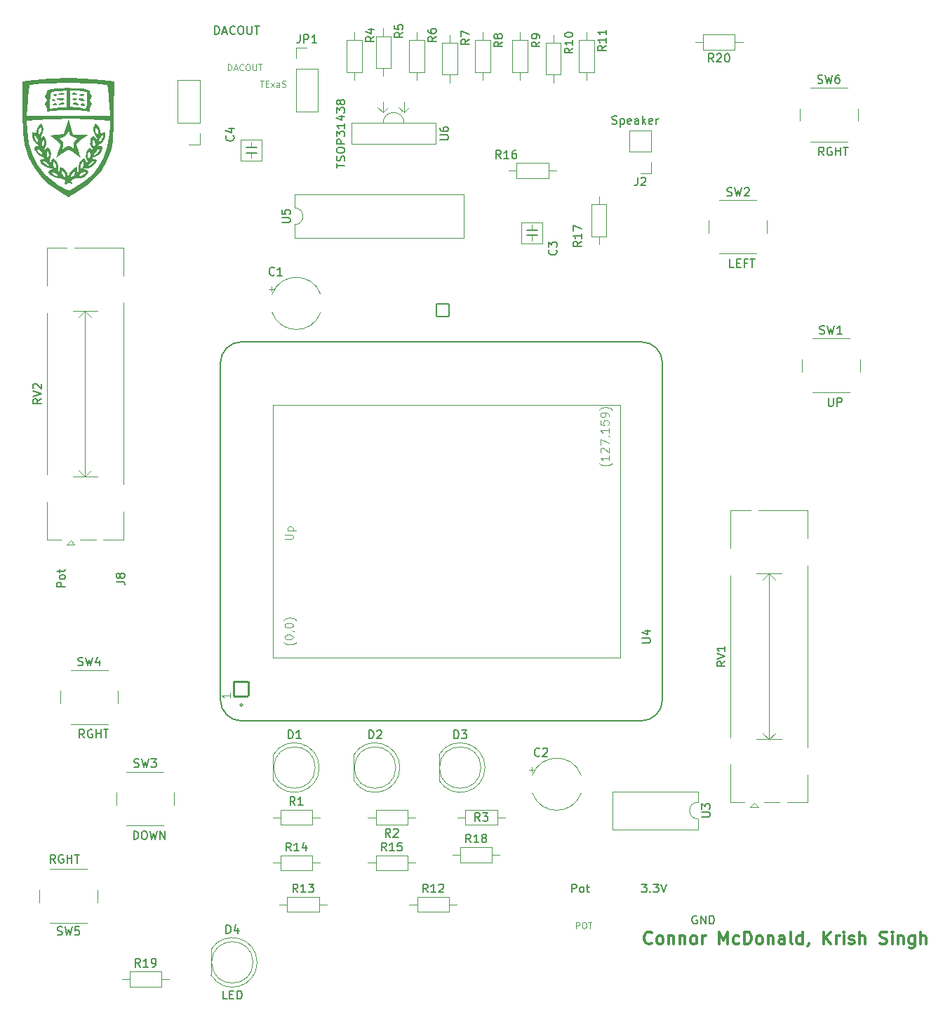
<source format=gto>
G04 #@! TF.GenerationSoftware,KiCad,Pcbnew,9.0.1*
G04 #@! TF.CreationDate,2025-04-14T15:22:14-05:00*
G04 #@! TF.ProjectId,cjm6842,636a6d36-3834-4322-9e6b-696361645f70,v1.0.1*
G04 #@! TF.SameCoordinates,Original*
G04 #@! TF.FileFunction,Legend,Top*
G04 #@! TF.FilePolarity,Positive*
%FSLAX46Y46*%
G04 Gerber Fmt 4.6, Leading zero omitted, Abs format (unit mm)*
G04 Created by KiCad (PCBNEW 9.0.1) date 2025-04-14 15:22:14*
%MOMM*%
%LPD*%
G01*
G04 APERTURE LIST*
G04 Aperture macros list*
%AMRoundRect*
0 Rectangle with rounded corners*
0 $1 Rounding radius*
0 $2 $3 $4 $5 $6 $7 $8 $9 X,Y pos of 4 corners*
0 Add a 4 corners polygon primitive as box body*
4,1,4,$2,$3,$4,$5,$6,$7,$8,$9,$2,$3,0*
0 Add four circle primitives for the rounded corners*
1,1,$1+$1,$2,$3*
1,1,$1+$1,$4,$5*
1,1,$1+$1,$6,$7*
1,1,$1+$1,$8,$9*
0 Add four rect primitives between the rounded corners*
20,1,$1+$1,$2,$3,$4,$5,0*
20,1,$1+$1,$4,$5,$6,$7,0*
20,1,$1+$1,$6,$7,$8,$9,0*
20,1,$1+$1,$8,$9,$2,$3,0*%
G04 Aperture macros list end*
%ADD10C,0.101600*%
%ADD11C,0.300000*%
%ADD12C,0.150000*%
%ADD13C,0.100000*%
%ADD14C,0.120000*%
%ADD15C,0.203200*%
%ADD16C,0.000000*%
%ADD17C,0.127000*%
%ADD18C,2.000000*%
%ADD19C,2.700000*%
%ADD20R,1.750000X1.750000*%
%ADD21C,1.750000*%
%ADD22C,1.400000*%
%ADD23O,1.400000X1.400000*%
%ADD24C,1.700000*%
%ADD25O,1.700000X1.700000*%
%ADD26O,1.600000X1.600000*%
%ADD27C,1.600000*%
%ADD28C,1.800000*%
%ADD29R,1.800000X1.800000*%
%ADD30R,1.700000X1.700000*%
%ADD31R,1.600000X2.400000*%
%ADD32O,1.600000X2.400000*%
%ADD33R,1.600000X1.600000*%
%ADD34C,4.318000*%
%ADD35R,2.032000X2.032000*%
%ADD36C,2.032000*%
%ADD37C,3.810000*%
%ADD38RoundRect,0.102000X0.889000X0.889000X-0.889000X0.889000X-0.889000X-0.889000X0.889000X-0.889000X0*%
%ADD39C,1.982000*%
%ADD40C,1.724000*%
%ADD41RoundRect,0.102000X-0.760000X0.760000X-0.760000X-0.760000X0.760000X-0.760000X0.760000X0.760000X0*%
G04 APERTURE END LIST*
D10*
X132639413Y-43639461D02*
X133074842Y-43639461D01*
X132857127Y-44401461D02*
X132857127Y-43639461D01*
X133328841Y-44002318D02*
X133582841Y-44002318D01*
X133691698Y-44401461D02*
X133328841Y-44401461D01*
X133328841Y-44401461D02*
X133328841Y-43639461D01*
X133328841Y-43639461D02*
X133691698Y-43639461D01*
X133945699Y-44401461D02*
X134344842Y-43893461D01*
X133945699Y-43893461D02*
X134344842Y-44401461D01*
X134961699Y-44401461D02*
X134961699Y-44002318D01*
X134961699Y-44002318D02*
X134925413Y-43929747D01*
X134925413Y-43929747D02*
X134852841Y-43893461D01*
X134852841Y-43893461D02*
X134707699Y-43893461D01*
X134707699Y-43893461D02*
X134635127Y-43929747D01*
X134961699Y-44365176D02*
X134889127Y-44401461D01*
X134889127Y-44401461D02*
X134707699Y-44401461D01*
X134707699Y-44401461D02*
X134635127Y-44365176D01*
X134635127Y-44365176D02*
X134598841Y-44292604D01*
X134598841Y-44292604D02*
X134598841Y-44220033D01*
X134598841Y-44220033D02*
X134635127Y-44147461D01*
X134635127Y-44147461D02*
X134707699Y-44111176D01*
X134707699Y-44111176D02*
X134889127Y-44111176D01*
X134889127Y-44111176D02*
X134961699Y-44074890D01*
X135288270Y-44365176D02*
X135397128Y-44401461D01*
X135397128Y-44401461D02*
X135578556Y-44401461D01*
X135578556Y-44401461D02*
X135651128Y-44365176D01*
X135651128Y-44365176D02*
X135687413Y-44328890D01*
X135687413Y-44328890D02*
X135723699Y-44256318D01*
X135723699Y-44256318D02*
X135723699Y-44183747D01*
X135723699Y-44183747D02*
X135687413Y-44111176D01*
X135687413Y-44111176D02*
X135651128Y-44074890D01*
X135651128Y-44074890D02*
X135578556Y-44038604D01*
X135578556Y-44038604D02*
X135433413Y-44002318D01*
X135433413Y-44002318D02*
X135360842Y-43966033D01*
X135360842Y-43966033D02*
X135324556Y-43929747D01*
X135324556Y-43929747D02*
X135288270Y-43857176D01*
X135288270Y-43857176D02*
X135288270Y-43784604D01*
X135288270Y-43784604D02*
X135324556Y-43712033D01*
X135324556Y-43712033D02*
X135360842Y-43675747D01*
X135360842Y-43675747D02*
X135433413Y-43639461D01*
X135433413Y-43639461D02*
X135614842Y-43639461D01*
X135614842Y-43639461D02*
X135723699Y-43675747D01*
X170748270Y-145901461D02*
X170748270Y-145139461D01*
X170748270Y-145139461D02*
X171038556Y-145139461D01*
X171038556Y-145139461D02*
X171111127Y-145175747D01*
X171111127Y-145175747D02*
X171147413Y-145212033D01*
X171147413Y-145212033D02*
X171183699Y-145284604D01*
X171183699Y-145284604D02*
X171183699Y-145393461D01*
X171183699Y-145393461D02*
X171147413Y-145466033D01*
X171147413Y-145466033D02*
X171111127Y-145502318D01*
X171111127Y-145502318D02*
X171038556Y-145538604D01*
X171038556Y-145538604D02*
X170748270Y-145538604D01*
X171655413Y-145139461D02*
X171800556Y-145139461D01*
X171800556Y-145139461D02*
X171873127Y-145175747D01*
X171873127Y-145175747D02*
X171945699Y-145248318D01*
X171945699Y-145248318D02*
X171981984Y-145393461D01*
X171981984Y-145393461D02*
X171981984Y-145647461D01*
X171981984Y-145647461D02*
X171945699Y-145792604D01*
X171945699Y-145792604D02*
X171873127Y-145865176D01*
X171873127Y-145865176D02*
X171800556Y-145901461D01*
X171800556Y-145901461D02*
X171655413Y-145901461D01*
X171655413Y-145901461D02*
X171582842Y-145865176D01*
X171582842Y-145865176D02*
X171510270Y-145792604D01*
X171510270Y-145792604D02*
X171473984Y-145647461D01*
X171473984Y-145647461D02*
X171473984Y-145393461D01*
X171473984Y-145393461D02*
X171510270Y-145248318D01*
X171510270Y-145248318D02*
X171582842Y-145175747D01*
X171582842Y-145175747D02*
X171655413Y-145139461D01*
X172199699Y-145139461D02*
X172635128Y-145139461D01*
X172417413Y-145901461D02*
X172417413Y-145139461D01*
X128748270Y-42401461D02*
X128748270Y-41639461D01*
X128748270Y-41639461D02*
X128929699Y-41639461D01*
X128929699Y-41639461D02*
X129038556Y-41675747D01*
X129038556Y-41675747D02*
X129111127Y-41748318D01*
X129111127Y-41748318D02*
X129147413Y-41820890D01*
X129147413Y-41820890D02*
X129183699Y-41966033D01*
X129183699Y-41966033D02*
X129183699Y-42074890D01*
X129183699Y-42074890D02*
X129147413Y-42220033D01*
X129147413Y-42220033D02*
X129111127Y-42292604D01*
X129111127Y-42292604D02*
X129038556Y-42365176D01*
X129038556Y-42365176D02*
X128929699Y-42401461D01*
X128929699Y-42401461D02*
X128748270Y-42401461D01*
X129473984Y-42183747D02*
X129836842Y-42183747D01*
X129401413Y-42401461D02*
X129655413Y-41639461D01*
X129655413Y-41639461D02*
X129909413Y-42401461D01*
X130598842Y-42328890D02*
X130562556Y-42365176D01*
X130562556Y-42365176D02*
X130453699Y-42401461D01*
X130453699Y-42401461D02*
X130381127Y-42401461D01*
X130381127Y-42401461D02*
X130272270Y-42365176D01*
X130272270Y-42365176D02*
X130199699Y-42292604D01*
X130199699Y-42292604D02*
X130163413Y-42220033D01*
X130163413Y-42220033D02*
X130127127Y-42074890D01*
X130127127Y-42074890D02*
X130127127Y-41966033D01*
X130127127Y-41966033D02*
X130163413Y-41820890D01*
X130163413Y-41820890D02*
X130199699Y-41748318D01*
X130199699Y-41748318D02*
X130272270Y-41675747D01*
X130272270Y-41675747D02*
X130381127Y-41639461D01*
X130381127Y-41639461D02*
X130453699Y-41639461D01*
X130453699Y-41639461D02*
X130562556Y-41675747D01*
X130562556Y-41675747D02*
X130598842Y-41712033D01*
X131070556Y-41639461D02*
X131215699Y-41639461D01*
X131215699Y-41639461D02*
X131288270Y-41675747D01*
X131288270Y-41675747D02*
X131360842Y-41748318D01*
X131360842Y-41748318D02*
X131397127Y-41893461D01*
X131397127Y-41893461D02*
X131397127Y-42147461D01*
X131397127Y-42147461D02*
X131360842Y-42292604D01*
X131360842Y-42292604D02*
X131288270Y-42365176D01*
X131288270Y-42365176D02*
X131215699Y-42401461D01*
X131215699Y-42401461D02*
X131070556Y-42401461D01*
X131070556Y-42401461D02*
X130997985Y-42365176D01*
X130997985Y-42365176D02*
X130925413Y-42292604D01*
X130925413Y-42292604D02*
X130889127Y-42147461D01*
X130889127Y-42147461D02*
X130889127Y-41893461D01*
X130889127Y-41893461D02*
X130925413Y-41748318D01*
X130925413Y-41748318D02*
X130997985Y-41675747D01*
X130997985Y-41675747D02*
X131070556Y-41639461D01*
X131723699Y-41639461D02*
X131723699Y-42256318D01*
X131723699Y-42256318D02*
X131759985Y-42328890D01*
X131759985Y-42328890D02*
X131796271Y-42365176D01*
X131796271Y-42365176D02*
X131868842Y-42401461D01*
X131868842Y-42401461D02*
X132013985Y-42401461D01*
X132013985Y-42401461D02*
X132086556Y-42365176D01*
X132086556Y-42365176D02*
X132122842Y-42328890D01*
X132122842Y-42328890D02*
X132159128Y-42256318D01*
X132159128Y-42256318D02*
X132159128Y-41639461D01*
X132413128Y-41639461D02*
X132848557Y-41639461D01*
X132630842Y-42401461D02*
X132630842Y-41639461D01*
D11*
X179911653Y-147657971D02*
X179840225Y-147729400D01*
X179840225Y-147729400D02*
X179625939Y-147800828D01*
X179625939Y-147800828D02*
X179483082Y-147800828D01*
X179483082Y-147800828D02*
X179268796Y-147729400D01*
X179268796Y-147729400D02*
X179125939Y-147586542D01*
X179125939Y-147586542D02*
X179054510Y-147443685D01*
X179054510Y-147443685D02*
X178983082Y-147157971D01*
X178983082Y-147157971D02*
X178983082Y-146943685D01*
X178983082Y-146943685D02*
X179054510Y-146657971D01*
X179054510Y-146657971D02*
X179125939Y-146515114D01*
X179125939Y-146515114D02*
X179268796Y-146372257D01*
X179268796Y-146372257D02*
X179483082Y-146300828D01*
X179483082Y-146300828D02*
X179625939Y-146300828D01*
X179625939Y-146300828D02*
X179840225Y-146372257D01*
X179840225Y-146372257D02*
X179911653Y-146443685D01*
X180768796Y-147800828D02*
X180625939Y-147729400D01*
X180625939Y-147729400D02*
X180554510Y-147657971D01*
X180554510Y-147657971D02*
X180483082Y-147515114D01*
X180483082Y-147515114D02*
X180483082Y-147086542D01*
X180483082Y-147086542D02*
X180554510Y-146943685D01*
X180554510Y-146943685D02*
X180625939Y-146872257D01*
X180625939Y-146872257D02*
X180768796Y-146800828D01*
X180768796Y-146800828D02*
X180983082Y-146800828D01*
X180983082Y-146800828D02*
X181125939Y-146872257D01*
X181125939Y-146872257D02*
X181197368Y-146943685D01*
X181197368Y-146943685D02*
X181268796Y-147086542D01*
X181268796Y-147086542D02*
X181268796Y-147515114D01*
X181268796Y-147515114D02*
X181197368Y-147657971D01*
X181197368Y-147657971D02*
X181125939Y-147729400D01*
X181125939Y-147729400D02*
X180983082Y-147800828D01*
X180983082Y-147800828D02*
X180768796Y-147800828D01*
X181911653Y-146800828D02*
X181911653Y-147800828D01*
X181911653Y-146943685D02*
X181983082Y-146872257D01*
X181983082Y-146872257D02*
X182125939Y-146800828D01*
X182125939Y-146800828D02*
X182340225Y-146800828D01*
X182340225Y-146800828D02*
X182483082Y-146872257D01*
X182483082Y-146872257D02*
X182554511Y-147015114D01*
X182554511Y-147015114D02*
X182554511Y-147800828D01*
X183268796Y-146800828D02*
X183268796Y-147800828D01*
X183268796Y-146943685D02*
X183340225Y-146872257D01*
X183340225Y-146872257D02*
X183483082Y-146800828D01*
X183483082Y-146800828D02*
X183697368Y-146800828D01*
X183697368Y-146800828D02*
X183840225Y-146872257D01*
X183840225Y-146872257D02*
X183911654Y-147015114D01*
X183911654Y-147015114D02*
X183911654Y-147800828D01*
X184840225Y-147800828D02*
X184697368Y-147729400D01*
X184697368Y-147729400D02*
X184625939Y-147657971D01*
X184625939Y-147657971D02*
X184554511Y-147515114D01*
X184554511Y-147515114D02*
X184554511Y-147086542D01*
X184554511Y-147086542D02*
X184625939Y-146943685D01*
X184625939Y-146943685D02*
X184697368Y-146872257D01*
X184697368Y-146872257D02*
X184840225Y-146800828D01*
X184840225Y-146800828D02*
X185054511Y-146800828D01*
X185054511Y-146800828D02*
X185197368Y-146872257D01*
X185197368Y-146872257D02*
X185268797Y-146943685D01*
X185268797Y-146943685D02*
X185340225Y-147086542D01*
X185340225Y-147086542D02*
X185340225Y-147515114D01*
X185340225Y-147515114D02*
X185268797Y-147657971D01*
X185268797Y-147657971D02*
X185197368Y-147729400D01*
X185197368Y-147729400D02*
X185054511Y-147800828D01*
X185054511Y-147800828D02*
X184840225Y-147800828D01*
X185983082Y-147800828D02*
X185983082Y-146800828D01*
X185983082Y-147086542D02*
X186054511Y-146943685D01*
X186054511Y-146943685D02*
X186125940Y-146872257D01*
X186125940Y-146872257D02*
X186268797Y-146800828D01*
X186268797Y-146800828D02*
X186411654Y-146800828D01*
X188054510Y-147800828D02*
X188054510Y-146300828D01*
X188054510Y-146300828D02*
X188554510Y-147372257D01*
X188554510Y-147372257D02*
X189054510Y-146300828D01*
X189054510Y-146300828D02*
X189054510Y-147800828D01*
X190411654Y-147729400D02*
X190268796Y-147800828D01*
X190268796Y-147800828D02*
X189983082Y-147800828D01*
X189983082Y-147800828D02*
X189840225Y-147729400D01*
X189840225Y-147729400D02*
X189768796Y-147657971D01*
X189768796Y-147657971D02*
X189697368Y-147515114D01*
X189697368Y-147515114D02*
X189697368Y-147086542D01*
X189697368Y-147086542D02*
X189768796Y-146943685D01*
X189768796Y-146943685D02*
X189840225Y-146872257D01*
X189840225Y-146872257D02*
X189983082Y-146800828D01*
X189983082Y-146800828D02*
X190268796Y-146800828D01*
X190268796Y-146800828D02*
X190411654Y-146872257D01*
X191054510Y-147800828D02*
X191054510Y-146300828D01*
X191054510Y-146300828D02*
X191411653Y-146300828D01*
X191411653Y-146300828D02*
X191625939Y-146372257D01*
X191625939Y-146372257D02*
X191768796Y-146515114D01*
X191768796Y-146515114D02*
X191840225Y-146657971D01*
X191840225Y-146657971D02*
X191911653Y-146943685D01*
X191911653Y-146943685D02*
X191911653Y-147157971D01*
X191911653Y-147157971D02*
X191840225Y-147443685D01*
X191840225Y-147443685D02*
X191768796Y-147586542D01*
X191768796Y-147586542D02*
X191625939Y-147729400D01*
X191625939Y-147729400D02*
X191411653Y-147800828D01*
X191411653Y-147800828D02*
X191054510Y-147800828D01*
X192768796Y-147800828D02*
X192625939Y-147729400D01*
X192625939Y-147729400D02*
X192554510Y-147657971D01*
X192554510Y-147657971D02*
X192483082Y-147515114D01*
X192483082Y-147515114D02*
X192483082Y-147086542D01*
X192483082Y-147086542D02*
X192554510Y-146943685D01*
X192554510Y-146943685D02*
X192625939Y-146872257D01*
X192625939Y-146872257D02*
X192768796Y-146800828D01*
X192768796Y-146800828D02*
X192983082Y-146800828D01*
X192983082Y-146800828D02*
X193125939Y-146872257D01*
X193125939Y-146872257D02*
X193197368Y-146943685D01*
X193197368Y-146943685D02*
X193268796Y-147086542D01*
X193268796Y-147086542D02*
X193268796Y-147515114D01*
X193268796Y-147515114D02*
X193197368Y-147657971D01*
X193197368Y-147657971D02*
X193125939Y-147729400D01*
X193125939Y-147729400D02*
X192983082Y-147800828D01*
X192983082Y-147800828D02*
X192768796Y-147800828D01*
X193911653Y-146800828D02*
X193911653Y-147800828D01*
X193911653Y-146943685D02*
X193983082Y-146872257D01*
X193983082Y-146872257D02*
X194125939Y-146800828D01*
X194125939Y-146800828D02*
X194340225Y-146800828D01*
X194340225Y-146800828D02*
X194483082Y-146872257D01*
X194483082Y-146872257D02*
X194554511Y-147015114D01*
X194554511Y-147015114D02*
X194554511Y-147800828D01*
X195911654Y-147800828D02*
X195911654Y-147015114D01*
X195911654Y-147015114D02*
X195840225Y-146872257D01*
X195840225Y-146872257D02*
X195697368Y-146800828D01*
X195697368Y-146800828D02*
X195411654Y-146800828D01*
X195411654Y-146800828D02*
X195268796Y-146872257D01*
X195911654Y-147729400D02*
X195768796Y-147800828D01*
X195768796Y-147800828D02*
X195411654Y-147800828D01*
X195411654Y-147800828D02*
X195268796Y-147729400D01*
X195268796Y-147729400D02*
X195197368Y-147586542D01*
X195197368Y-147586542D02*
X195197368Y-147443685D01*
X195197368Y-147443685D02*
X195268796Y-147300828D01*
X195268796Y-147300828D02*
X195411654Y-147229400D01*
X195411654Y-147229400D02*
X195768796Y-147229400D01*
X195768796Y-147229400D02*
X195911654Y-147157971D01*
X196840225Y-147800828D02*
X196697368Y-147729400D01*
X196697368Y-147729400D02*
X196625939Y-147586542D01*
X196625939Y-147586542D02*
X196625939Y-146300828D01*
X198054511Y-147800828D02*
X198054511Y-146300828D01*
X198054511Y-147729400D02*
X197911653Y-147800828D01*
X197911653Y-147800828D02*
X197625939Y-147800828D01*
X197625939Y-147800828D02*
X197483082Y-147729400D01*
X197483082Y-147729400D02*
X197411653Y-147657971D01*
X197411653Y-147657971D02*
X197340225Y-147515114D01*
X197340225Y-147515114D02*
X197340225Y-147086542D01*
X197340225Y-147086542D02*
X197411653Y-146943685D01*
X197411653Y-146943685D02*
X197483082Y-146872257D01*
X197483082Y-146872257D02*
X197625939Y-146800828D01*
X197625939Y-146800828D02*
X197911653Y-146800828D01*
X197911653Y-146800828D02*
X198054511Y-146872257D01*
X198840225Y-147729400D02*
X198840225Y-147800828D01*
X198840225Y-147800828D02*
X198768796Y-147943685D01*
X198768796Y-147943685D02*
X198697368Y-148015114D01*
X200625939Y-147800828D02*
X200625939Y-146300828D01*
X201483082Y-147800828D02*
X200840225Y-146943685D01*
X201483082Y-146300828D02*
X200625939Y-147157971D01*
X202125939Y-147800828D02*
X202125939Y-146800828D01*
X202125939Y-147086542D02*
X202197368Y-146943685D01*
X202197368Y-146943685D02*
X202268797Y-146872257D01*
X202268797Y-146872257D02*
X202411654Y-146800828D01*
X202411654Y-146800828D02*
X202554511Y-146800828D01*
X203054510Y-147800828D02*
X203054510Y-146800828D01*
X203054510Y-146300828D02*
X202983082Y-146372257D01*
X202983082Y-146372257D02*
X203054510Y-146443685D01*
X203054510Y-146443685D02*
X203125939Y-146372257D01*
X203125939Y-146372257D02*
X203054510Y-146300828D01*
X203054510Y-146300828D02*
X203054510Y-146443685D01*
X203697368Y-147729400D02*
X203840225Y-147800828D01*
X203840225Y-147800828D02*
X204125939Y-147800828D01*
X204125939Y-147800828D02*
X204268796Y-147729400D01*
X204268796Y-147729400D02*
X204340225Y-147586542D01*
X204340225Y-147586542D02*
X204340225Y-147515114D01*
X204340225Y-147515114D02*
X204268796Y-147372257D01*
X204268796Y-147372257D02*
X204125939Y-147300828D01*
X204125939Y-147300828D02*
X203911654Y-147300828D01*
X203911654Y-147300828D02*
X203768796Y-147229400D01*
X203768796Y-147229400D02*
X203697368Y-147086542D01*
X203697368Y-147086542D02*
X203697368Y-147015114D01*
X203697368Y-147015114D02*
X203768796Y-146872257D01*
X203768796Y-146872257D02*
X203911654Y-146800828D01*
X203911654Y-146800828D02*
X204125939Y-146800828D01*
X204125939Y-146800828D02*
X204268796Y-146872257D01*
X204983082Y-147800828D02*
X204983082Y-146300828D01*
X205625940Y-147800828D02*
X205625940Y-147015114D01*
X205625940Y-147015114D02*
X205554511Y-146872257D01*
X205554511Y-146872257D02*
X205411654Y-146800828D01*
X205411654Y-146800828D02*
X205197368Y-146800828D01*
X205197368Y-146800828D02*
X205054511Y-146872257D01*
X205054511Y-146872257D02*
X204983082Y-146943685D01*
X207411654Y-147729400D02*
X207625940Y-147800828D01*
X207625940Y-147800828D02*
X207983082Y-147800828D01*
X207983082Y-147800828D02*
X208125940Y-147729400D01*
X208125940Y-147729400D02*
X208197368Y-147657971D01*
X208197368Y-147657971D02*
X208268797Y-147515114D01*
X208268797Y-147515114D02*
X208268797Y-147372257D01*
X208268797Y-147372257D02*
X208197368Y-147229400D01*
X208197368Y-147229400D02*
X208125940Y-147157971D01*
X208125940Y-147157971D02*
X207983082Y-147086542D01*
X207983082Y-147086542D02*
X207697368Y-147015114D01*
X207697368Y-147015114D02*
X207554511Y-146943685D01*
X207554511Y-146943685D02*
X207483082Y-146872257D01*
X207483082Y-146872257D02*
X207411654Y-146729400D01*
X207411654Y-146729400D02*
X207411654Y-146586542D01*
X207411654Y-146586542D02*
X207483082Y-146443685D01*
X207483082Y-146443685D02*
X207554511Y-146372257D01*
X207554511Y-146372257D02*
X207697368Y-146300828D01*
X207697368Y-146300828D02*
X208054511Y-146300828D01*
X208054511Y-146300828D02*
X208268797Y-146372257D01*
X208911653Y-147800828D02*
X208911653Y-146800828D01*
X208911653Y-146300828D02*
X208840225Y-146372257D01*
X208840225Y-146372257D02*
X208911653Y-146443685D01*
X208911653Y-146443685D02*
X208983082Y-146372257D01*
X208983082Y-146372257D02*
X208911653Y-146300828D01*
X208911653Y-146300828D02*
X208911653Y-146443685D01*
X209625939Y-146800828D02*
X209625939Y-147800828D01*
X209625939Y-146943685D02*
X209697368Y-146872257D01*
X209697368Y-146872257D02*
X209840225Y-146800828D01*
X209840225Y-146800828D02*
X210054511Y-146800828D01*
X210054511Y-146800828D02*
X210197368Y-146872257D01*
X210197368Y-146872257D02*
X210268797Y-147015114D01*
X210268797Y-147015114D02*
X210268797Y-147800828D01*
X211625940Y-146800828D02*
X211625940Y-148015114D01*
X211625940Y-148015114D02*
X211554511Y-148157971D01*
X211554511Y-148157971D02*
X211483082Y-148229400D01*
X211483082Y-148229400D02*
X211340225Y-148300828D01*
X211340225Y-148300828D02*
X211125940Y-148300828D01*
X211125940Y-148300828D02*
X210983082Y-148229400D01*
X211625940Y-147729400D02*
X211483082Y-147800828D01*
X211483082Y-147800828D02*
X211197368Y-147800828D01*
X211197368Y-147800828D02*
X211054511Y-147729400D01*
X211054511Y-147729400D02*
X210983082Y-147657971D01*
X210983082Y-147657971D02*
X210911654Y-147515114D01*
X210911654Y-147515114D02*
X210911654Y-147086542D01*
X210911654Y-147086542D02*
X210983082Y-146943685D01*
X210983082Y-146943685D02*
X211054511Y-146872257D01*
X211054511Y-146872257D02*
X211197368Y-146800828D01*
X211197368Y-146800828D02*
X211483082Y-146800828D01*
X211483082Y-146800828D02*
X211625940Y-146872257D01*
X212340225Y-147800828D02*
X212340225Y-146300828D01*
X212983083Y-147800828D02*
X212983083Y-147015114D01*
X212983083Y-147015114D02*
X212911654Y-146872257D01*
X212911654Y-146872257D02*
X212768797Y-146800828D01*
X212768797Y-146800828D02*
X212554511Y-146800828D01*
X212554511Y-146800828D02*
X212411654Y-146872257D01*
X212411654Y-146872257D02*
X212340225Y-146943685D01*
D12*
X110666667Y-114157200D02*
X110809524Y-114204819D01*
X110809524Y-114204819D02*
X111047619Y-114204819D01*
X111047619Y-114204819D02*
X111142857Y-114157200D01*
X111142857Y-114157200D02*
X111190476Y-114109580D01*
X111190476Y-114109580D02*
X111238095Y-114014342D01*
X111238095Y-114014342D02*
X111238095Y-113919104D01*
X111238095Y-113919104D02*
X111190476Y-113823866D01*
X111190476Y-113823866D02*
X111142857Y-113776247D01*
X111142857Y-113776247D02*
X111047619Y-113728628D01*
X111047619Y-113728628D02*
X110857143Y-113681009D01*
X110857143Y-113681009D02*
X110761905Y-113633390D01*
X110761905Y-113633390D02*
X110714286Y-113585771D01*
X110714286Y-113585771D02*
X110666667Y-113490533D01*
X110666667Y-113490533D02*
X110666667Y-113395295D01*
X110666667Y-113395295D02*
X110714286Y-113300057D01*
X110714286Y-113300057D02*
X110761905Y-113252438D01*
X110761905Y-113252438D02*
X110857143Y-113204819D01*
X110857143Y-113204819D02*
X111095238Y-113204819D01*
X111095238Y-113204819D02*
X111238095Y-113252438D01*
X111571429Y-113204819D02*
X111809524Y-114204819D01*
X111809524Y-114204819D02*
X112000000Y-113490533D01*
X112000000Y-113490533D02*
X112190476Y-114204819D01*
X112190476Y-114204819D02*
X112428572Y-113204819D01*
X113238095Y-113538152D02*
X113238095Y-114204819D01*
X113000000Y-113157200D02*
X112761905Y-113871485D01*
X112761905Y-113871485D02*
X113380952Y-113871485D01*
X111404761Y-122904819D02*
X111071428Y-122428628D01*
X110833333Y-122904819D02*
X110833333Y-121904819D01*
X110833333Y-121904819D02*
X111214285Y-121904819D01*
X111214285Y-121904819D02*
X111309523Y-121952438D01*
X111309523Y-121952438D02*
X111357142Y-122000057D01*
X111357142Y-122000057D02*
X111404761Y-122095295D01*
X111404761Y-122095295D02*
X111404761Y-122238152D01*
X111404761Y-122238152D02*
X111357142Y-122333390D01*
X111357142Y-122333390D02*
X111309523Y-122381009D01*
X111309523Y-122381009D02*
X111214285Y-122428628D01*
X111214285Y-122428628D02*
X110833333Y-122428628D01*
X112357142Y-121952438D02*
X112261904Y-121904819D01*
X112261904Y-121904819D02*
X112119047Y-121904819D01*
X112119047Y-121904819D02*
X111976190Y-121952438D01*
X111976190Y-121952438D02*
X111880952Y-122047676D01*
X111880952Y-122047676D02*
X111833333Y-122142914D01*
X111833333Y-122142914D02*
X111785714Y-122333390D01*
X111785714Y-122333390D02*
X111785714Y-122476247D01*
X111785714Y-122476247D02*
X111833333Y-122666723D01*
X111833333Y-122666723D02*
X111880952Y-122761961D01*
X111880952Y-122761961D02*
X111976190Y-122857200D01*
X111976190Y-122857200D02*
X112119047Y-122904819D01*
X112119047Y-122904819D02*
X112214285Y-122904819D01*
X112214285Y-122904819D02*
X112357142Y-122857200D01*
X112357142Y-122857200D02*
X112404761Y-122809580D01*
X112404761Y-122809580D02*
X112404761Y-122476247D01*
X112404761Y-122476247D02*
X112214285Y-122476247D01*
X112833333Y-122904819D02*
X112833333Y-121904819D01*
X112833333Y-122381009D02*
X113404761Y-122381009D01*
X113404761Y-122904819D02*
X113404761Y-121904819D01*
X113738095Y-121904819D02*
X114309523Y-121904819D01*
X114023809Y-122904819D02*
X114023809Y-121904819D01*
X200166667Y-74157200D02*
X200309524Y-74204819D01*
X200309524Y-74204819D02*
X200547619Y-74204819D01*
X200547619Y-74204819D02*
X200642857Y-74157200D01*
X200642857Y-74157200D02*
X200690476Y-74109580D01*
X200690476Y-74109580D02*
X200738095Y-74014342D01*
X200738095Y-74014342D02*
X200738095Y-73919104D01*
X200738095Y-73919104D02*
X200690476Y-73823866D01*
X200690476Y-73823866D02*
X200642857Y-73776247D01*
X200642857Y-73776247D02*
X200547619Y-73728628D01*
X200547619Y-73728628D02*
X200357143Y-73681009D01*
X200357143Y-73681009D02*
X200261905Y-73633390D01*
X200261905Y-73633390D02*
X200214286Y-73585771D01*
X200214286Y-73585771D02*
X200166667Y-73490533D01*
X200166667Y-73490533D02*
X200166667Y-73395295D01*
X200166667Y-73395295D02*
X200214286Y-73300057D01*
X200214286Y-73300057D02*
X200261905Y-73252438D01*
X200261905Y-73252438D02*
X200357143Y-73204819D01*
X200357143Y-73204819D02*
X200595238Y-73204819D01*
X200595238Y-73204819D02*
X200738095Y-73252438D01*
X201071429Y-73204819D02*
X201309524Y-74204819D01*
X201309524Y-74204819D02*
X201500000Y-73490533D01*
X201500000Y-73490533D02*
X201690476Y-74204819D01*
X201690476Y-74204819D02*
X201928572Y-73204819D01*
X202833333Y-74204819D02*
X202261905Y-74204819D01*
X202547619Y-74204819D02*
X202547619Y-73204819D01*
X202547619Y-73204819D02*
X202452381Y-73347676D01*
X202452381Y-73347676D02*
X202357143Y-73442914D01*
X202357143Y-73442914D02*
X202261905Y-73490533D01*
X201214286Y-81904819D02*
X201214286Y-82714342D01*
X201214286Y-82714342D02*
X201261905Y-82809580D01*
X201261905Y-82809580D02*
X201309524Y-82857200D01*
X201309524Y-82857200D02*
X201404762Y-82904819D01*
X201404762Y-82904819D02*
X201595238Y-82904819D01*
X201595238Y-82904819D02*
X201690476Y-82857200D01*
X201690476Y-82857200D02*
X201738095Y-82809580D01*
X201738095Y-82809580D02*
X201785714Y-82714342D01*
X201785714Y-82714342D02*
X201785714Y-81904819D01*
X202261905Y-82904819D02*
X202261905Y-81904819D01*
X202261905Y-81904819D02*
X202642857Y-81904819D01*
X202642857Y-81904819D02*
X202738095Y-81952438D01*
X202738095Y-81952438D02*
X202785714Y-82000057D01*
X202785714Y-82000057D02*
X202833333Y-82095295D01*
X202833333Y-82095295D02*
X202833333Y-82238152D01*
X202833333Y-82238152D02*
X202785714Y-82333390D01*
X202785714Y-82333390D02*
X202738095Y-82381009D01*
X202738095Y-82381009D02*
X202642857Y-82428628D01*
X202642857Y-82428628D02*
X202261905Y-82428628D01*
X199916667Y-43907200D02*
X200059524Y-43954819D01*
X200059524Y-43954819D02*
X200297619Y-43954819D01*
X200297619Y-43954819D02*
X200392857Y-43907200D01*
X200392857Y-43907200D02*
X200440476Y-43859580D01*
X200440476Y-43859580D02*
X200488095Y-43764342D01*
X200488095Y-43764342D02*
X200488095Y-43669104D01*
X200488095Y-43669104D02*
X200440476Y-43573866D01*
X200440476Y-43573866D02*
X200392857Y-43526247D01*
X200392857Y-43526247D02*
X200297619Y-43478628D01*
X200297619Y-43478628D02*
X200107143Y-43431009D01*
X200107143Y-43431009D02*
X200011905Y-43383390D01*
X200011905Y-43383390D02*
X199964286Y-43335771D01*
X199964286Y-43335771D02*
X199916667Y-43240533D01*
X199916667Y-43240533D02*
X199916667Y-43145295D01*
X199916667Y-43145295D02*
X199964286Y-43050057D01*
X199964286Y-43050057D02*
X200011905Y-43002438D01*
X200011905Y-43002438D02*
X200107143Y-42954819D01*
X200107143Y-42954819D02*
X200345238Y-42954819D01*
X200345238Y-42954819D02*
X200488095Y-43002438D01*
X200821429Y-42954819D02*
X201059524Y-43954819D01*
X201059524Y-43954819D02*
X201250000Y-43240533D01*
X201250000Y-43240533D02*
X201440476Y-43954819D01*
X201440476Y-43954819D02*
X201678572Y-42954819D01*
X202488095Y-42954819D02*
X202297619Y-42954819D01*
X202297619Y-42954819D02*
X202202381Y-43002438D01*
X202202381Y-43002438D02*
X202154762Y-43050057D01*
X202154762Y-43050057D02*
X202059524Y-43192914D01*
X202059524Y-43192914D02*
X202011905Y-43383390D01*
X202011905Y-43383390D02*
X202011905Y-43764342D01*
X202011905Y-43764342D02*
X202059524Y-43859580D01*
X202059524Y-43859580D02*
X202107143Y-43907200D01*
X202107143Y-43907200D02*
X202202381Y-43954819D01*
X202202381Y-43954819D02*
X202392857Y-43954819D01*
X202392857Y-43954819D02*
X202488095Y-43907200D01*
X202488095Y-43907200D02*
X202535714Y-43859580D01*
X202535714Y-43859580D02*
X202583333Y-43764342D01*
X202583333Y-43764342D02*
X202583333Y-43526247D01*
X202583333Y-43526247D02*
X202535714Y-43431009D01*
X202535714Y-43431009D02*
X202488095Y-43383390D01*
X202488095Y-43383390D02*
X202392857Y-43335771D01*
X202392857Y-43335771D02*
X202202381Y-43335771D01*
X202202381Y-43335771D02*
X202107143Y-43383390D01*
X202107143Y-43383390D02*
X202059524Y-43431009D01*
X202059524Y-43431009D02*
X202011905Y-43526247D01*
X200654761Y-52654819D02*
X200321428Y-52178628D01*
X200083333Y-52654819D02*
X200083333Y-51654819D01*
X200083333Y-51654819D02*
X200464285Y-51654819D01*
X200464285Y-51654819D02*
X200559523Y-51702438D01*
X200559523Y-51702438D02*
X200607142Y-51750057D01*
X200607142Y-51750057D02*
X200654761Y-51845295D01*
X200654761Y-51845295D02*
X200654761Y-51988152D01*
X200654761Y-51988152D02*
X200607142Y-52083390D01*
X200607142Y-52083390D02*
X200559523Y-52131009D01*
X200559523Y-52131009D02*
X200464285Y-52178628D01*
X200464285Y-52178628D02*
X200083333Y-52178628D01*
X201607142Y-51702438D02*
X201511904Y-51654819D01*
X201511904Y-51654819D02*
X201369047Y-51654819D01*
X201369047Y-51654819D02*
X201226190Y-51702438D01*
X201226190Y-51702438D02*
X201130952Y-51797676D01*
X201130952Y-51797676D02*
X201083333Y-51892914D01*
X201083333Y-51892914D02*
X201035714Y-52083390D01*
X201035714Y-52083390D02*
X201035714Y-52226247D01*
X201035714Y-52226247D02*
X201083333Y-52416723D01*
X201083333Y-52416723D02*
X201130952Y-52511961D01*
X201130952Y-52511961D02*
X201226190Y-52607200D01*
X201226190Y-52607200D02*
X201369047Y-52654819D01*
X201369047Y-52654819D02*
X201464285Y-52654819D01*
X201464285Y-52654819D02*
X201607142Y-52607200D01*
X201607142Y-52607200D02*
X201654761Y-52559580D01*
X201654761Y-52559580D02*
X201654761Y-52226247D01*
X201654761Y-52226247D02*
X201464285Y-52226247D01*
X202083333Y-52654819D02*
X202083333Y-51654819D01*
X202083333Y-52131009D02*
X202654761Y-52131009D01*
X202654761Y-52654819D02*
X202654761Y-51654819D01*
X202988095Y-51654819D02*
X203559523Y-51654819D01*
X203273809Y-52654819D02*
X203273809Y-51654819D01*
X108166667Y-146657200D02*
X108309524Y-146704819D01*
X108309524Y-146704819D02*
X108547619Y-146704819D01*
X108547619Y-146704819D02*
X108642857Y-146657200D01*
X108642857Y-146657200D02*
X108690476Y-146609580D01*
X108690476Y-146609580D02*
X108738095Y-146514342D01*
X108738095Y-146514342D02*
X108738095Y-146419104D01*
X108738095Y-146419104D02*
X108690476Y-146323866D01*
X108690476Y-146323866D02*
X108642857Y-146276247D01*
X108642857Y-146276247D02*
X108547619Y-146228628D01*
X108547619Y-146228628D02*
X108357143Y-146181009D01*
X108357143Y-146181009D02*
X108261905Y-146133390D01*
X108261905Y-146133390D02*
X108214286Y-146085771D01*
X108214286Y-146085771D02*
X108166667Y-145990533D01*
X108166667Y-145990533D02*
X108166667Y-145895295D01*
X108166667Y-145895295D02*
X108214286Y-145800057D01*
X108214286Y-145800057D02*
X108261905Y-145752438D01*
X108261905Y-145752438D02*
X108357143Y-145704819D01*
X108357143Y-145704819D02*
X108595238Y-145704819D01*
X108595238Y-145704819D02*
X108738095Y-145752438D01*
X109071429Y-145704819D02*
X109309524Y-146704819D01*
X109309524Y-146704819D02*
X109500000Y-145990533D01*
X109500000Y-145990533D02*
X109690476Y-146704819D01*
X109690476Y-146704819D02*
X109928572Y-145704819D01*
X110785714Y-145704819D02*
X110309524Y-145704819D01*
X110309524Y-145704819D02*
X110261905Y-146181009D01*
X110261905Y-146181009D02*
X110309524Y-146133390D01*
X110309524Y-146133390D02*
X110404762Y-146085771D01*
X110404762Y-146085771D02*
X110642857Y-146085771D01*
X110642857Y-146085771D02*
X110738095Y-146133390D01*
X110738095Y-146133390D02*
X110785714Y-146181009D01*
X110785714Y-146181009D02*
X110833333Y-146276247D01*
X110833333Y-146276247D02*
X110833333Y-146514342D01*
X110833333Y-146514342D02*
X110785714Y-146609580D01*
X110785714Y-146609580D02*
X110738095Y-146657200D01*
X110738095Y-146657200D02*
X110642857Y-146704819D01*
X110642857Y-146704819D02*
X110404762Y-146704819D01*
X110404762Y-146704819D02*
X110309524Y-146657200D01*
X110309524Y-146657200D02*
X110261905Y-146609580D01*
X107904761Y-138004819D02*
X107571428Y-137528628D01*
X107333333Y-138004819D02*
X107333333Y-137004819D01*
X107333333Y-137004819D02*
X107714285Y-137004819D01*
X107714285Y-137004819D02*
X107809523Y-137052438D01*
X107809523Y-137052438D02*
X107857142Y-137100057D01*
X107857142Y-137100057D02*
X107904761Y-137195295D01*
X107904761Y-137195295D02*
X107904761Y-137338152D01*
X107904761Y-137338152D02*
X107857142Y-137433390D01*
X107857142Y-137433390D02*
X107809523Y-137481009D01*
X107809523Y-137481009D02*
X107714285Y-137528628D01*
X107714285Y-137528628D02*
X107333333Y-137528628D01*
X108857142Y-137052438D02*
X108761904Y-137004819D01*
X108761904Y-137004819D02*
X108619047Y-137004819D01*
X108619047Y-137004819D02*
X108476190Y-137052438D01*
X108476190Y-137052438D02*
X108380952Y-137147676D01*
X108380952Y-137147676D02*
X108333333Y-137242914D01*
X108333333Y-137242914D02*
X108285714Y-137433390D01*
X108285714Y-137433390D02*
X108285714Y-137576247D01*
X108285714Y-137576247D02*
X108333333Y-137766723D01*
X108333333Y-137766723D02*
X108380952Y-137861961D01*
X108380952Y-137861961D02*
X108476190Y-137957200D01*
X108476190Y-137957200D02*
X108619047Y-138004819D01*
X108619047Y-138004819D02*
X108714285Y-138004819D01*
X108714285Y-138004819D02*
X108857142Y-137957200D01*
X108857142Y-137957200D02*
X108904761Y-137909580D01*
X108904761Y-137909580D02*
X108904761Y-137576247D01*
X108904761Y-137576247D02*
X108714285Y-137576247D01*
X109333333Y-138004819D02*
X109333333Y-137004819D01*
X109333333Y-137481009D02*
X109904761Y-137481009D01*
X109904761Y-138004819D02*
X109904761Y-137004819D01*
X110238095Y-137004819D02*
X110809523Y-137004819D01*
X110523809Y-138004819D02*
X110523809Y-137004819D01*
X106204819Y-81990238D02*
X105728628Y-82323571D01*
X106204819Y-82561666D02*
X105204819Y-82561666D01*
X105204819Y-82561666D02*
X105204819Y-82180714D01*
X105204819Y-82180714D02*
X105252438Y-82085476D01*
X105252438Y-82085476D02*
X105300057Y-82037857D01*
X105300057Y-82037857D02*
X105395295Y-81990238D01*
X105395295Y-81990238D02*
X105538152Y-81990238D01*
X105538152Y-81990238D02*
X105633390Y-82037857D01*
X105633390Y-82037857D02*
X105681009Y-82085476D01*
X105681009Y-82085476D02*
X105728628Y-82180714D01*
X105728628Y-82180714D02*
X105728628Y-82561666D01*
X105204819Y-81704523D02*
X106204819Y-81371190D01*
X106204819Y-81371190D02*
X105204819Y-81037857D01*
X105300057Y-80752142D02*
X105252438Y-80704523D01*
X105252438Y-80704523D02*
X105204819Y-80609285D01*
X105204819Y-80609285D02*
X105204819Y-80371190D01*
X105204819Y-80371190D02*
X105252438Y-80275952D01*
X105252438Y-80275952D02*
X105300057Y-80228333D01*
X105300057Y-80228333D02*
X105395295Y-80180714D01*
X105395295Y-80180714D02*
X105490533Y-80180714D01*
X105490533Y-80180714D02*
X105633390Y-80228333D01*
X105633390Y-80228333D02*
X106204819Y-80799761D01*
X106204819Y-80799761D02*
X106204819Y-80180714D01*
X187357142Y-41374819D02*
X187023809Y-40898628D01*
X186785714Y-41374819D02*
X186785714Y-40374819D01*
X186785714Y-40374819D02*
X187166666Y-40374819D01*
X187166666Y-40374819D02*
X187261904Y-40422438D01*
X187261904Y-40422438D02*
X187309523Y-40470057D01*
X187309523Y-40470057D02*
X187357142Y-40565295D01*
X187357142Y-40565295D02*
X187357142Y-40708152D01*
X187357142Y-40708152D02*
X187309523Y-40803390D01*
X187309523Y-40803390D02*
X187261904Y-40851009D01*
X187261904Y-40851009D02*
X187166666Y-40898628D01*
X187166666Y-40898628D02*
X186785714Y-40898628D01*
X187738095Y-40470057D02*
X187785714Y-40422438D01*
X187785714Y-40422438D02*
X187880952Y-40374819D01*
X187880952Y-40374819D02*
X188119047Y-40374819D01*
X188119047Y-40374819D02*
X188214285Y-40422438D01*
X188214285Y-40422438D02*
X188261904Y-40470057D01*
X188261904Y-40470057D02*
X188309523Y-40565295D01*
X188309523Y-40565295D02*
X188309523Y-40660533D01*
X188309523Y-40660533D02*
X188261904Y-40803390D01*
X188261904Y-40803390D02*
X187690476Y-41374819D01*
X187690476Y-41374819D02*
X188309523Y-41374819D01*
X188928571Y-40374819D02*
X189023809Y-40374819D01*
X189023809Y-40374819D02*
X189119047Y-40422438D01*
X189119047Y-40422438D02*
X189166666Y-40470057D01*
X189166666Y-40470057D02*
X189214285Y-40565295D01*
X189214285Y-40565295D02*
X189261904Y-40755771D01*
X189261904Y-40755771D02*
X189261904Y-40993866D01*
X189261904Y-40993866D02*
X189214285Y-41184342D01*
X189214285Y-41184342D02*
X189166666Y-41279580D01*
X189166666Y-41279580D02*
X189119047Y-41327200D01*
X189119047Y-41327200D02*
X189023809Y-41374819D01*
X189023809Y-41374819D02*
X188928571Y-41374819D01*
X188928571Y-41374819D02*
X188833333Y-41327200D01*
X188833333Y-41327200D02*
X188785714Y-41279580D01*
X188785714Y-41279580D02*
X188738095Y-41184342D01*
X188738095Y-41184342D02*
X188690476Y-40993866D01*
X188690476Y-40993866D02*
X188690476Y-40755771D01*
X188690476Y-40755771D02*
X188738095Y-40565295D01*
X188738095Y-40565295D02*
X188785714Y-40470057D01*
X188785714Y-40470057D02*
X188833333Y-40422438D01*
X188833333Y-40422438D02*
X188928571Y-40374819D01*
X118167142Y-150534819D02*
X117833809Y-150058628D01*
X117595714Y-150534819D02*
X117595714Y-149534819D01*
X117595714Y-149534819D02*
X117976666Y-149534819D01*
X117976666Y-149534819D02*
X118071904Y-149582438D01*
X118071904Y-149582438D02*
X118119523Y-149630057D01*
X118119523Y-149630057D02*
X118167142Y-149725295D01*
X118167142Y-149725295D02*
X118167142Y-149868152D01*
X118167142Y-149868152D02*
X118119523Y-149963390D01*
X118119523Y-149963390D02*
X118071904Y-150011009D01*
X118071904Y-150011009D02*
X117976666Y-150058628D01*
X117976666Y-150058628D02*
X117595714Y-150058628D01*
X119119523Y-150534819D02*
X118548095Y-150534819D01*
X118833809Y-150534819D02*
X118833809Y-149534819D01*
X118833809Y-149534819D02*
X118738571Y-149677676D01*
X118738571Y-149677676D02*
X118643333Y-149772914D01*
X118643333Y-149772914D02*
X118548095Y-149820533D01*
X119595714Y-150534819D02*
X119786190Y-150534819D01*
X119786190Y-150534819D02*
X119881428Y-150487200D01*
X119881428Y-150487200D02*
X119929047Y-150439580D01*
X119929047Y-150439580D02*
X120024285Y-150296723D01*
X120024285Y-150296723D02*
X120071904Y-150106247D01*
X120071904Y-150106247D02*
X120071904Y-149725295D01*
X120071904Y-149725295D02*
X120024285Y-149630057D01*
X120024285Y-149630057D02*
X119976666Y-149582438D01*
X119976666Y-149582438D02*
X119881428Y-149534819D01*
X119881428Y-149534819D02*
X119690952Y-149534819D01*
X119690952Y-149534819D02*
X119595714Y-149582438D01*
X119595714Y-149582438D02*
X119548095Y-149630057D01*
X119548095Y-149630057D02*
X119500476Y-149725295D01*
X119500476Y-149725295D02*
X119500476Y-149963390D01*
X119500476Y-149963390D02*
X119548095Y-150058628D01*
X119548095Y-150058628D02*
X119595714Y-150106247D01*
X119595714Y-150106247D02*
X119690952Y-150153866D01*
X119690952Y-150153866D02*
X119881428Y-150153866D01*
X119881428Y-150153866D02*
X119976666Y-150106247D01*
X119976666Y-150106247D02*
X120024285Y-150058628D01*
X120024285Y-150058628D02*
X120071904Y-149963390D01*
X115284819Y-104058333D02*
X115999104Y-104058333D01*
X115999104Y-104058333D02*
X116141961Y-104105952D01*
X116141961Y-104105952D02*
X116237200Y-104201190D01*
X116237200Y-104201190D02*
X116284819Y-104344047D01*
X116284819Y-104344047D02*
X116284819Y-104439285D01*
X115713390Y-103439285D02*
X115665771Y-103534523D01*
X115665771Y-103534523D02*
X115618152Y-103582142D01*
X115618152Y-103582142D02*
X115522914Y-103629761D01*
X115522914Y-103629761D02*
X115475295Y-103629761D01*
X115475295Y-103629761D02*
X115380057Y-103582142D01*
X115380057Y-103582142D02*
X115332438Y-103534523D01*
X115332438Y-103534523D02*
X115284819Y-103439285D01*
X115284819Y-103439285D02*
X115284819Y-103248809D01*
X115284819Y-103248809D02*
X115332438Y-103153571D01*
X115332438Y-103153571D02*
X115380057Y-103105952D01*
X115380057Y-103105952D02*
X115475295Y-103058333D01*
X115475295Y-103058333D02*
X115522914Y-103058333D01*
X115522914Y-103058333D02*
X115618152Y-103105952D01*
X115618152Y-103105952D02*
X115665771Y-103153571D01*
X115665771Y-103153571D02*
X115713390Y-103248809D01*
X115713390Y-103248809D02*
X115713390Y-103439285D01*
X115713390Y-103439285D02*
X115761009Y-103534523D01*
X115761009Y-103534523D02*
X115808628Y-103582142D01*
X115808628Y-103582142D02*
X115903866Y-103629761D01*
X115903866Y-103629761D02*
X116094342Y-103629761D01*
X116094342Y-103629761D02*
X116189580Y-103582142D01*
X116189580Y-103582142D02*
X116237200Y-103534523D01*
X116237200Y-103534523D02*
X116284819Y-103439285D01*
X116284819Y-103439285D02*
X116284819Y-103248809D01*
X116284819Y-103248809D02*
X116237200Y-103153571D01*
X116237200Y-103153571D02*
X116189580Y-103105952D01*
X116189580Y-103105952D02*
X116094342Y-103058333D01*
X116094342Y-103058333D02*
X115903866Y-103058333D01*
X115903866Y-103058333D02*
X115808628Y-103105952D01*
X115808628Y-103105952D02*
X115761009Y-103153571D01*
X115761009Y-103153571D02*
X115713390Y-103248809D01*
X109084819Y-104724999D02*
X108084819Y-104724999D01*
X108084819Y-104724999D02*
X108084819Y-104344047D01*
X108084819Y-104344047D02*
X108132438Y-104248809D01*
X108132438Y-104248809D02*
X108180057Y-104201190D01*
X108180057Y-104201190D02*
X108275295Y-104153571D01*
X108275295Y-104153571D02*
X108418152Y-104153571D01*
X108418152Y-104153571D02*
X108513390Y-104201190D01*
X108513390Y-104201190D02*
X108561009Y-104248809D01*
X108561009Y-104248809D02*
X108608628Y-104344047D01*
X108608628Y-104344047D02*
X108608628Y-104724999D01*
X109084819Y-103582142D02*
X109037200Y-103677380D01*
X109037200Y-103677380D02*
X108989580Y-103724999D01*
X108989580Y-103724999D02*
X108894342Y-103772618D01*
X108894342Y-103772618D02*
X108608628Y-103772618D01*
X108608628Y-103772618D02*
X108513390Y-103724999D01*
X108513390Y-103724999D02*
X108465771Y-103677380D01*
X108465771Y-103677380D02*
X108418152Y-103582142D01*
X108418152Y-103582142D02*
X108418152Y-103439285D01*
X108418152Y-103439285D02*
X108465771Y-103344047D01*
X108465771Y-103344047D02*
X108513390Y-103296428D01*
X108513390Y-103296428D02*
X108608628Y-103248809D01*
X108608628Y-103248809D02*
X108894342Y-103248809D01*
X108894342Y-103248809D02*
X108989580Y-103296428D01*
X108989580Y-103296428D02*
X109037200Y-103344047D01*
X109037200Y-103344047D02*
X109084819Y-103439285D01*
X109084819Y-103439285D02*
X109084819Y-103582142D01*
X108418152Y-102963094D02*
X108418152Y-102582142D01*
X108084819Y-102820237D02*
X108941961Y-102820237D01*
X108941961Y-102820237D02*
X109037200Y-102772618D01*
X109037200Y-102772618D02*
X109084819Y-102677380D01*
X109084819Y-102677380D02*
X109084819Y-102582142D01*
X152857142Y-141549819D02*
X152523809Y-141073628D01*
X152285714Y-141549819D02*
X152285714Y-140549819D01*
X152285714Y-140549819D02*
X152666666Y-140549819D01*
X152666666Y-140549819D02*
X152761904Y-140597438D01*
X152761904Y-140597438D02*
X152809523Y-140645057D01*
X152809523Y-140645057D02*
X152857142Y-140740295D01*
X152857142Y-140740295D02*
X152857142Y-140883152D01*
X152857142Y-140883152D02*
X152809523Y-140978390D01*
X152809523Y-140978390D02*
X152761904Y-141026009D01*
X152761904Y-141026009D02*
X152666666Y-141073628D01*
X152666666Y-141073628D02*
X152285714Y-141073628D01*
X153809523Y-141549819D02*
X153238095Y-141549819D01*
X153523809Y-141549819D02*
X153523809Y-140549819D01*
X153523809Y-140549819D02*
X153428571Y-140692676D01*
X153428571Y-140692676D02*
X153333333Y-140787914D01*
X153333333Y-140787914D02*
X153238095Y-140835533D01*
X154190476Y-140645057D02*
X154238095Y-140597438D01*
X154238095Y-140597438D02*
X154333333Y-140549819D01*
X154333333Y-140549819D02*
X154571428Y-140549819D01*
X154571428Y-140549819D02*
X154666666Y-140597438D01*
X154666666Y-140597438D02*
X154714285Y-140645057D01*
X154714285Y-140645057D02*
X154761904Y-140740295D01*
X154761904Y-140740295D02*
X154761904Y-140835533D01*
X154761904Y-140835533D02*
X154714285Y-140978390D01*
X154714285Y-140978390D02*
X154142857Y-141549819D01*
X154142857Y-141549819D02*
X154761904Y-141549819D01*
X137167142Y-141549819D02*
X136833809Y-141073628D01*
X136595714Y-141549819D02*
X136595714Y-140549819D01*
X136595714Y-140549819D02*
X136976666Y-140549819D01*
X136976666Y-140549819D02*
X137071904Y-140597438D01*
X137071904Y-140597438D02*
X137119523Y-140645057D01*
X137119523Y-140645057D02*
X137167142Y-140740295D01*
X137167142Y-140740295D02*
X137167142Y-140883152D01*
X137167142Y-140883152D02*
X137119523Y-140978390D01*
X137119523Y-140978390D02*
X137071904Y-141026009D01*
X137071904Y-141026009D02*
X136976666Y-141073628D01*
X136976666Y-141073628D02*
X136595714Y-141073628D01*
X138119523Y-141549819D02*
X137548095Y-141549819D01*
X137833809Y-141549819D02*
X137833809Y-140549819D01*
X137833809Y-140549819D02*
X137738571Y-140692676D01*
X137738571Y-140692676D02*
X137643333Y-140787914D01*
X137643333Y-140787914D02*
X137548095Y-140835533D01*
X138452857Y-140549819D02*
X139071904Y-140549819D01*
X139071904Y-140549819D02*
X138738571Y-140930771D01*
X138738571Y-140930771D02*
X138881428Y-140930771D01*
X138881428Y-140930771D02*
X138976666Y-140978390D01*
X138976666Y-140978390D02*
X139024285Y-141026009D01*
X139024285Y-141026009D02*
X139071904Y-141121247D01*
X139071904Y-141121247D02*
X139071904Y-141359342D01*
X139071904Y-141359342D02*
X139024285Y-141454580D01*
X139024285Y-141454580D02*
X138976666Y-141502200D01*
X138976666Y-141502200D02*
X138881428Y-141549819D01*
X138881428Y-141549819D02*
X138595714Y-141549819D01*
X138595714Y-141549819D02*
X138500476Y-141502200D01*
X138500476Y-141502200D02*
X138452857Y-141454580D01*
X147857142Y-136549819D02*
X147523809Y-136073628D01*
X147285714Y-136549819D02*
X147285714Y-135549819D01*
X147285714Y-135549819D02*
X147666666Y-135549819D01*
X147666666Y-135549819D02*
X147761904Y-135597438D01*
X147761904Y-135597438D02*
X147809523Y-135645057D01*
X147809523Y-135645057D02*
X147857142Y-135740295D01*
X147857142Y-135740295D02*
X147857142Y-135883152D01*
X147857142Y-135883152D02*
X147809523Y-135978390D01*
X147809523Y-135978390D02*
X147761904Y-136026009D01*
X147761904Y-136026009D02*
X147666666Y-136073628D01*
X147666666Y-136073628D02*
X147285714Y-136073628D01*
X148809523Y-136549819D02*
X148238095Y-136549819D01*
X148523809Y-136549819D02*
X148523809Y-135549819D01*
X148523809Y-135549819D02*
X148428571Y-135692676D01*
X148428571Y-135692676D02*
X148333333Y-135787914D01*
X148333333Y-135787914D02*
X148238095Y-135835533D01*
X149714285Y-135549819D02*
X149238095Y-135549819D01*
X149238095Y-135549819D02*
X149190476Y-136026009D01*
X149190476Y-136026009D02*
X149238095Y-135978390D01*
X149238095Y-135978390D02*
X149333333Y-135930771D01*
X149333333Y-135930771D02*
X149571428Y-135930771D01*
X149571428Y-135930771D02*
X149666666Y-135978390D01*
X149666666Y-135978390D02*
X149714285Y-136026009D01*
X149714285Y-136026009D02*
X149761904Y-136121247D01*
X149761904Y-136121247D02*
X149761904Y-136359342D01*
X149761904Y-136359342D02*
X149714285Y-136454580D01*
X149714285Y-136454580D02*
X149666666Y-136502200D01*
X149666666Y-136502200D02*
X149571428Y-136549819D01*
X149571428Y-136549819D02*
X149333333Y-136549819D01*
X149333333Y-136549819D02*
X149238095Y-136502200D01*
X149238095Y-136502200D02*
X149190476Y-136454580D01*
X136357142Y-136549819D02*
X136023809Y-136073628D01*
X135785714Y-136549819D02*
X135785714Y-135549819D01*
X135785714Y-135549819D02*
X136166666Y-135549819D01*
X136166666Y-135549819D02*
X136261904Y-135597438D01*
X136261904Y-135597438D02*
X136309523Y-135645057D01*
X136309523Y-135645057D02*
X136357142Y-135740295D01*
X136357142Y-135740295D02*
X136357142Y-135883152D01*
X136357142Y-135883152D02*
X136309523Y-135978390D01*
X136309523Y-135978390D02*
X136261904Y-136026009D01*
X136261904Y-136026009D02*
X136166666Y-136073628D01*
X136166666Y-136073628D02*
X135785714Y-136073628D01*
X137309523Y-136549819D02*
X136738095Y-136549819D01*
X137023809Y-136549819D02*
X137023809Y-135549819D01*
X137023809Y-135549819D02*
X136928571Y-135692676D01*
X136928571Y-135692676D02*
X136833333Y-135787914D01*
X136833333Y-135787914D02*
X136738095Y-135835533D01*
X138166666Y-135883152D02*
X138166666Y-136549819D01*
X137928571Y-135502200D02*
X137690476Y-136216485D01*
X137690476Y-136216485D02*
X138309523Y-136216485D01*
X158047142Y-135534819D02*
X157713809Y-135058628D01*
X157475714Y-135534819D02*
X157475714Y-134534819D01*
X157475714Y-134534819D02*
X157856666Y-134534819D01*
X157856666Y-134534819D02*
X157951904Y-134582438D01*
X157951904Y-134582438D02*
X157999523Y-134630057D01*
X157999523Y-134630057D02*
X158047142Y-134725295D01*
X158047142Y-134725295D02*
X158047142Y-134868152D01*
X158047142Y-134868152D02*
X157999523Y-134963390D01*
X157999523Y-134963390D02*
X157951904Y-135011009D01*
X157951904Y-135011009D02*
X157856666Y-135058628D01*
X157856666Y-135058628D02*
X157475714Y-135058628D01*
X158999523Y-135534819D02*
X158428095Y-135534819D01*
X158713809Y-135534819D02*
X158713809Y-134534819D01*
X158713809Y-134534819D02*
X158618571Y-134677676D01*
X158618571Y-134677676D02*
X158523333Y-134772914D01*
X158523333Y-134772914D02*
X158428095Y-134820533D01*
X159570952Y-134963390D02*
X159475714Y-134915771D01*
X159475714Y-134915771D02*
X159428095Y-134868152D01*
X159428095Y-134868152D02*
X159380476Y-134772914D01*
X159380476Y-134772914D02*
X159380476Y-134725295D01*
X159380476Y-134725295D02*
X159428095Y-134630057D01*
X159428095Y-134630057D02*
X159475714Y-134582438D01*
X159475714Y-134582438D02*
X159570952Y-134534819D01*
X159570952Y-134534819D02*
X159761428Y-134534819D01*
X159761428Y-134534819D02*
X159856666Y-134582438D01*
X159856666Y-134582438D02*
X159904285Y-134630057D01*
X159904285Y-134630057D02*
X159951904Y-134725295D01*
X159951904Y-134725295D02*
X159951904Y-134772914D01*
X159951904Y-134772914D02*
X159904285Y-134868152D01*
X159904285Y-134868152D02*
X159856666Y-134915771D01*
X159856666Y-134915771D02*
X159761428Y-134963390D01*
X159761428Y-134963390D02*
X159570952Y-134963390D01*
X159570952Y-134963390D02*
X159475714Y-135011009D01*
X159475714Y-135011009D02*
X159428095Y-135058628D01*
X159428095Y-135058628D02*
X159380476Y-135153866D01*
X159380476Y-135153866D02*
X159380476Y-135344342D01*
X159380476Y-135344342D02*
X159428095Y-135439580D01*
X159428095Y-135439580D02*
X159475714Y-135487200D01*
X159475714Y-135487200D02*
X159570952Y-135534819D01*
X159570952Y-135534819D02*
X159761428Y-135534819D01*
X159761428Y-135534819D02*
X159856666Y-135487200D01*
X159856666Y-135487200D02*
X159904285Y-135439580D01*
X159904285Y-135439580D02*
X159951904Y-135344342D01*
X159951904Y-135344342D02*
X159951904Y-135153866D01*
X159951904Y-135153866D02*
X159904285Y-135058628D01*
X159904285Y-135058628D02*
X159856666Y-135011009D01*
X159856666Y-135011009D02*
X159761428Y-134963390D01*
X188737319Y-113695238D02*
X188261128Y-114028571D01*
X188737319Y-114266666D02*
X187737319Y-114266666D01*
X187737319Y-114266666D02*
X187737319Y-113885714D01*
X187737319Y-113885714D02*
X187784938Y-113790476D01*
X187784938Y-113790476D02*
X187832557Y-113742857D01*
X187832557Y-113742857D02*
X187927795Y-113695238D01*
X187927795Y-113695238D02*
X188070652Y-113695238D01*
X188070652Y-113695238D02*
X188165890Y-113742857D01*
X188165890Y-113742857D02*
X188213509Y-113790476D01*
X188213509Y-113790476D02*
X188261128Y-113885714D01*
X188261128Y-113885714D02*
X188261128Y-114266666D01*
X187737319Y-113409523D02*
X188737319Y-113076190D01*
X188737319Y-113076190D02*
X187737319Y-112742857D01*
X188737319Y-111885714D02*
X188737319Y-112457142D01*
X188737319Y-112171428D02*
X187737319Y-112171428D01*
X187737319Y-112171428D02*
X187880176Y-112266666D01*
X187880176Y-112266666D02*
X187975414Y-112361904D01*
X187975414Y-112361904D02*
X188023033Y-112457142D01*
X166374819Y-38951666D02*
X165898628Y-39284999D01*
X166374819Y-39523094D02*
X165374819Y-39523094D01*
X165374819Y-39523094D02*
X165374819Y-39142142D01*
X165374819Y-39142142D02*
X165422438Y-39046904D01*
X165422438Y-39046904D02*
X165470057Y-38999285D01*
X165470057Y-38999285D02*
X165565295Y-38951666D01*
X165565295Y-38951666D02*
X165708152Y-38951666D01*
X165708152Y-38951666D02*
X165803390Y-38999285D01*
X165803390Y-38999285D02*
X165851009Y-39046904D01*
X165851009Y-39046904D02*
X165898628Y-39142142D01*
X165898628Y-39142142D02*
X165898628Y-39523094D01*
X166374819Y-38475475D02*
X166374819Y-38284999D01*
X166374819Y-38284999D02*
X166327200Y-38189761D01*
X166327200Y-38189761D02*
X166279580Y-38142142D01*
X166279580Y-38142142D02*
X166136723Y-38046904D01*
X166136723Y-38046904D02*
X165946247Y-37999285D01*
X165946247Y-37999285D02*
X165565295Y-37999285D01*
X165565295Y-37999285D02*
X165470057Y-38046904D01*
X165470057Y-38046904D02*
X165422438Y-38094523D01*
X165422438Y-38094523D02*
X165374819Y-38189761D01*
X165374819Y-38189761D02*
X165374819Y-38380237D01*
X165374819Y-38380237D02*
X165422438Y-38475475D01*
X165422438Y-38475475D02*
X165470057Y-38523094D01*
X165470057Y-38523094D02*
X165565295Y-38570713D01*
X165565295Y-38570713D02*
X165803390Y-38570713D01*
X165803390Y-38570713D02*
X165898628Y-38523094D01*
X165898628Y-38523094D02*
X165946247Y-38475475D01*
X165946247Y-38475475D02*
X165993866Y-38380237D01*
X165993866Y-38380237D02*
X165993866Y-38189761D01*
X165993866Y-38189761D02*
X165946247Y-38094523D01*
X165946247Y-38094523D02*
X165898628Y-38046904D01*
X165898628Y-38046904D02*
X165803390Y-37999285D01*
X174374819Y-39427857D02*
X173898628Y-39761190D01*
X174374819Y-39999285D02*
X173374819Y-39999285D01*
X173374819Y-39999285D02*
X173374819Y-39618333D01*
X173374819Y-39618333D02*
X173422438Y-39523095D01*
X173422438Y-39523095D02*
X173470057Y-39475476D01*
X173470057Y-39475476D02*
X173565295Y-39427857D01*
X173565295Y-39427857D02*
X173708152Y-39427857D01*
X173708152Y-39427857D02*
X173803390Y-39475476D01*
X173803390Y-39475476D02*
X173851009Y-39523095D01*
X173851009Y-39523095D02*
X173898628Y-39618333D01*
X173898628Y-39618333D02*
X173898628Y-39999285D01*
X174374819Y-38475476D02*
X174374819Y-39046904D01*
X174374819Y-38761190D02*
X173374819Y-38761190D01*
X173374819Y-38761190D02*
X173517676Y-38856428D01*
X173517676Y-38856428D02*
X173612914Y-38951666D01*
X173612914Y-38951666D02*
X173660533Y-39046904D01*
X174374819Y-37523095D02*
X174374819Y-38094523D01*
X174374819Y-37808809D02*
X173374819Y-37808809D01*
X173374819Y-37808809D02*
X173517676Y-37904047D01*
X173517676Y-37904047D02*
X173612914Y-37999285D01*
X173612914Y-37999285D02*
X173660533Y-38094523D01*
X153859819Y-38316666D02*
X153383628Y-38649999D01*
X153859819Y-38888094D02*
X152859819Y-38888094D01*
X152859819Y-38888094D02*
X152859819Y-38507142D01*
X152859819Y-38507142D02*
X152907438Y-38411904D01*
X152907438Y-38411904D02*
X152955057Y-38364285D01*
X152955057Y-38364285D02*
X153050295Y-38316666D01*
X153050295Y-38316666D02*
X153193152Y-38316666D01*
X153193152Y-38316666D02*
X153288390Y-38364285D01*
X153288390Y-38364285D02*
X153336009Y-38411904D01*
X153336009Y-38411904D02*
X153383628Y-38507142D01*
X153383628Y-38507142D02*
X153383628Y-38888094D01*
X152859819Y-37459523D02*
X152859819Y-37649999D01*
X152859819Y-37649999D02*
X152907438Y-37745237D01*
X152907438Y-37745237D02*
X152955057Y-37792856D01*
X152955057Y-37792856D02*
X153097914Y-37888094D01*
X153097914Y-37888094D02*
X153288390Y-37935713D01*
X153288390Y-37935713D02*
X153669342Y-37935713D01*
X153669342Y-37935713D02*
X153764580Y-37888094D01*
X153764580Y-37888094D02*
X153812200Y-37840475D01*
X153812200Y-37840475D02*
X153859819Y-37745237D01*
X153859819Y-37745237D02*
X153859819Y-37554761D01*
X153859819Y-37554761D02*
X153812200Y-37459523D01*
X153812200Y-37459523D02*
X153764580Y-37411904D01*
X153764580Y-37411904D02*
X153669342Y-37364285D01*
X153669342Y-37364285D02*
X153431247Y-37364285D01*
X153431247Y-37364285D02*
X153336009Y-37411904D01*
X153336009Y-37411904D02*
X153288390Y-37459523D01*
X153288390Y-37459523D02*
X153240771Y-37554761D01*
X153240771Y-37554761D02*
X153240771Y-37745237D01*
X153240771Y-37745237D02*
X153288390Y-37840475D01*
X153288390Y-37840475D02*
X153336009Y-37888094D01*
X153336009Y-37888094D02*
X153431247Y-37935713D01*
X146374819Y-38316666D02*
X145898628Y-38649999D01*
X146374819Y-38888094D02*
X145374819Y-38888094D01*
X145374819Y-38888094D02*
X145374819Y-38507142D01*
X145374819Y-38507142D02*
X145422438Y-38411904D01*
X145422438Y-38411904D02*
X145470057Y-38364285D01*
X145470057Y-38364285D02*
X145565295Y-38316666D01*
X145565295Y-38316666D02*
X145708152Y-38316666D01*
X145708152Y-38316666D02*
X145803390Y-38364285D01*
X145803390Y-38364285D02*
X145851009Y-38411904D01*
X145851009Y-38411904D02*
X145898628Y-38507142D01*
X145898628Y-38507142D02*
X145898628Y-38888094D01*
X145708152Y-37459523D02*
X146374819Y-37459523D01*
X145327200Y-37697618D02*
X146041485Y-37935713D01*
X146041485Y-37935713D02*
X146041485Y-37316666D01*
X149859819Y-37816666D02*
X149383628Y-38149999D01*
X149859819Y-38388094D02*
X148859819Y-38388094D01*
X148859819Y-38388094D02*
X148859819Y-38007142D01*
X148859819Y-38007142D02*
X148907438Y-37911904D01*
X148907438Y-37911904D02*
X148955057Y-37864285D01*
X148955057Y-37864285D02*
X149050295Y-37816666D01*
X149050295Y-37816666D02*
X149193152Y-37816666D01*
X149193152Y-37816666D02*
X149288390Y-37864285D01*
X149288390Y-37864285D02*
X149336009Y-37911904D01*
X149336009Y-37911904D02*
X149383628Y-38007142D01*
X149383628Y-38007142D02*
X149383628Y-38388094D01*
X148859819Y-36911904D02*
X148859819Y-37388094D01*
X148859819Y-37388094D02*
X149336009Y-37435713D01*
X149336009Y-37435713D02*
X149288390Y-37388094D01*
X149288390Y-37388094D02*
X149240771Y-37292856D01*
X149240771Y-37292856D02*
X149240771Y-37054761D01*
X149240771Y-37054761D02*
X149288390Y-36959523D01*
X149288390Y-36959523D02*
X149336009Y-36911904D01*
X149336009Y-36911904D02*
X149431247Y-36864285D01*
X149431247Y-36864285D02*
X149669342Y-36864285D01*
X149669342Y-36864285D02*
X149764580Y-36911904D01*
X149764580Y-36911904D02*
X149812200Y-36959523D01*
X149812200Y-36959523D02*
X149859819Y-37054761D01*
X149859819Y-37054761D02*
X149859819Y-37292856D01*
X149859819Y-37292856D02*
X149812200Y-37388094D01*
X149812200Y-37388094D02*
X149764580Y-37435713D01*
X161859819Y-38951666D02*
X161383628Y-39284999D01*
X161859819Y-39523094D02*
X160859819Y-39523094D01*
X160859819Y-39523094D02*
X160859819Y-39142142D01*
X160859819Y-39142142D02*
X160907438Y-39046904D01*
X160907438Y-39046904D02*
X160955057Y-38999285D01*
X160955057Y-38999285D02*
X161050295Y-38951666D01*
X161050295Y-38951666D02*
X161193152Y-38951666D01*
X161193152Y-38951666D02*
X161288390Y-38999285D01*
X161288390Y-38999285D02*
X161336009Y-39046904D01*
X161336009Y-39046904D02*
X161383628Y-39142142D01*
X161383628Y-39142142D02*
X161383628Y-39523094D01*
X161288390Y-38380237D02*
X161240771Y-38475475D01*
X161240771Y-38475475D02*
X161193152Y-38523094D01*
X161193152Y-38523094D02*
X161097914Y-38570713D01*
X161097914Y-38570713D02*
X161050295Y-38570713D01*
X161050295Y-38570713D02*
X160955057Y-38523094D01*
X160955057Y-38523094D02*
X160907438Y-38475475D01*
X160907438Y-38475475D02*
X160859819Y-38380237D01*
X160859819Y-38380237D02*
X160859819Y-38189761D01*
X160859819Y-38189761D02*
X160907438Y-38094523D01*
X160907438Y-38094523D02*
X160955057Y-38046904D01*
X160955057Y-38046904D02*
X161050295Y-37999285D01*
X161050295Y-37999285D02*
X161097914Y-37999285D01*
X161097914Y-37999285D02*
X161193152Y-38046904D01*
X161193152Y-38046904D02*
X161240771Y-38094523D01*
X161240771Y-38094523D02*
X161288390Y-38189761D01*
X161288390Y-38189761D02*
X161288390Y-38380237D01*
X161288390Y-38380237D02*
X161336009Y-38475475D01*
X161336009Y-38475475D02*
X161383628Y-38523094D01*
X161383628Y-38523094D02*
X161478866Y-38570713D01*
X161478866Y-38570713D02*
X161669342Y-38570713D01*
X161669342Y-38570713D02*
X161764580Y-38523094D01*
X161764580Y-38523094D02*
X161812200Y-38475475D01*
X161812200Y-38475475D02*
X161859819Y-38380237D01*
X161859819Y-38380237D02*
X161859819Y-38189761D01*
X161859819Y-38189761D02*
X161812200Y-38094523D01*
X161812200Y-38094523D02*
X161764580Y-38046904D01*
X161764580Y-38046904D02*
X161669342Y-37999285D01*
X161669342Y-37999285D02*
X161478866Y-37999285D01*
X161478866Y-37999285D02*
X161383628Y-38046904D01*
X161383628Y-38046904D02*
X161336009Y-38094523D01*
X161336009Y-38094523D02*
X161288390Y-38189761D01*
X157859819Y-38626666D02*
X157383628Y-38959999D01*
X157859819Y-39198094D02*
X156859819Y-39198094D01*
X156859819Y-39198094D02*
X156859819Y-38817142D01*
X156859819Y-38817142D02*
X156907438Y-38721904D01*
X156907438Y-38721904D02*
X156955057Y-38674285D01*
X156955057Y-38674285D02*
X157050295Y-38626666D01*
X157050295Y-38626666D02*
X157193152Y-38626666D01*
X157193152Y-38626666D02*
X157288390Y-38674285D01*
X157288390Y-38674285D02*
X157336009Y-38721904D01*
X157336009Y-38721904D02*
X157383628Y-38817142D01*
X157383628Y-38817142D02*
X157383628Y-39198094D01*
X156859819Y-38293332D02*
X156859819Y-37626666D01*
X156859819Y-37626666D02*
X157859819Y-38055237D01*
X129384580Y-50277916D02*
X129432200Y-50325535D01*
X129432200Y-50325535D02*
X129479819Y-50468392D01*
X129479819Y-50468392D02*
X129479819Y-50563630D01*
X129479819Y-50563630D02*
X129432200Y-50706487D01*
X129432200Y-50706487D02*
X129336961Y-50801725D01*
X129336961Y-50801725D02*
X129241723Y-50849344D01*
X129241723Y-50849344D02*
X129051247Y-50896963D01*
X129051247Y-50896963D02*
X128908390Y-50896963D01*
X128908390Y-50896963D02*
X128717914Y-50849344D01*
X128717914Y-50849344D02*
X128622676Y-50801725D01*
X128622676Y-50801725D02*
X128527438Y-50706487D01*
X128527438Y-50706487D02*
X128479819Y-50563630D01*
X128479819Y-50563630D02*
X128479819Y-50468392D01*
X128479819Y-50468392D02*
X128527438Y-50325535D01*
X128527438Y-50325535D02*
X128575057Y-50277916D01*
X128813152Y-49420773D02*
X129479819Y-49420773D01*
X128432200Y-49658868D02*
X129146485Y-49896963D01*
X129146485Y-49896963D02*
X129146485Y-49277916D01*
X168334580Y-64055416D02*
X168382200Y-64103035D01*
X168382200Y-64103035D02*
X168429819Y-64245892D01*
X168429819Y-64245892D02*
X168429819Y-64341130D01*
X168429819Y-64341130D02*
X168382200Y-64483987D01*
X168382200Y-64483987D02*
X168286961Y-64579225D01*
X168286961Y-64579225D02*
X168191723Y-64626844D01*
X168191723Y-64626844D02*
X168001247Y-64674463D01*
X168001247Y-64674463D02*
X167858390Y-64674463D01*
X167858390Y-64674463D02*
X167667914Y-64626844D01*
X167667914Y-64626844D02*
X167572676Y-64579225D01*
X167572676Y-64579225D02*
X167477438Y-64483987D01*
X167477438Y-64483987D02*
X167429819Y-64341130D01*
X167429819Y-64341130D02*
X167429819Y-64245892D01*
X167429819Y-64245892D02*
X167477438Y-64103035D01*
X167477438Y-64103035D02*
X167525057Y-64055416D01*
X167429819Y-63722082D02*
X167429819Y-63103035D01*
X167429819Y-63103035D02*
X167810771Y-63436368D01*
X167810771Y-63436368D02*
X167810771Y-63293511D01*
X167810771Y-63293511D02*
X167858390Y-63198273D01*
X167858390Y-63198273D02*
X167906009Y-63150654D01*
X167906009Y-63150654D02*
X168001247Y-63103035D01*
X168001247Y-63103035D02*
X168239342Y-63103035D01*
X168239342Y-63103035D02*
X168334580Y-63150654D01*
X168334580Y-63150654D02*
X168382200Y-63198273D01*
X168382200Y-63198273D02*
X168429819Y-63293511D01*
X168429819Y-63293511D02*
X168429819Y-63579225D01*
X168429819Y-63579225D02*
X168382200Y-63674463D01*
X168382200Y-63674463D02*
X168334580Y-63722082D01*
X171414819Y-63047857D02*
X170938628Y-63381190D01*
X171414819Y-63619285D02*
X170414819Y-63619285D01*
X170414819Y-63619285D02*
X170414819Y-63238333D01*
X170414819Y-63238333D02*
X170462438Y-63143095D01*
X170462438Y-63143095D02*
X170510057Y-63095476D01*
X170510057Y-63095476D02*
X170605295Y-63047857D01*
X170605295Y-63047857D02*
X170748152Y-63047857D01*
X170748152Y-63047857D02*
X170843390Y-63095476D01*
X170843390Y-63095476D02*
X170891009Y-63143095D01*
X170891009Y-63143095D02*
X170938628Y-63238333D01*
X170938628Y-63238333D02*
X170938628Y-63619285D01*
X171414819Y-62095476D02*
X171414819Y-62666904D01*
X171414819Y-62381190D02*
X170414819Y-62381190D01*
X170414819Y-62381190D02*
X170557676Y-62476428D01*
X170557676Y-62476428D02*
X170652914Y-62571666D01*
X170652914Y-62571666D02*
X170700533Y-62666904D01*
X170414819Y-61762142D02*
X170414819Y-61095476D01*
X170414819Y-61095476D02*
X171414819Y-61524047D01*
X128531905Y-146494819D02*
X128531905Y-145494819D01*
X128531905Y-145494819D02*
X128770000Y-145494819D01*
X128770000Y-145494819D02*
X128912857Y-145542438D01*
X128912857Y-145542438D02*
X129008095Y-145637676D01*
X129008095Y-145637676D02*
X129055714Y-145732914D01*
X129055714Y-145732914D02*
X129103333Y-145923390D01*
X129103333Y-145923390D02*
X129103333Y-146066247D01*
X129103333Y-146066247D02*
X129055714Y-146256723D01*
X129055714Y-146256723D02*
X129008095Y-146351961D01*
X129008095Y-146351961D02*
X128912857Y-146447200D01*
X128912857Y-146447200D02*
X128770000Y-146494819D01*
X128770000Y-146494819D02*
X128531905Y-146494819D01*
X129960476Y-145828152D02*
X129960476Y-146494819D01*
X129722381Y-145447200D02*
X129484286Y-146161485D01*
X129484286Y-146161485D02*
X130103333Y-146161485D01*
X128627142Y-154414819D02*
X128150952Y-154414819D01*
X128150952Y-154414819D02*
X128150952Y-153414819D01*
X128960476Y-153891009D02*
X129293809Y-153891009D01*
X129436666Y-154414819D02*
X128960476Y-154414819D01*
X128960476Y-154414819D02*
X128960476Y-153414819D01*
X128960476Y-153414819D02*
X129436666Y-153414819D01*
X129865238Y-154414819D02*
X129865238Y-153414819D01*
X129865238Y-153414819D02*
X130103333Y-153414819D01*
X130103333Y-153414819D02*
X130246190Y-153462438D01*
X130246190Y-153462438D02*
X130341428Y-153557676D01*
X130341428Y-153557676D02*
X130389047Y-153652914D01*
X130389047Y-153652914D02*
X130436666Y-153843390D01*
X130436666Y-153843390D02*
X130436666Y-153986247D01*
X130436666Y-153986247D02*
X130389047Y-154176723D01*
X130389047Y-154176723D02*
X130341428Y-154271961D01*
X130341428Y-154271961D02*
X130246190Y-154367200D01*
X130246190Y-154367200D02*
X130103333Y-154414819D01*
X130103333Y-154414819D02*
X129865238Y-154414819D01*
X161682142Y-53034819D02*
X161348809Y-52558628D01*
X161110714Y-53034819D02*
X161110714Y-52034819D01*
X161110714Y-52034819D02*
X161491666Y-52034819D01*
X161491666Y-52034819D02*
X161586904Y-52082438D01*
X161586904Y-52082438D02*
X161634523Y-52130057D01*
X161634523Y-52130057D02*
X161682142Y-52225295D01*
X161682142Y-52225295D02*
X161682142Y-52368152D01*
X161682142Y-52368152D02*
X161634523Y-52463390D01*
X161634523Y-52463390D02*
X161586904Y-52511009D01*
X161586904Y-52511009D02*
X161491666Y-52558628D01*
X161491666Y-52558628D02*
X161110714Y-52558628D01*
X162634523Y-53034819D02*
X162063095Y-53034819D01*
X162348809Y-53034819D02*
X162348809Y-52034819D01*
X162348809Y-52034819D02*
X162253571Y-52177676D01*
X162253571Y-52177676D02*
X162158333Y-52272914D01*
X162158333Y-52272914D02*
X162063095Y-52320533D01*
X163491666Y-52034819D02*
X163301190Y-52034819D01*
X163301190Y-52034819D02*
X163205952Y-52082438D01*
X163205952Y-52082438D02*
X163158333Y-52130057D01*
X163158333Y-52130057D02*
X163063095Y-52272914D01*
X163063095Y-52272914D02*
X163015476Y-52463390D01*
X163015476Y-52463390D02*
X163015476Y-52844342D01*
X163015476Y-52844342D02*
X163063095Y-52939580D01*
X163063095Y-52939580D02*
X163110714Y-52987200D01*
X163110714Y-52987200D02*
X163205952Y-53034819D01*
X163205952Y-53034819D02*
X163396428Y-53034819D01*
X163396428Y-53034819D02*
X163491666Y-52987200D01*
X163491666Y-52987200D02*
X163539285Y-52939580D01*
X163539285Y-52939580D02*
X163586904Y-52844342D01*
X163586904Y-52844342D02*
X163586904Y-52606247D01*
X163586904Y-52606247D02*
X163539285Y-52511009D01*
X163539285Y-52511009D02*
X163491666Y-52463390D01*
X163491666Y-52463390D02*
X163396428Y-52415771D01*
X163396428Y-52415771D02*
X163205952Y-52415771D01*
X163205952Y-52415771D02*
X163110714Y-52463390D01*
X163110714Y-52463390D02*
X163063095Y-52511009D01*
X163063095Y-52511009D02*
X163015476Y-52606247D01*
X178166666Y-55284819D02*
X178166666Y-55999104D01*
X178166666Y-55999104D02*
X178119047Y-56141961D01*
X178119047Y-56141961D02*
X178023809Y-56237200D01*
X178023809Y-56237200D02*
X177880952Y-56284819D01*
X177880952Y-56284819D02*
X177785714Y-56284819D01*
X178595238Y-55380057D02*
X178642857Y-55332438D01*
X178642857Y-55332438D02*
X178738095Y-55284819D01*
X178738095Y-55284819D02*
X178976190Y-55284819D01*
X178976190Y-55284819D02*
X179071428Y-55332438D01*
X179071428Y-55332438D02*
X179119047Y-55380057D01*
X179119047Y-55380057D02*
X179166666Y-55475295D01*
X179166666Y-55475295D02*
X179166666Y-55570533D01*
X179166666Y-55570533D02*
X179119047Y-55713390D01*
X179119047Y-55713390D02*
X178547619Y-56284819D01*
X178547619Y-56284819D02*
X179166666Y-56284819D01*
X175103095Y-48827200D02*
X175245952Y-48874819D01*
X175245952Y-48874819D02*
X175484047Y-48874819D01*
X175484047Y-48874819D02*
X175579285Y-48827200D01*
X175579285Y-48827200D02*
X175626904Y-48779580D01*
X175626904Y-48779580D02*
X175674523Y-48684342D01*
X175674523Y-48684342D02*
X175674523Y-48589104D01*
X175674523Y-48589104D02*
X175626904Y-48493866D01*
X175626904Y-48493866D02*
X175579285Y-48446247D01*
X175579285Y-48446247D02*
X175484047Y-48398628D01*
X175484047Y-48398628D02*
X175293571Y-48351009D01*
X175293571Y-48351009D02*
X175198333Y-48303390D01*
X175198333Y-48303390D02*
X175150714Y-48255771D01*
X175150714Y-48255771D02*
X175103095Y-48160533D01*
X175103095Y-48160533D02*
X175103095Y-48065295D01*
X175103095Y-48065295D02*
X175150714Y-47970057D01*
X175150714Y-47970057D02*
X175198333Y-47922438D01*
X175198333Y-47922438D02*
X175293571Y-47874819D01*
X175293571Y-47874819D02*
X175531666Y-47874819D01*
X175531666Y-47874819D02*
X175674523Y-47922438D01*
X176103095Y-48208152D02*
X176103095Y-49208152D01*
X176103095Y-48255771D02*
X176198333Y-48208152D01*
X176198333Y-48208152D02*
X176388809Y-48208152D01*
X176388809Y-48208152D02*
X176484047Y-48255771D01*
X176484047Y-48255771D02*
X176531666Y-48303390D01*
X176531666Y-48303390D02*
X176579285Y-48398628D01*
X176579285Y-48398628D02*
X176579285Y-48684342D01*
X176579285Y-48684342D02*
X176531666Y-48779580D01*
X176531666Y-48779580D02*
X176484047Y-48827200D01*
X176484047Y-48827200D02*
X176388809Y-48874819D01*
X176388809Y-48874819D02*
X176198333Y-48874819D01*
X176198333Y-48874819D02*
X176103095Y-48827200D01*
X177388809Y-48827200D02*
X177293571Y-48874819D01*
X177293571Y-48874819D02*
X177103095Y-48874819D01*
X177103095Y-48874819D02*
X177007857Y-48827200D01*
X177007857Y-48827200D02*
X176960238Y-48731961D01*
X176960238Y-48731961D02*
X176960238Y-48351009D01*
X176960238Y-48351009D02*
X177007857Y-48255771D01*
X177007857Y-48255771D02*
X177103095Y-48208152D01*
X177103095Y-48208152D02*
X177293571Y-48208152D01*
X177293571Y-48208152D02*
X177388809Y-48255771D01*
X177388809Y-48255771D02*
X177436428Y-48351009D01*
X177436428Y-48351009D02*
X177436428Y-48446247D01*
X177436428Y-48446247D02*
X176960238Y-48541485D01*
X178293571Y-48874819D02*
X178293571Y-48351009D01*
X178293571Y-48351009D02*
X178245952Y-48255771D01*
X178245952Y-48255771D02*
X178150714Y-48208152D01*
X178150714Y-48208152D02*
X177960238Y-48208152D01*
X177960238Y-48208152D02*
X177865000Y-48255771D01*
X178293571Y-48827200D02*
X178198333Y-48874819D01*
X178198333Y-48874819D02*
X177960238Y-48874819D01*
X177960238Y-48874819D02*
X177865000Y-48827200D01*
X177865000Y-48827200D02*
X177817381Y-48731961D01*
X177817381Y-48731961D02*
X177817381Y-48636723D01*
X177817381Y-48636723D02*
X177865000Y-48541485D01*
X177865000Y-48541485D02*
X177960238Y-48493866D01*
X177960238Y-48493866D02*
X178198333Y-48493866D01*
X178198333Y-48493866D02*
X178293571Y-48446247D01*
X178769762Y-48874819D02*
X178769762Y-47874819D01*
X178865000Y-48493866D02*
X179150714Y-48874819D01*
X179150714Y-48208152D02*
X178769762Y-48589104D01*
X179960238Y-48827200D02*
X179865000Y-48874819D01*
X179865000Y-48874819D02*
X179674524Y-48874819D01*
X179674524Y-48874819D02*
X179579286Y-48827200D01*
X179579286Y-48827200D02*
X179531667Y-48731961D01*
X179531667Y-48731961D02*
X179531667Y-48351009D01*
X179531667Y-48351009D02*
X179579286Y-48255771D01*
X179579286Y-48255771D02*
X179674524Y-48208152D01*
X179674524Y-48208152D02*
X179865000Y-48208152D01*
X179865000Y-48208152D02*
X179960238Y-48255771D01*
X179960238Y-48255771D02*
X180007857Y-48351009D01*
X180007857Y-48351009D02*
X180007857Y-48446247D01*
X180007857Y-48446247D02*
X179531667Y-48541485D01*
X180436429Y-48874819D02*
X180436429Y-48208152D01*
X180436429Y-48398628D02*
X180484048Y-48303390D01*
X180484048Y-48303390D02*
X180531667Y-48255771D01*
X180531667Y-48255771D02*
X180626905Y-48208152D01*
X180626905Y-48208152D02*
X180722143Y-48208152D01*
X137441666Y-38084819D02*
X137441666Y-38799104D01*
X137441666Y-38799104D02*
X137394047Y-38941961D01*
X137394047Y-38941961D02*
X137298809Y-39037200D01*
X137298809Y-39037200D02*
X137155952Y-39084819D01*
X137155952Y-39084819D02*
X137060714Y-39084819D01*
X137917857Y-39084819D02*
X137917857Y-38084819D01*
X137917857Y-38084819D02*
X138298809Y-38084819D01*
X138298809Y-38084819D02*
X138394047Y-38132438D01*
X138394047Y-38132438D02*
X138441666Y-38180057D01*
X138441666Y-38180057D02*
X138489285Y-38275295D01*
X138489285Y-38275295D02*
X138489285Y-38418152D01*
X138489285Y-38418152D02*
X138441666Y-38513390D01*
X138441666Y-38513390D02*
X138394047Y-38561009D01*
X138394047Y-38561009D02*
X138298809Y-38608628D01*
X138298809Y-38608628D02*
X137917857Y-38608628D01*
X139441666Y-39084819D02*
X138870238Y-39084819D01*
X139155952Y-39084819D02*
X139155952Y-38084819D01*
X139155952Y-38084819D02*
X139060714Y-38227676D01*
X139060714Y-38227676D02*
X138965476Y-38322914D01*
X138965476Y-38322914D02*
X138870238Y-38370533D01*
X170235000Y-141549819D02*
X170235000Y-140549819D01*
X170235000Y-140549819D02*
X170615952Y-140549819D01*
X170615952Y-140549819D02*
X170711190Y-140597438D01*
X170711190Y-140597438D02*
X170758809Y-140645057D01*
X170758809Y-140645057D02*
X170806428Y-140740295D01*
X170806428Y-140740295D02*
X170806428Y-140883152D01*
X170806428Y-140883152D02*
X170758809Y-140978390D01*
X170758809Y-140978390D02*
X170711190Y-141026009D01*
X170711190Y-141026009D02*
X170615952Y-141073628D01*
X170615952Y-141073628D02*
X170235000Y-141073628D01*
X171377857Y-141549819D02*
X171282619Y-141502200D01*
X171282619Y-141502200D02*
X171235000Y-141454580D01*
X171235000Y-141454580D02*
X171187381Y-141359342D01*
X171187381Y-141359342D02*
X171187381Y-141073628D01*
X171187381Y-141073628D02*
X171235000Y-140978390D01*
X171235000Y-140978390D02*
X171282619Y-140930771D01*
X171282619Y-140930771D02*
X171377857Y-140883152D01*
X171377857Y-140883152D02*
X171520714Y-140883152D01*
X171520714Y-140883152D02*
X171615952Y-140930771D01*
X171615952Y-140930771D02*
X171663571Y-140978390D01*
X171663571Y-140978390D02*
X171711190Y-141073628D01*
X171711190Y-141073628D02*
X171711190Y-141359342D01*
X171711190Y-141359342D02*
X171663571Y-141454580D01*
X171663571Y-141454580D02*
X171615952Y-141502200D01*
X171615952Y-141502200D02*
X171520714Y-141549819D01*
X171520714Y-141549819D02*
X171377857Y-141549819D01*
X171996905Y-140883152D02*
X172377857Y-140883152D01*
X172139762Y-140549819D02*
X172139762Y-141406961D01*
X172139762Y-141406961D02*
X172187381Y-141502200D01*
X172187381Y-141502200D02*
X172282619Y-141549819D01*
X172282619Y-141549819D02*
X172377857Y-141549819D01*
X185904819Y-132451904D02*
X186714342Y-132451904D01*
X186714342Y-132451904D02*
X186809580Y-132404285D01*
X186809580Y-132404285D02*
X186857200Y-132356666D01*
X186857200Y-132356666D02*
X186904819Y-132261428D01*
X186904819Y-132261428D02*
X186904819Y-132070952D01*
X186904819Y-132070952D02*
X186857200Y-131975714D01*
X186857200Y-131975714D02*
X186809580Y-131928095D01*
X186809580Y-131928095D02*
X186714342Y-131880476D01*
X186714342Y-131880476D02*
X185904819Y-131880476D01*
X185904819Y-131499523D02*
X185904819Y-130880476D01*
X185904819Y-130880476D02*
X186285771Y-131213809D01*
X186285771Y-131213809D02*
X186285771Y-131070952D01*
X186285771Y-131070952D02*
X186333390Y-130975714D01*
X186333390Y-130975714D02*
X186381009Y-130928095D01*
X186381009Y-130928095D02*
X186476247Y-130880476D01*
X186476247Y-130880476D02*
X186714342Y-130880476D01*
X186714342Y-130880476D02*
X186809580Y-130928095D01*
X186809580Y-130928095D02*
X186857200Y-130975714D01*
X186857200Y-130975714D02*
X186904819Y-131070952D01*
X186904819Y-131070952D02*
X186904819Y-131356666D01*
X186904819Y-131356666D02*
X186857200Y-131451904D01*
X186857200Y-131451904D02*
X186809580Y-131499523D01*
X188991667Y-57502200D02*
X189134524Y-57549819D01*
X189134524Y-57549819D02*
X189372619Y-57549819D01*
X189372619Y-57549819D02*
X189467857Y-57502200D01*
X189467857Y-57502200D02*
X189515476Y-57454580D01*
X189515476Y-57454580D02*
X189563095Y-57359342D01*
X189563095Y-57359342D02*
X189563095Y-57264104D01*
X189563095Y-57264104D02*
X189515476Y-57168866D01*
X189515476Y-57168866D02*
X189467857Y-57121247D01*
X189467857Y-57121247D02*
X189372619Y-57073628D01*
X189372619Y-57073628D02*
X189182143Y-57026009D01*
X189182143Y-57026009D02*
X189086905Y-56978390D01*
X189086905Y-56978390D02*
X189039286Y-56930771D01*
X189039286Y-56930771D02*
X188991667Y-56835533D01*
X188991667Y-56835533D02*
X188991667Y-56740295D01*
X188991667Y-56740295D02*
X189039286Y-56645057D01*
X189039286Y-56645057D02*
X189086905Y-56597438D01*
X189086905Y-56597438D02*
X189182143Y-56549819D01*
X189182143Y-56549819D02*
X189420238Y-56549819D01*
X189420238Y-56549819D02*
X189563095Y-56597438D01*
X189896429Y-56549819D02*
X190134524Y-57549819D01*
X190134524Y-57549819D02*
X190325000Y-56835533D01*
X190325000Y-56835533D02*
X190515476Y-57549819D01*
X190515476Y-57549819D02*
X190753572Y-56549819D01*
X191086905Y-56645057D02*
X191134524Y-56597438D01*
X191134524Y-56597438D02*
X191229762Y-56549819D01*
X191229762Y-56549819D02*
X191467857Y-56549819D01*
X191467857Y-56549819D02*
X191563095Y-56597438D01*
X191563095Y-56597438D02*
X191610714Y-56645057D01*
X191610714Y-56645057D02*
X191658333Y-56740295D01*
X191658333Y-56740295D02*
X191658333Y-56835533D01*
X191658333Y-56835533D02*
X191610714Y-56978390D01*
X191610714Y-56978390D02*
X191039286Y-57549819D01*
X191039286Y-57549819D02*
X191658333Y-57549819D01*
X189797618Y-66154819D02*
X189321428Y-66154819D01*
X189321428Y-66154819D02*
X189321428Y-65154819D01*
X190130952Y-65631009D02*
X190464285Y-65631009D01*
X190607142Y-66154819D02*
X190130952Y-66154819D01*
X190130952Y-66154819D02*
X190130952Y-65154819D01*
X190130952Y-65154819D02*
X190607142Y-65154819D01*
X191369047Y-65631009D02*
X191035714Y-65631009D01*
X191035714Y-66154819D02*
X191035714Y-65154819D01*
X191035714Y-65154819D02*
X191511904Y-65154819D01*
X191750000Y-65154819D02*
X192321428Y-65154819D01*
X192035714Y-66154819D02*
X192035714Y-65154819D01*
X170359819Y-39722857D02*
X169883628Y-40056190D01*
X170359819Y-40294285D02*
X169359819Y-40294285D01*
X169359819Y-40294285D02*
X169359819Y-39913333D01*
X169359819Y-39913333D02*
X169407438Y-39818095D01*
X169407438Y-39818095D02*
X169455057Y-39770476D01*
X169455057Y-39770476D02*
X169550295Y-39722857D01*
X169550295Y-39722857D02*
X169693152Y-39722857D01*
X169693152Y-39722857D02*
X169788390Y-39770476D01*
X169788390Y-39770476D02*
X169836009Y-39818095D01*
X169836009Y-39818095D02*
X169883628Y-39913333D01*
X169883628Y-39913333D02*
X169883628Y-40294285D01*
X170359819Y-38770476D02*
X170359819Y-39341904D01*
X170359819Y-39056190D02*
X169359819Y-39056190D01*
X169359819Y-39056190D02*
X169502676Y-39151428D01*
X169502676Y-39151428D02*
X169597914Y-39246666D01*
X169597914Y-39246666D02*
X169645533Y-39341904D01*
X169359819Y-38151428D02*
X169359819Y-38056190D01*
X169359819Y-38056190D02*
X169407438Y-37960952D01*
X169407438Y-37960952D02*
X169455057Y-37913333D01*
X169455057Y-37913333D02*
X169550295Y-37865714D01*
X169550295Y-37865714D02*
X169740771Y-37818095D01*
X169740771Y-37818095D02*
X169978866Y-37818095D01*
X169978866Y-37818095D02*
X170169342Y-37865714D01*
X170169342Y-37865714D02*
X170264580Y-37913333D01*
X170264580Y-37913333D02*
X170312200Y-37960952D01*
X170312200Y-37960952D02*
X170359819Y-38056190D01*
X170359819Y-38056190D02*
X170359819Y-38151428D01*
X170359819Y-38151428D02*
X170312200Y-38246666D01*
X170312200Y-38246666D02*
X170264580Y-38294285D01*
X170264580Y-38294285D02*
X170169342Y-38341904D01*
X170169342Y-38341904D02*
X169978866Y-38389523D01*
X169978866Y-38389523D02*
X169740771Y-38389523D01*
X169740771Y-38389523D02*
X169550295Y-38341904D01*
X169550295Y-38341904D02*
X169455057Y-38294285D01*
X169455057Y-38294285D02*
X169407438Y-38246666D01*
X169407438Y-38246666D02*
X169359819Y-38151428D01*
X136833333Y-131034819D02*
X136500000Y-130558628D01*
X136261905Y-131034819D02*
X136261905Y-130034819D01*
X136261905Y-130034819D02*
X136642857Y-130034819D01*
X136642857Y-130034819D02*
X136738095Y-130082438D01*
X136738095Y-130082438D02*
X136785714Y-130130057D01*
X136785714Y-130130057D02*
X136833333Y-130225295D01*
X136833333Y-130225295D02*
X136833333Y-130368152D01*
X136833333Y-130368152D02*
X136785714Y-130463390D01*
X136785714Y-130463390D02*
X136738095Y-130511009D01*
X136738095Y-130511009D02*
X136642857Y-130558628D01*
X136642857Y-130558628D02*
X136261905Y-130558628D01*
X137785714Y-131034819D02*
X137214286Y-131034819D01*
X137500000Y-131034819D02*
X137500000Y-130034819D01*
X137500000Y-130034819D02*
X137404762Y-130177676D01*
X137404762Y-130177676D02*
X137309524Y-130272914D01*
X137309524Y-130272914D02*
X137214286Y-130320533D01*
X127155952Y-38049819D02*
X127155952Y-37049819D01*
X127155952Y-37049819D02*
X127394047Y-37049819D01*
X127394047Y-37049819D02*
X127536904Y-37097438D01*
X127536904Y-37097438D02*
X127632142Y-37192676D01*
X127632142Y-37192676D02*
X127679761Y-37287914D01*
X127679761Y-37287914D02*
X127727380Y-37478390D01*
X127727380Y-37478390D02*
X127727380Y-37621247D01*
X127727380Y-37621247D02*
X127679761Y-37811723D01*
X127679761Y-37811723D02*
X127632142Y-37906961D01*
X127632142Y-37906961D02*
X127536904Y-38002200D01*
X127536904Y-38002200D02*
X127394047Y-38049819D01*
X127394047Y-38049819D02*
X127155952Y-38049819D01*
X128108333Y-37764104D02*
X128584523Y-37764104D01*
X128013095Y-38049819D02*
X128346428Y-37049819D01*
X128346428Y-37049819D02*
X128679761Y-38049819D01*
X129584523Y-37954580D02*
X129536904Y-38002200D01*
X129536904Y-38002200D02*
X129394047Y-38049819D01*
X129394047Y-38049819D02*
X129298809Y-38049819D01*
X129298809Y-38049819D02*
X129155952Y-38002200D01*
X129155952Y-38002200D02*
X129060714Y-37906961D01*
X129060714Y-37906961D02*
X129013095Y-37811723D01*
X129013095Y-37811723D02*
X128965476Y-37621247D01*
X128965476Y-37621247D02*
X128965476Y-37478390D01*
X128965476Y-37478390D02*
X129013095Y-37287914D01*
X129013095Y-37287914D02*
X129060714Y-37192676D01*
X129060714Y-37192676D02*
X129155952Y-37097438D01*
X129155952Y-37097438D02*
X129298809Y-37049819D01*
X129298809Y-37049819D02*
X129394047Y-37049819D01*
X129394047Y-37049819D02*
X129536904Y-37097438D01*
X129536904Y-37097438D02*
X129584523Y-37145057D01*
X130203571Y-37049819D02*
X130394047Y-37049819D01*
X130394047Y-37049819D02*
X130489285Y-37097438D01*
X130489285Y-37097438D02*
X130584523Y-37192676D01*
X130584523Y-37192676D02*
X130632142Y-37383152D01*
X130632142Y-37383152D02*
X130632142Y-37716485D01*
X130632142Y-37716485D02*
X130584523Y-37906961D01*
X130584523Y-37906961D02*
X130489285Y-38002200D01*
X130489285Y-38002200D02*
X130394047Y-38049819D01*
X130394047Y-38049819D02*
X130203571Y-38049819D01*
X130203571Y-38049819D02*
X130108333Y-38002200D01*
X130108333Y-38002200D02*
X130013095Y-37906961D01*
X130013095Y-37906961D02*
X129965476Y-37716485D01*
X129965476Y-37716485D02*
X129965476Y-37383152D01*
X129965476Y-37383152D02*
X130013095Y-37192676D01*
X130013095Y-37192676D02*
X130108333Y-37097438D01*
X130108333Y-37097438D02*
X130203571Y-37049819D01*
X131060714Y-37049819D02*
X131060714Y-37859342D01*
X131060714Y-37859342D02*
X131108333Y-37954580D01*
X131108333Y-37954580D02*
X131155952Y-38002200D01*
X131155952Y-38002200D02*
X131251190Y-38049819D01*
X131251190Y-38049819D02*
X131441666Y-38049819D01*
X131441666Y-38049819D02*
X131536904Y-38002200D01*
X131536904Y-38002200D02*
X131584523Y-37954580D01*
X131584523Y-37954580D02*
X131632142Y-37859342D01*
X131632142Y-37859342D02*
X131632142Y-37049819D01*
X131965476Y-37049819D02*
X132536904Y-37049819D01*
X132251190Y-38049819D02*
X132251190Y-37049819D01*
X154324819Y-50761904D02*
X155134342Y-50761904D01*
X155134342Y-50761904D02*
X155229580Y-50714285D01*
X155229580Y-50714285D02*
X155277200Y-50666666D01*
X155277200Y-50666666D02*
X155324819Y-50571428D01*
X155324819Y-50571428D02*
X155324819Y-50380952D01*
X155324819Y-50380952D02*
X155277200Y-50285714D01*
X155277200Y-50285714D02*
X155229580Y-50238095D01*
X155229580Y-50238095D02*
X155134342Y-50190476D01*
X155134342Y-50190476D02*
X154324819Y-50190476D01*
X154324819Y-49285714D02*
X154324819Y-49476190D01*
X154324819Y-49476190D02*
X154372438Y-49571428D01*
X154372438Y-49571428D02*
X154420057Y-49619047D01*
X154420057Y-49619047D02*
X154562914Y-49714285D01*
X154562914Y-49714285D02*
X154753390Y-49761904D01*
X154753390Y-49761904D02*
X155134342Y-49761904D01*
X155134342Y-49761904D02*
X155229580Y-49714285D01*
X155229580Y-49714285D02*
X155277200Y-49666666D01*
X155277200Y-49666666D02*
X155324819Y-49571428D01*
X155324819Y-49571428D02*
X155324819Y-49380952D01*
X155324819Y-49380952D02*
X155277200Y-49285714D01*
X155277200Y-49285714D02*
X155229580Y-49238095D01*
X155229580Y-49238095D02*
X155134342Y-49190476D01*
X155134342Y-49190476D02*
X154896247Y-49190476D01*
X154896247Y-49190476D02*
X154801009Y-49238095D01*
X154801009Y-49238095D02*
X154753390Y-49285714D01*
X154753390Y-49285714D02*
X154705771Y-49380952D01*
X154705771Y-49380952D02*
X154705771Y-49571428D01*
X154705771Y-49571428D02*
X154753390Y-49666666D01*
X154753390Y-49666666D02*
X154801009Y-49714285D01*
X154801009Y-49714285D02*
X154896247Y-49761904D01*
X141834819Y-54166666D02*
X141834819Y-53595238D01*
X142834819Y-53880952D02*
X141834819Y-53880952D01*
X142787200Y-53309523D02*
X142834819Y-53166666D01*
X142834819Y-53166666D02*
X142834819Y-52928571D01*
X142834819Y-52928571D02*
X142787200Y-52833333D01*
X142787200Y-52833333D02*
X142739580Y-52785714D01*
X142739580Y-52785714D02*
X142644342Y-52738095D01*
X142644342Y-52738095D02*
X142549104Y-52738095D01*
X142549104Y-52738095D02*
X142453866Y-52785714D01*
X142453866Y-52785714D02*
X142406247Y-52833333D01*
X142406247Y-52833333D02*
X142358628Y-52928571D01*
X142358628Y-52928571D02*
X142311009Y-53119047D01*
X142311009Y-53119047D02*
X142263390Y-53214285D01*
X142263390Y-53214285D02*
X142215771Y-53261904D01*
X142215771Y-53261904D02*
X142120533Y-53309523D01*
X142120533Y-53309523D02*
X142025295Y-53309523D01*
X142025295Y-53309523D02*
X141930057Y-53261904D01*
X141930057Y-53261904D02*
X141882438Y-53214285D01*
X141882438Y-53214285D02*
X141834819Y-53119047D01*
X141834819Y-53119047D02*
X141834819Y-52880952D01*
X141834819Y-52880952D02*
X141882438Y-52738095D01*
X141834819Y-52119047D02*
X141834819Y-51928571D01*
X141834819Y-51928571D02*
X141882438Y-51833333D01*
X141882438Y-51833333D02*
X141977676Y-51738095D01*
X141977676Y-51738095D02*
X142168152Y-51690476D01*
X142168152Y-51690476D02*
X142501485Y-51690476D01*
X142501485Y-51690476D02*
X142691961Y-51738095D01*
X142691961Y-51738095D02*
X142787200Y-51833333D01*
X142787200Y-51833333D02*
X142834819Y-51928571D01*
X142834819Y-51928571D02*
X142834819Y-52119047D01*
X142834819Y-52119047D02*
X142787200Y-52214285D01*
X142787200Y-52214285D02*
X142691961Y-52309523D01*
X142691961Y-52309523D02*
X142501485Y-52357142D01*
X142501485Y-52357142D02*
X142168152Y-52357142D01*
X142168152Y-52357142D02*
X141977676Y-52309523D01*
X141977676Y-52309523D02*
X141882438Y-52214285D01*
X141882438Y-52214285D02*
X141834819Y-52119047D01*
X142834819Y-51261904D02*
X141834819Y-51261904D01*
X141834819Y-51261904D02*
X141834819Y-50880952D01*
X141834819Y-50880952D02*
X141882438Y-50785714D01*
X141882438Y-50785714D02*
X141930057Y-50738095D01*
X141930057Y-50738095D02*
X142025295Y-50690476D01*
X142025295Y-50690476D02*
X142168152Y-50690476D01*
X142168152Y-50690476D02*
X142263390Y-50738095D01*
X142263390Y-50738095D02*
X142311009Y-50785714D01*
X142311009Y-50785714D02*
X142358628Y-50880952D01*
X142358628Y-50880952D02*
X142358628Y-51261904D01*
X141834819Y-50357142D02*
X141834819Y-49738095D01*
X141834819Y-49738095D02*
X142215771Y-50071428D01*
X142215771Y-50071428D02*
X142215771Y-49928571D01*
X142215771Y-49928571D02*
X142263390Y-49833333D01*
X142263390Y-49833333D02*
X142311009Y-49785714D01*
X142311009Y-49785714D02*
X142406247Y-49738095D01*
X142406247Y-49738095D02*
X142644342Y-49738095D01*
X142644342Y-49738095D02*
X142739580Y-49785714D01*
X142739580Y-49785714D02*
X142787200Y-49833333D01*
X142787200Y-49833333D02*
X142834819Y-49928571D01*
X142834819Y-49928571D02*
X142834819Y-50214285D01*
X142834819Y-50214285D02*
X142787200Y-50309523D01*
X142787200Y-50309523D02*
X142739580Y-50357142D01*
X142834819Y-48785714D02*
X142834819Y-49357142D01*
X142834819Y-49071428D02*
X141834819Y-49071428D01*
X141834819Y-49071428D02*
X141977676Y-49166666D01*
X141977676Y-49166666D02*
X142072914Y-49261904D01*
X142072914Y-49261904D02*
X142120533Y-49357142D01*
X142168152Y-47928571D02*
X142834819Y-47928571D01*
X141787200Y-48166666D02*
X142501485Y-48404761D01*
X142501485Y-48404761D02*
X142501485Y-47785714D01*
X141834819Y-47499999D02*
X141834819Y-46880952D01*
X141834819Y-46880952D02*
X142215771Y-47214285D01*
X142215771Y-47214285D02*
X142215771Y-47071428D01*
X142215771Y-47071428D02*
X142263390Y-46976190D01*
X142263390Y-46976190D02*
X142311009Y-46928571D01*
X142311009Y-46928571D02*
X142406247Y-46880952D01*
X142406247Y-46880952D02*
X142644342Y-46880952D01*
X142644342Y-46880952D02*
X142739580Y-46928571D01*
X142739580Y-46928571D02*
X142787200Y-46976190D01*
X142787200Y-46976190D02*
X142834819Y-47071428D01*
X142834819Y-47071428D02*
X142834819Y-47357142D01*
X142834819Y-47357142D02*
X142787200Y-47452380D01*
X142787200Y-47452380D02*
X142739580Y-47499999D01*
X142263390Y-46309523D02*
X142215771Y-46404761D01*
X142215771Y-46404761D02*
X142168152Y-46452380D01*
X142168152Y-46452380D02*
X142072914Y-46499999D01*
X142072914Y-46499999D02*
X142025295Y-46499999D01*
X142025295Y-46499999D02*
X141930057Y-46452380D01*
X141930057Y-46452380D02*
X141882438Y-46404761D01*
X141882438Y-46404761D02*
X141834819Y-46309523D01*
X141834819Y-46309523D02*
X141834819Y-46119047D01*
X141834819Y-46119047D02*
X141882438Y-46023809D01*
X141882438Y-46023809D02*
X141930057Y-45976190D01*
X141930057Y-45976190D02*
X142025295Y-45928571D01*
X142025295Y-45928571D02*
X142072914Y-45928571D01*
X142072914Y-45928571D02*
X142168152Y-45976190D01*
X142168152Y-45976190D02*
X142215771Y-46023809D01*
X142215771Y-46023809D02*
X142263390Y-46119047D01*
X142263390Y-46119047D02*
X142263390Y-46309523D01*
X142263390Y-46309523D02*
X142311009Y-46404761D01*
X142311009Y-46404761D02*
X142358628Y-46452380D01*
X142358628Y-46452380D02*
X142453866Y-46499999D01*
X142453866Y-46499999D02*
X142644342Y-46499999D01*
X142644342Y-46499999D02*
X142739580Y-46452380D01*
X142739580Y-46452380D02*
X142787200Y-46404761D01*
X142787200Y-46404761D02*
X142834819Y-46309523D01*
X142834819Y-46309523D02*
X142834819Y-46119047D01*
X142834819Y-46119047D02*
X142787200Y-46023809D01*
X142787200Y-46023809D02*
X142739580Y-45976190D01*
X142739580Y-45976190D02*
X142644342Y-45928571D01*
X142644342Y-45928571D02*
X142453866Y-45928571D01*
X142453866Y-45928571D02*
X142358628Y-45976190D01*
X142358628Y-45976190D02*
X142311009Y-46023809D01*
X142311009Y-46023809D02*
X142263390Y-46119047D01*
X135249819Y-60751904D02*
X136059342Y-60751904D01*
X136059342Y-60751904D02*
X136154580Y-60704285D01*
X136154580Y-60704285D02*
X136202200Y-60656666D01*
X136202200Y-60656666D02*
X136249819Y-60561428D01*
X136249819Y-60561428D02*
X136249819Y-60370952D01*
X136249819Y-60370952D02*
X136202200Y-60275714D01*
X136202200Y-60275714D02*
X136154580Y-60228095D01*
X136154580Y-60228095D02*
X136059342Y-60180476D01*
X136059342Y-60180476D02*
X135249819Y-60180476D01*
X135249819Y-59228095D02*
X135249819Y-59704285D01*
X135249819Y-59704285D02*
X135726009Y-59751904D01*
X135726009Y-59751904D02*
X135678390Y-59704285D01*
X135678390Y-59704285D02*
X135630771Y-59609047D01*
X135630771Y-59609047D02*
X135630771Y-59370952D01*
X135630771Y-59370952D02*
X135678390Y-59275714D01*
X135678390Y-59275714D02*
X135726009Y-59228095D01*
X135726009Y-59228095D02*
X135821247Y-59180476D01*
X135821247Y-59180476D02*
X136059342Y-59180476D01*
X136059342Y-59180476D02*
X136154580Y-59228095D01*
X136154580Y-59228095D02*
X136202200Y-59275714D01*
X136202200Y-59275714D02*
X136249819Y-59370952D01*
X136249819Y-59370952D02*
X136249819Y-59609047D01*
X136249819Y-59609047D02*
X136202200Y-59704285D01*
X136202200Y-59704285D02*
X136154580Y-59751904D01*
X178653810Y-140549819D02*
X179272857Y-140549819D01*
X179272857Y-140549819D02*
X178939524Y-140930771D01*
X178939524Y-140930771D02*
X179082381Y-140930771D01*
X179082381Y-140930771D02*
X179177619Y-140978390D01*
X179177619Y-140978390D02*
X179225238Y-141026009D01*
X179225238Y-141026009D02*
X179272857Y-141121247D01*
X179272857Y-141121247D02*
X179272857Y-141359342D01*
X179272857Y-141359342D02*
X179225238Y-141454580D01*
X179225238Y-141454580D02*
X179177619Y-141502200D01*
X179177619Y-141502200D02*
X179082381Y-141549819D01*
X179082381Y-141549819D02*
X178796667Y-141549819D01*
X178796667Y-141549819D02*
X178701429Y-141502200D01*
X178701429Y-141502200D02*
X178653810Y-141454580D01*
X179701429Y-141454580D02*
X179749048Y-141502200D01*
X179749048Y-141502200D02*
X179701429Y-141549819D01*
X179701429Y-141549819D02*
X179653810Y-141502200D01*
X179653810Y-141502200D02*
X179701429Y-141454580D01*
X179701429Y-141454580D02*
X179701429Y-141549819D01*
X180082381Y-140549819D02*
X180701428Y-140549819D01*
X180701428Y-140549819D02*
X180368095Y-140930771D01*
X180368095Y-140930771D02*
X180510952Y-140930771D01*
X180510952Y-140930771D02*
X180606190Y-140978390D01*
X180606190Y-140978390D02*
X180653809Y-141026009D01*
X180653809Y-141026009D02*
X180701428Y-141121247D01*
X180701428Y-141121247D02*
X180701428Y-141359342D01*
X180701428Y-141359342D02*
X180653809Y-141454580D01*
X180653809Y-141454580D02*
X180606190Y-141502200D01*
X180606190Y-141502200D02*
X180510952Y-141549819D01*
X180510952Y-141549819D02*
X180225238Y-141549819D01*
X180225238Y-141549819D02*
X180130000Y-141502200D01*
X180130000Y-141502200D02*
X180082381Y-141454580D01*
X180987143Y-140549819D02*
X181320476Y-141549819D01*
X181320476Y-141549819D02*
X181653809Y-140549819D01*
X166348333Y-125049580D02*
X166300714Y-125097200D01*
X166300714Y-125097200D02*
X166157857Y-125144819D01*
X166157857Y-125144819D02*
X166062619Y-125144819D01*
X166062619Y-125144819D02*
X165919762Y-125097200D01*
X165919762Y-125097200D02*
X165824524Y-125001961D01*
X165824524Y-125001961D02*
X165776905Y-124906723D01*
X165776905Y-124906723D02*
X165729286Y-124716247D01*
X165729286Y-124716247D02*
X165729286Y-124573390D01*
X165729286Y-124573390D02*
X165776905Y-124382914D01*
X165776905Y-124382914D02*
X165824524Y-124287676D01*
X165824524Y-124287676D02*
X165919762Y-124192438D01*
X165919762Y-124192438D02*
X166062619Y-124144819D01*
X166062619Y-124144819D02*
X166157857Y-124144819D01*
X166157857Y-124144819D02*
X166300714Y-124192438D01*
X166300714Y-124192438D02*
X166348333Y-124240057D01*
X166729286Y-124240057D02*
X166776905Y-124192438D01*
X166776905Y-124192438D02*
X166872143Y-124144819D01*
X166872143Y-124144819D02*
X167110238Y-124144819D01*
X167110238Y-124144819D02*
X167205476Y-124192438D01*
X167205476Y-124192438D02*
X167253095Y-124240057D01*
X167253095Y-124240057D02*
X167300714Y-124335295D01*
X167300714Y-124335295D02*
X167300714Y-124430533D01*
X167300714Y-124430533D02*
X167253095Y-124573390D01*
X167253095Y-124573390D02*
X166681667Y-125144819D01*
X166681667Y-125144819D02*
X167300714Y-125144819D01*
X185328095Y-144407438D02*
X185232857Y-144359819D01*
X185232857Y-144359819D02*
X185090000Y-144359819D01*
X185090000Y-144359819D02*
X184947143Y-144407438D01*
X184947143Y-144407438D02*
X184851905Y-144502676D01*
X184851905Y-144502676D02*
X184804286Y-144597914D01*
X184804286Y-144597914D02*
X184756667Y-144788390D01*
X184756667Y-144788390D02*
X184756667Y-144931247D01*
X184756667Y-144931247D02*
X184804286Y-145121723D01*
X184804286Y-145121723D02*
X184851905Y-145216961D01*
X184851905Y-145216961D02*
X184947143Y-145312200D01*
X184947143Y-145312200D02*
X185090000Y-145359819D01*
X185090000Y-145359819D02*
X185185238Y-145359819D01*
X185185238Y-145359819D02*
X185328095Y-145312200D01*
X185328095Y-145312200D02*
X185375714Y-145264580D01*
X185375714Y-145264580D02*
X185375714Y-144931247D01*
X185375714Y-144931247D02*
X185185238Y-144931247D01*
X185804286Y-145359819D02*
X185804286Y-144359819D01*
X185804286Y-144359819D02*
X186375714Y-145359819D01*
X186375714Y-145359819D02*
X186375714Y-144359819D01*
X186851905Y-145359819D02*
X186851905Y-144359819D01*
X186851905Y-144359819D02*
X187090000Y-144359819D01*
X187090000Y-144359819D02*
X187232857Y-144407438D01*
X187232857Y-144407438D02*
X187328095Y-144502676D01*
X187328095Y-144502676D02*
X187375714Y-144597914D01*
X187375714Y-144597914D02*
X187423333Y-144788390D01*
X187423333Y-144788390D02*
X187423333Y-144931247D01*
X187423333Y-144931247D02*
X187375714Y-145121723D01*
X187375714Y-145121723D02*
X187328095Y-145216961D01*
X187328095Y-145216961D02*
X187232857Y-145312200D01*
X187232857Y-145312200D02*
X187090000Y-145359819D01*
X187090000Y-145359819D02*
X186851905Y-145359819D01*
X156031905Y-122994819D02*
X156031905Y-121994819D01*
X156031905Y-121994819D02*
X156270000Y-121994819D01*
X156270000Y-121994819D02*
X156412857Y-122042438D01*
X156412857Y-122042438D02*
X156508095Y-122137676D01*
X156508095Y-122137676D02*
X156555714Y-122232914D01*
X156555714Y-122232914D02*
X156603333Y-122423390D01*
X156603333Y-122423390D02*
X156603333Y-122566247D01*
X156603333Y-122566247D02*
X156555714Y-122756723D01*
X156555714Y-122756723D02*
X156508095Y-122851961D01*
X156508095Y-122851961D02*
X156412857Y-122947200D01*
X156412857Y-122947200D02*
X156270000Y-122994819D01*
X156270000Y-122994819D02*
X156031905Y-122994819D01*
X156936667Y-121994819D02*
X157555714Y-121994819D01*
X157555714Y-121994819D02*
X157222381Y-122375771D01*
X157222381Y-122375771D02*
X157365238Y-122375771D01*
X157365238Y-122375771D02*
X157460476Y-122423390D01*
X157460476Y-122423390D02*
X157508095Y-122471009D01*
X157508095Y-122471009D02*
X157555714Y-122566247D01*
X157555714Y-122566247D02*
X157555714Y-122804342D01*
X157555714Y-122804342D02*
X157508095Y-122899580D01*
X157508095Y-122899580D02*
X157460476Y-122947200D01*
X157460476Y-122947200D02*
X157365238Y-122994819D01*
X157365238Y-122994819D02*
X157079524Y-122994819D01*
X157079524Y-122994819D02*
X156984286Y-122947200D01*
X156984286Y-122947200D02*
X156936667Y-122899580D01*
X134333333Y-67049580D02*
X134285714Y-67097200D01*
X134285714Y-67097200D02*
X134142857Y-67144819D01*
X134142857Y-67144819D02*
X134047619Y-67144819D01*
X134047619Y-67144819D02*
X133904762Y-67097200D01*
X133904762Y-67097200D02*
X133809524Y-67001961D01*
X133809524Y-67001961D02*
X133761905Y-66906723D01*
X133761905Y-66906723D02*
X133714286Y-66716247D01*
X133714286Y-66716247D02*
X133714286Y-66573390D01*
X133714286Y-66573390D02*
X133761905Y-66382914D01*
X133761905Y-66382914D02*
X133809524Y-66287676D01*
X133809524Y-66287676D02*
X133904762Y-66192438D01*
X133904762Y-66192438D02*
X134047619Y-66144819D01*
X134047619Y-66144819D02*
X134142857Y-66144819D01*
X134142857Y-66144819D02*
X134285714Y-66192438D01*
X134285714Y-66192438D02*
X134333333Y-66240057D01*
X135285714Y-67144819D02*
X134714286Y-67144819D01*
X135000000Y-67144819D02*
X135000000Y-66144819D01*
X135000000Y-66144819D02*
X134904762Y-66287676D01*
X134904762Y-66287676D02*
X134809524Y-66382914D01*
X134809524Y-66382914D02*
X134714286Y-66430533D01*
X159143333Y-132954819D02*
X158810000Y-132478628D01*
X158571905Y-132954819D02*
X158571905Y-131954819D01*
X158571905Y-131954819D02*
X158952857Y-131954819D01*
X158952857Y-131954819D02*
X159048095Y-132002438D01*
X159048095Y-132002438D02*
X159095714Y-132050057D01*
X159095714Y-132050057D02*
X159143333Y-132145295D01*
X159143333Y-132145295D02*
X159143333Y-132288152D01*
X159143333Y-132288152D02*
X159095714Y-132383390D01*
X159095714Y-132383390D02*
X159048095Y-132431009D01*
X159048095Y-132431009D02*
X158952857Y-132478628D01*
X158952857Y-132478628D02*
X158571905Y-132478628D01*
X159476667Y-131954819D02*
X160095714Y-131954819D01*
X160095714Y-131954819D02*
X159762381Y-132335771D01*
X159762381Y-132335771D02*
X159905238Y-132335771D01*
X159905238Y-132335771D02*
X160000476Y-132383390D01*
X160000476Y-132383390D02*
X160048095Y-132431009D01*
X160048095Y-132431009D02*
X160095714Y-132526247D01*
X160095714Y-132526247D02*
X160095714Y-132764342D01*
X160095714Y-132764342D02*
X160048095Y-132859580D01*
X160048095Y-132859580D02*
X160000476Y-132907200D01*
X160000476Y-132907200D02*
X159905238Y-132954819D01*
X159905238Y-132954819D02*
X159619524Y-132954819D01*
X159619524Y-132954819D02*
X159524286Y-132907200D01*
X159524286Y-132907200D02*
X159476667Y-132859580D01*
X148333333Y-134874819D02*
X148000000Y-134398628D01*
X147761905Y-134874819D02*
X147761905Y-133874819D01*
X147761905Y-133874819D02*
X148142857Y-133874819D01*
X148142857Y-133874819D02*
X148238095Y-133922438D01*
X148238095Y-133922438D02*
X148285714Y-133970057D01*
X148285714Y-133970057D02*
X148333333Y-134065295D01*
X148333333Y-134065295D02*
X148333333Y-134208152D01*
X148333333Y-134208152D02*
X148285714Y-134303390D01*
X148285714Y-134303390D02*
X148238095Y-134351009D01*
X148238095Y-134351009D02*
X148142857Y-134398628D01*
X148142857Y-134398628D02*
X147761905Y-134398628D01*
X148714286Y-133970057D02*
X148761905Y-133922438D01*
X148761905Y-133922438D02*
X148857143Y-133874819D01*
X148857143Y-133874819D02*
X149095238Y-133874819D01*
X149095238Y-133874819D02*
X149190476Y-133922438D01*
X149190476Y-133922438D02*
X149238095Y-133970057D01*
X149238095Y-133970057D02*
X149285714Y-134065295D01*
X149285714Y-134065295D02*
X149285714Y-134160533D01*
X149285714Y-134160533D02*
X149238095Y-134303390D01*
X149238095Y-134303390D02*
X148666667Y-134874819D01*
X148666667Y-134874819D02*
X149285714Y-134874819D01*
X117416667Y-126407200D02*
X117559524Y-126454819D01*
X117559524Y-126454819D02*
X117797619Y-126454819D01*
X117797619Y-126454819D02*
X117892857Y-126407200D01*
X117892857Y-126407200D02*
X117940476Y-126359580D01*
X117940476Y-126359580D02*
X117988095Y-126264342D01*
X117988095Y-126264342D02*
X117988095Y-126169104D01*
X117988095Y-126169104D02*
X117940476Y-126073866D01*
X117940476Y-126073866D02*
X117892857Y-126026247D01*
X117892857Y-126026247D02*
X117797619Y-125978628D01*
X117797619Y-125978628D02*
X117607143Y-125931009D01*
X117607143Y-125931009D02*
X117511905Y-125883390D01*
X117511905Y-125883390D02*
X117464286Y-125835771D01*
X117464286Y-125835771D02*
X117416667Y-125740533D01*
X117416667Y-125740533D02*
X117416667Y-125645295D01*
X117416667Y-125645295D02*
X117464286Y-125550057D01*
X117464286Y-125550057D02*
X117511905Y-125502438D01*
X117511905Y-125502438D02*
X117607143Y-125454819D01*
X117607143Y-125454819D02*
X117845238Y-125454819D01*
X117845238Y-125454819D02*
X117988095Y-125502438D01*
X118321429Y-125454819D02*
X118559524Y-126454819D01*
X118559524Y-126454819D02*
X118750000Y-125740533D01*
X118750000Y-125740533D02*
X118940476Y-126454819D01*
X118940476Y-126454819D02*
X119178572Y-125454819D01*
X119464286Y-125454819D02*
X120083333Y-125454819D01*
X120083333Y-125454819D02*
X119750000Y-125835771D01*
X119750000Y-125835771D02*
X119892857Y-125835771D01*
X119892857Y-125835771D02*
X119988095Y-125883390D01*
X119988095Y-125883390D02*
X120035714Y-125931009D01*
X120035714Y-125931009D02*
X120083333Y-126026247D01*
X120083333Y-126026247D02*
X120083333Y-126264342D01*
X120083333Y-126264342D02*
X120035714Y-126359580D01*
X120035714Y-126359580D02*
X119988095Y-126407200D01*
X119988095Y-126407200D02*
X119892857Y-126454819D01*
X119892857Y-126454819D02*
X119607143Y-126454819D01*
X119607143Y-126454819D02*
X119511905Y-126407200D01*
X119511905Y-126407200D02*
X119464286Y-126359580D01*
X117369048Y-135154819D02*
X117369048Y-134154819D01*
X117369048Y-134154819D02*
X117607143Y-134154819D01*
X117607143Y-134154819D02*
X117750000Y-134202438D01*
X117750000Y-134202438D02*
X117845238Y-134297676D01*
X117845238Y-134297676D02*
X117892857Y-134392914D01*
X117892857Y-134392914D02*
X117940476Y-134583390D01*
X117940476Y-134583390D02*
X117940476Y-134726247D01*
X117940476Y-134726247D02*
X117892857Y-134916723D01*
X117892857Y-134916723D02*
X117845238Y-135011961D01*
X117845238Y-135011961D02*
X117750000Y-135107200D01*
X117750000Y-135107200D02*
X117607143Y-135154819D01*
X117607143Y-135154819D02*
X117369048Y-135154819D01*
X118559524Y-134154819D02*
X118750000Y-134154819D01*
X118750000Y-134154819D02*
X118845238Y-134202438D01*
X118845238Y-134202438D02*
X118940476Y-134297676D01*
X118940476Y-134297676D02*
X118988095Y-134488152D01*
X118988095Y-134488152D02*
X118988095Y-134821485D01*
X118988095Y-134821485D02*
X118940476Y-135011961D01*
X118940476Y-135011961D02*
X118845238Y-135107200D01*
X118845238Y-135107200D02*
X118750000Y-135154819D01*
X118750000Y-135154819D02*
X118559524Y-135154819D01*
X118559524Y-135154819D02*
X118464286Y-135107200D01*
X118464286Y-135107200D02*
X118369048Y-135011961D01*
X118369048Y-135011961D02*
X118321429Y-134821485D01*
X118321429Y-134821485D02*
X118321429Y-134488152D01*
X118321429Y-134488152D02*
X118369048Y-134297676D01*
X118369048Y-134297676D02*
X118464286Y-134202438D01*
X118464286Y-134202438D02*
X118559524Y-134154819D01*
X119321429Y-134154819D02*
X119559524Y-135154819D01*
X119559524Y-135154819D02*
X119750000Y-134440533D01*
X119750000Y-134440533D02*
X119940476Y-135154819D01*
X119940476Y-135154819D02*
X120178572Y-134154819D01*
X120559524Y-135154819D02*
X120559524Y-134154819D01*
X120559524Y-134154819D02*
X121130952Y-135154819D01*
X121130952Y-135154819D02*
X121130952Y-134154819D01*
X136031905Y-122994819D02*
X136031905Y-121994819D01*
X136031905Y-121994819D02*
X136270000Y-121994819D01*
X136270000Y-121994819D02*
X136412857Y-122042438D01*
X136412857Y-122042438D02*
X136508095Y-122137676D01*
X136508095Y-122137676D02*
X136555714Y-122232914D01*
X136555714Y-122232914D02*
X136603333Y-122423390D01*
X136603333Y-122423390D02*
X136603333Y-122566247D01*
X136603333Y-122566247D02*
X136555714Y-122756723D01*
X136555714Y-122756723D02*
X136508095Y-122851961D01*
X136508095Y-122851961D02*
X136412857Y-122947200D01*
X136412857Y-122947200D02*
X136270000Y-122994819D01*
X136270000Y-122994819D02*
X136031905Y-122994819D01*
X137555714Y-122994819D02*
X136984286Y-122994819D01*
X137270000Y-122994819D02*
X137270000Y-121994819D01*
X137270000Y-121994819D02*
X137174762Y-122137676D01*
X137174762Y-122137676D02*
X137079524Y-122232914D01*
X137079524Y-122232914D02*
X136984286Y-122280533D01*
X145756905Y-122994819D02*
X145756905Y-121994819D01*
X145756905Y-121994819D02*
X145995000Y-121994819D01*
X145995000Y-121994819D02*
X146137857Y-122042438D01*
X146137857Y-122042438D02*
X146233095Y-122137676D01*
X146233095Y-122137676D02*
X146280714Y-122232914D01*
X146280714Y-122232914D02*
X146328333Y-122423390D01*
X146328333Y-122423390D02*
X146328333Y-122566247D01*
X146328333Y-122566247D02*
X146280714Y-122756723D01*
X146280714Y-122756723D02*
X146233095Y-122851961D01*
X146233095Y-122851961D02*
X146137857Y-122947200D01*
X146137857Y-122947200D02*
X145995000Y-122994819D01*
X145995000Y-122994819D02*
X145756905Y-122994819D01*
X146709286Y-122090057D02*
X146756905Y-122042438D01*
X146756905Y-122042438D02*
X146852143Y-121994819D01*
X146852143Y-121994819D02*
X147090238Y-121994819D01*
X147090238Y-121994819D02*
X147185476Y-122042438D01*
X147185476Y-122042438D02*
X147233095Y-122090057D01*
X147233095Y-122090057D02*
X147280714Y-122185295D01*
X147280714Y-122185295D02*
X147280714Y-122280533D01*
X147280714Y-122280533D02*
X147233095Y-122423390D01*
X147233095Y-122423390D02*
X146661667Y-122994819D01*
X146661667Y-122994819D02*
X147280714Y-122994819D01*
X178719819Y-111461904D02*
X179529342Y-111461904D01*
X179529342Y-111461904D02*
X179624580Y-111414285D01*
X179624580Y-111414285D02*
X179672200Y-111366666D01*
X179672200Y-111366666D02*
X179719819Y-111271428D01*
X179719819Y-111271428D02*
X179719819Y-111080952D01*
X179719819Y-111080952D02*
X179672200Y-110985714D01*
X179672200Y-110985714D02*
X179624580Y-110938095D01*
X179624580Y-110938095D02*
X179529342Y-110890476D01*
X179529342Y-110890476D02*
X178719819Y-110890476D01*
X179053152Y-109985714D02*
X179719819Y-109985714D01*
X178672200Y-110223809D02*
X179386485Y-110461904D01*
X179386485Y-110461904D02*
X179386485Y-109842857D01*
D13*
X175073371Y-89790401D02*
X175025752Y-89838020D01*
X175025752Y-89838020D02*
X174882895Y-89933258D01*
X174882895Y-89933258D02*
X174787657Y-89980877D01*
X174787657Y-89980877D02*
X174644800Y-90028496D01*
X174644800Y-90028496D02*
X174406704Y-90076115D01*
X174406704Y-90076115D02*
X174216228Y-90076115D01*
X174216228Y-90076115D02*
X173978133Y-90028496D01*
X173978133Y-90028496D02*
X173835276Y-89980877D01*
X173835276Y-89980877D02*
X173740038Y-89933258D01*
X173740038Y-89933258D02*
X173597180Y-89838020D01*
X173597180Y-89838020D02*
X173549561Y-89790401D01*
X174692419Y-88885639D02*
X174692419Y-89457067D01*
X174692419Y-89171353D02*
X173692419Y-89171353D01*
X173692419Y-89171353D02*
X173835276Y-89266591D01*
X173835276Y-89266591D02*
X173930514Y-89361829D01*
X173930514Y-89361829D02*
X173978133Y-89457067D01*
X173787657Y-88504686D02*
X173740038Y-88457067D01*
X173740038Y-88457067D02*
X173692419Y-88361829D01*
X173692419Y-88361829D02*
X173692419Y-88123734D01*
X173692419Y-88123734D02*
X173740038Y-88028496D01*
X173740038Y-88028496D02*
X173787657Y-87980877D01*
X173787657Y-87980877D02*
X173882895Y-87933258D01*
X173882895Y-87933258D02*
X173978133Y-87933258D01*
X173978133Y-87933258D02*
X174120990Y-87980877D01*
X174120990Y-87980877D02*
X174692419Y-88552305D01*
X174692419Y-88552305D02*
X174692419Y-87933258D01*
X173692419Y-87599924D02*
X173692419Y-86933258D01*
X173692419Y-86933258D02*
X174692419Y-87361829D01*
X174644800Y-86504686D02*
X174692419Y-86504686D01*
X174692419Y-86504686D02*
X174787657Y-86552305D01*
X174787657Y-86552305D02*
X174835276Y-86599924D01*
X174692419Y-85552306D02*
X174692419Y-86123734D01*
X174692419Y-85838020D02*
X173692419Y-85838020D01*
X173692419Y-85838020D02*
X173835276Y-85933258D01*
X173835276Y-85933258D02*
X173930514Y-86028496D01*
X173930514Y-86028496D02*
X173978133Y-86123734D01*
X173692419Y-84647544D02*
X173692419Y-85123734D01*
X173692419Y-85123734D02*
X174168609Y-85171353D01*
X174168609Y-85171353D02*
X174120990Y-85123734D01*
X174120990Y-85123734D02*
X174073371Y-85028496D01*
X174073371Y-85028496D02*
X174073371Y-84790401D01*
X174073371Y-84790401D02*
X174120990Y-84695163D01*
X174120990Y-84695163D02*
X174168609Y-84647544D01*
X174168609Y-84647544D02*
X174263847Y-84599925D01*
X174263847Y-84599925D02*
X174501942Y-84599925D01*
X174501942Y-84599925D02*
X174597180Y-84647544D01*
X174597180Y-84647544D02*
X174644800Y-84695163D01*
X174644800Y-84695163D02*
X174692419Y-84790401D01*
X174692419Y-84790401D02*
X174692419Y-85028496D01*
X174692419Y-85028496D02*
X174644800Y-85123734D01*
X174644800Y-85123734D02*
X174597180Y-85171353D01*
X174692419Y-84123734D02*
X174692419Y-83933258D01*
X174692419Y-83933258D02*
X174644800Y-83838020D01*
X174644800Y-83838020D02*
X174597180Y-83790401D01*
X174597180Y-83790401D02*
X174454323Y-83695163D01*
X174454323Y-83695163D02*
X174263847Y-83647544D01*
X174263847Y-83647544D02*
X173882895Y-83647544D01*
X173882895Y-83647544D02*
X173787657Y-83695163D01*
X173787657Y-83695163D02*
X173740038Y-83742782D01*
X173740038Y-83742782D02*
X173692419Y-83838020D01*
X173692419Y-83838020D02*
X173692419Y-84028496D01*
X173692419Y-84028496D02*
X173740038Y-84123734D01*
X173740038Y-84123734D02*
X173787657Y-84171353D01*
X173787657Y-84171353D02*
X173882895Y-84218972D01*
X173882895Y-84218972D02*
X174120990Y-84218972D01*
X174120990Y-84218972D02*
X174216228Y-84171353D01*
X174216228Y-84171353D02*
X174263847Y-84123734D01*
X174263847Y-84123734D02*
X174311466Y-84028496D01*
X174311466Y-84028496D02*
X174311466Y-83838020D01*
X174311466Y-83838020D02*
X174263847Y-83742782D01*
X174263847Y-83742782D02*
X174216228Y-83695163D01*
X174216228Y-83695163D02*
X174120990Y-83647544D01*
X175073371Y-83314210D02*
X175025752Y-83266591D01*
X175025752Y-83266591D02*
X174882895Y-83171353D01*
X174882895Y-83171353D02*
X174787657Y-83123734D01*
X174787657Y-83123734D02*
X174644800Y-83076115D01*
X174644800Y-83076115D02*
X174406704Y-83028496D01*
X174406704Y-83028496D02*
X174216228Y-83028496D01*
X174216228Y-83028496D02*
X173978133Y-83076115D01*
X173978133Y-83076115D02*
X173835276Y-83123734D01*
X173835276Y-83123734D02*
X173740038Y-83171353D01*
X173740038Y-83171353D02*
X173597180Y-83266591D01*
X173597180Y-83266591D02*
X173549561Y-83314210D01*
X136973371Y-111380401D02*
X136925752Y-111428020D01*
X136925752Y-111428020D02*
X136782895Y-111523258D01*
X136782895Y-111523258D02*
X136687657Y-111570877D01*
X136687657Y-111570877D02*
X136544800Y-111618496D01*
X136544800Y-111618496D02*
X136306704Y-111666115D01*
X136306704Y-111666115D02*
X136116228Y-111666115D01*
X136116228Y-111666115D02*
X135878133Y-111618496D01*
X135878133Y-111618496D02*
X135735276Y-111570877D01*
X135735276Y-111570877D02*
X135640038Y-111523258D01*
X135640038Y-111523258D02*
X135497180Y-111428020D01*
X135497180Y-111428020D02*
X135449561Y-111380401D01*
X135592419Y-110808972D02*
X135592419Y-110713734D01*
X135592419Y-110713734D02*
X135640038Y-110618496D01*
X135640038Y-110618496D02*
X135687657Y-110570877D01*
X135687657Y-110570877D02*
X135782895Y-110523258D01*
X135782895Y-110523258D02*
X135973371Y-110475639D01*
X135973371Y-110475639D02*
X136211466Y-110475639D01*
X136211466Y-110475639D02*
X136401942Y-110523258D01*
X136401942Y-110523258D02*
X136497180Y-110570877D01*
X136497180Y-110570877D02*
X136544800Y-110618496D01*
X136544800Y-110618496D02*
X136592419Y-110713734D01*
X136592419Y-110713734D02*
X136592419Y-110808972D01*
X136592419Y-110808972D02*
X136544800Y-110904210D01*
X136544800Y-110904210D02*
X136497180Y-110951829D01*
X136497180Y-110951829D02*
X136401942Y-110999448D01*
X136401942Y-110999448D02*
X136211466Y-111047067D01*
X136211466Y-111047067D02*
X135973371Y-111047067D01*
X135973371Y-111047067D02*
X135782895Y-110999448D01*
X135782895Y-110999448D02*
X135687657Y-110951829D01*
X135687657Y-110951829D02*
X135640038Y-110904210D01*
X135640038Y-110904210D02*
X135592419Y-110808972D01*
X136544800Y-109999448D02*
X136592419Y-109999448D01*
X136592419Y-109999448D02*
X136687657Y-110047067D01*
X136687657Y-110047067D02*
X136735276Y-110094686D01*
X135592419Y-109380401D02*
X135592419Y-109285163D01*
X135592419Y-109285163D02*
X135640038Y-109189925D01*
X135640038Y-109189925D02*
X135687657Y-109142306D01*
X135687657Y-109142306D02*
X135782895Y-109094687D01*
X135782895Y-109094687D02*
X135973371Y-109047068D01*
X135973371Y-109047068D02*
X136211466Y-109047068D01*
X136211466Y-109047068D02*
X136401942Y-109094687D01*
X136401942Y-109094687D02*
X136497180Y-109142306D01*
X136497180Y-109142306D02*
X136544800Y-109189925D01*
X136544800Y-109189925D02*
X136592419Y-109285163D01*
X136592419Y-109285163D02*
X136592419Y-109380401D01*
X136592419Y-109380401D02*
X136544800Y-109475639D01*
X136544800Y-109475639D02*
X136497180Y-109523258D01*
X136497180Y-109523258D02*
X136401942Y-109570877D01*
X136401942Y-109570877D02*
X136211466Y-109618496D01*
X136211466Y-109618496D02*
X135973371Y-109618496D01*
X135973371Y-109618496D02*
X135782895Y-109570877D01*
X135782895Y-109570877D02*
X135687657Y-109523258D01*
X135687657Y-109523258D02*
X135640038Y-109475639D01*
X135640038Y-109475639D02*
X135592419Y-109380401D01*
X136973371Y-108713734D02*
X136925752Y-108666115D01*
X136925752Y-108666115D02*
X136782895Y-108570877D01*
X136782895Y-108570877D02*
X136687657Y-108523258D01*
X136687657Y-108523258D02*
X136544800Y-108475639D01*
X136544800Y-108475639D02*
X136306704Y-108428020D01*
X136306704Y-108428020D02*
X136116228Y-108428020D01*
X136116228Y-108428020D02*
X135878133Y-108475639D01*
X135878133Y-108475639D02*
X135735276Y-108523258D01*
X135735276Y-108523258D02*
X135640038Y-108570877D01*
X135640038Y-108570877D02*
X135497180Y-108666115D01*
X135497180Y-108666115D02*
X135449561Y-108713734D01*
X135592419Y-98966115D02*
X136401942Y-98966115D01*
X136401942Y-98966115D02*
X136497180Y-98918496D01*
X136497180Y-98918496D02*
X136544800Y-98870877D01*
X136544800Y-98870877D02*
X136592419Y-98775639D01*
X136592419Y-98775639D02*
X136592419Y-98585163D01*
X136592419Y-98585163D02*
X136544800Y-98489925D01*
X136544800Y-98489925D02*
X136497180Y-98442306D01*
X136497180Y-98442306D02*
X136401942Y-98394687D01*
X136401942Y-98394687D02*
X135592419Y-98394687D01*
X135925752Y-97918496D02*
X136925752Y-97918496D01*
X135973371Y-97918496D02*
X135925752Y-97823258D01*
X135925752Y-97823258D02*
X135925752Y-97632782D01*
X135925752Y-97632782D02*
X135973371Y-97537544D01*
X135973371Y-97537544D02*
X136020990Y-97489925D01*
X136020990Y-97489925D02*
X136116228Y-97442306D01*
X136116228Y-97442306D02*
X136401942Y-97442306D01*
X136401942Y-97442306D02*
X136497180Y-97489925D01*
X136497180Y-97489925D02*
X136544800Y-97537544D01*
X136544800Y-97537544D02*
X136592419Y-97632782D01*
X136592419Y-97632782D02*
X136592419Y-97823258D01*
X136592419Y-97823258D02*
X136544800Y-97918496D01*
X128972419Y-117492306D02*
X128972419Y-118063734D01*
X128972419Y-117778020D02*
X127972419Y-117778020D01*
X127972419Y-117778020D02*
X128115276Y-117873258D01*
X128115276Y-117873258D02*
X128210514Y-117968496D01*
X128210514Y-117968496D02*
X128258133Y-118063734D01*
D14*
X115500000Y-118750000D02*
X115500000Y-117250000D01*
X114250000Y-114750000D02*
X109750000Y-114750000D01*
X109750000Y-121250000D02*
X114250000Y-121250000D01*
X108500000Y-117250000D02*
X108500000Y-118750000D01*
X205000000Y-78750000D02*
X205000000Y-77250000D01*
X203750000Y-74750000D02*
X199250000Y-74750000D01*
X199250000Y-81250000D02*
X203750000Y-81250000D01*
X198000000Y-77250000D02*
X198000000Y-78750000D01*
X197750000Y-47000000D02*
X197750000Y-48500000D01*
X199000000Y-51000000D02*
X203500000Y-51000000D01*
X203500000Y-44500000D02*
X199000000Y-44500000D01*
X204750000Y-48500000D02*
X204750000Y-47000000D01*
X113000000Y-142750000D02*
X113000000Y-141250000D01*
X111750000Y-138750000D02*
X107250000Y-138750000D01*
X107250000Y-145250000D02*
X111750000Y-145250000D01*
X106000000Y-141250000D02*
X106000000Y-142750000D01*
X109250000Y-99570000D02*
X110250000Y-99570000D01*
X110250000Y-99570000D02*
X109750000Y-99070000D01*
X109750000Y-99070000D02*
X109250000Y-99570000D01*
X106880000Y-99015000D02*
X108575000Y-99015000D01*
X106880000Y-99015000D02*
X106880000Y-94430000D01*
X110925000Y-99015000D02*
X112795000Y-99015000D01*
X113706000Y-99015000D02*
X116120000Y-99015000D01*
X116120000Y-99015000D02*
X116120000Y-95630000D01*
X116120000Y-92359000D02*
X116120000Y-70430000D01*
X110000000Y-91395000D02*
X113000000Y-91395000D01*
X111500000Y-91395000D02*
X112250000Y-90645000D01*
X111500000Y-91395000D02*
X111500000Y-71395000D01*
X106880000Y-91159000D02*
X106880000Y-71630000D01*
X110750000Y-90645000D02*
X111500000Y-91395000D01*
X110750000Y-72145000D02*
X111500000Y-71395000D01*
X110000000Y-71395000D02*
X113000000Y-71395000D01*
X111500000Y-71395000D02*
X112250000Y-72145000D01*
X106880000Y-68359000D02*
X106880000Y-63775000D01*
X116120000Y-67159000D02*
X116120000Y-63775000D01*
X106880000Y-63775000D02*
X109294000Y-63775000D01*
X110206000Y-63775000D02*
X116120000Y-63775000D01*
X190870000Y-39000000D02*
X189920000Y-39000000D01*
X189920000Y-39920000D02*
X189920000Y-38080000D01*
X189920000Y-38080000D02*
X186080000Y-38080000D01*
X186080000Y-39920000D02*
X189920000Y-39920000D01*
X186080000Y-38080000D02*
X186080000Y-39920000D01*
X185130000Y-39000000D02*
X186080000Y-39000000D01*
X115940000Y-152000000D02*
X116890000Y-152000000D01*
X116890000Y-151080000D02*
X116890000Y-152920000D01*
X116890000Y-152920000D02*
X120730000Y-152920000D01*
X120730000Y-151080000D02*
X116890000Y-151080000D01*
X120730000Y-152920000D02*
X120730000Y-151080000D01*
X121680000Y-152000000D02*
X120730000Y-152000000D01*
X150630000Y-143000000D02*
X151580000Y-143000000D01*
X151580000Y-142080000D02*
X151580000Y-143920000D01*
X151580000Y-143920000D02*
X155420000Y-143920000D01*
X155420000Y-142080000D02*
X151580000Y-142080000D01*
X155420000Y-143920000D02*
X155420000Y-142080000D01*
X156370000Y-143000000D02*
X155420000Y-143000000D01*
X134940000Y-143000000D02*
X135890000Y-143000000D01*
X135890000Y-142080000D02*
X135890000Y-143920000D01*
X135890000Y-143920000D02*
X139730000Y-143920000D01*
X139730000Y-142080000D02*
X135890000Y-142080000D01*
X139730000Y-143920000D02*
X139730000Y-142080000D01*
X140680000Y-143000000D02*
X139730000Y-143000000D01*
X145630000Y-138000000D02*
X146580000Y-138000000D01*
X146580000Y-137080000D02*
X146580000Y-138920000D01*
X146580000Y-138920000D02*
X150420000Y-138920000D01*
X150420000Y-137080000D02*
X146580000Y-137080000D01*
X150420000Y-138920000D02*
X150420000Y-137080000D01*
X151370000Y-138000000D02*
X150420000Y-138000000D01*
X134130000Y-138000000D02*
X135080000Y-138000000D01*
X135080000Y-137080000D02*
X135080000Y-138920000D01*
X135080000Y-138920000D02*
X138920000Y-138920000D01*
X138920000Y-137080000D02*
X135080000Y-137080000D01*
X138920000Y-138920000D02*
X138920000Y-137080000D01*
X139870000Y-138000000D02*
X138920000Y-138000000D01*
X155820000Y-137000000D02*
X156770000Y-137000000D01*
X156770000Y-136080000D02*
X156770000Y-137920000D01*
X156770000Y-137920000D02*
X160610000Y-137920000D01*
X160610000Y-136080000D02*
X156770000Y-136080000D01*
X160610000Y-137920000D02*
X160610000Y-136080000D01*
X161560000Y-137000000D02*
X160610000Y-137000000D01*
X192738500Y-95480000D02*
X198652500Y-95480000D01*
X189412500Y-95480000D02*
X191826500Y-95480000D01*
X198652500Y-98864000D02*
X198652500Y-95480000D01*
X189412500Y-100064000D02*
X189412500Y-95480000D01*
X194032500Y-103100000D02*
X194782500Y-103850000D01*
X192532500Y-103100000D02*
X195532500Y-103100000D01*
X193282500Y-103850000D02*
X194032500Y-103100000D01*
X193282500Y-122350000D02*
X194032500Y-123100000D01*
X189412500Y-122864000D02*
X189412500Y-103335000D01*
X194032500Y-123100000D02*
X194032500Y-103100000D01*
X194032500Y-123100000D02*
X194782500Y-122350000D01*
X192532500Y-123100000D02*
X195532500Y-123100000D01*
X198652500Y-124064000D02*
X198652500Y-102135000D01*
X198652500Y-130720000D02*
X198652500Y-127335000D01*
X196238500Y-130720000D02*
X198652500Y-130720000D01*
X193457500Y-130720000D02*
X195327500Y-130720000D01*
X189412500Y-130720000D02*
X189412500Y-126135000D01*
X189412500Y-130720000D02*
X191107500Y-130720000D01*
X192282500Y-130775000D02*
X191782500Y-131275000D01*
X192782500Y-131275000D02*
X192282500Y-130775000D01*
X191782500Y-131275000D02*
X192782500Y-131275000D01*
X164000000Y-43560000D02*
X164000000Y-42610000D01*
X163080000Y-42610000D02*
X164920000Y-42610000D01*
X164920000Y-42610000D02*
X164920000Y-38770000D01*
X163080000Y-38770000D02*
X163080000Y-42610000D01*
X164920000Y-38770000D02*
X163080000Y-38770000D01*
X164000000Y-37820000D02*
X164000000Y-38770000D01*
X172000000Y-43560000D02*
X172000000Y-42610000D01*
X171080000Y-42610000D02*
X172920000Y-42610000D01*
X172920000Y-42610000D02*
X172920000Y-38770000D01*
X171080000Y-38770000D02*
X171080000Y-42610000D01*
X172920000Y-38770000D02*
X171080000Y-38770000D01*
X172000000Y-37820000D02*
X172000000Y-38770000D01*
X151500000Y-43560000D02*
X151500000Y-42610000D01*
X150580000Y-42610000D02*
X152420000Y-42610000D01*
X152420000Y-42610000D02*
X152420000Y-38770000D01*
X150580000Y-38770000D02*
X150580000Y-42610000D01*
X152420000Y-38770000D02*
X150580000Y-38770000D01*
X151500000Y-37820000D02*
X151500000Y-38770000D01*
X144000000Y-43560000D02*
X144000000Y-42610000D01*
X143080000Y-42610000D02*
X144920000Y-42610000D01*
X144920000Y-42610000D02*
X144920000Y-38770000D01*
X143080000Y-38770000D02*
X143080000Y-42610000D01*
X144920000Y-38770000D02*
X143080000Y-38770000D01*
X144000000Y-37820000D02*
X144000000Y-38770000D01*
X147500000Y-43060000D02*
X147500000Y-42110000D01*
X146580000Y-42110000D02*
X148420000Y-42110000D01*
X148420000Y-42110000D02*
X148420000Y-38270000D01*
X146580000Y-38270000D02*
X146580000Y-42110000D01*
X148420000Y-38270000D02*
X146580000Y-38270000D01*
X147500000Y-37320000D02*
X147500000Y-38270000D01*
X159500000Y-43560000D02*
X159500000Y-42610000D01*
X158580000Y-42610000D02*
X160420000Y-42610000D01*
X160420000Y-42610000D02*
X160420000Y-38770000D01*
X158580000Y-38770000D02*
X158580000Y-42610000D01*
X160420000Y-38770000D02*
X158580000Y-38770000D01*
X159500000Y-37820000D02*
X159500000Y-38770000D01*
X155500000Y-43870000D02*
X155500000Y-42920000D01*
X154580000Y-42920000D02*
X156420000Y-42920000D01*
X156420000Y-42920000D02*
X156420000Y-39080000D01*
X154580000Y-39080000D02*
X154580000Y-42920000D01*
X156420000Y-39080000D02*
X154580000Y-39080000D01*
X155500000Y-38130000D02*
X155500000Y-39080000D01*
X132835000Y-50746250D02*
X130295000Y-50746250D01*
X130295000Y-50746250D02*
X130295000Y-53286250D01*
X131565000Y-51063750D02*
X131565000Y-51698750D01*
D15*
X132200000Y-51698750D02*
X130930000Y-51698750D01*
X132200000Y-52333750D02*
X130930000Y-52333750D01*
D14*
X131565000Y-52333750D02*
X131565000Y-52968750D01*
X132835000Y-53286250D02*
X132835000Y-50746250D01*
X130295000Y-53286250D02*
X132835000Y-53286250D01*
X166705000Y-63253750D02*
X166705000Y-60713750D01*
X166705000Y-60713750D02*
X164165000Y-60713750D01*
X165435000Y-62936250D02*
X165435000Y-62301250D01*
X165435000Y-61666250D02*
X165435000Y-61031250D01*
D15*
X164800000Y-62301250D02*
X166070000Y-62301250D01*
X164800000Y-61666250D02*
X166070000Y-61666250D01*
D14*
X164165000Y-63253750D02*
X166705000Y-63253750D01*
X164165000Y-60713750D02*
X164165000Y-63253750D01*
X174420000Y-62420000D02*
X174420000Y-58580000D01*
X174420000Y-58580000D02*
X172580000Y-58580000D01*
X173500000Y-63370000D02*
X173500000Y-62420000D01*
X173500000Y-57630000D02*
X173500000Y-58580000D01*
X172580000Y-62420000D02*
X174420000Y-62420000D01*
X172580000Y-58580000D02*
X172580000Y-62420000D01*
X131770000Y-150000000D02*
G75*
G02*
X126770000Y-150000000I-2500000J0D01*
G01*
X126770000Y-150000000D02*
G75*
G02*
X131770000Y-150000000I2500000J0D01*
G01*
X132260000Y-149999538D02*
G75*
G02*
X126710000Y-151544830I-2990000J-462D01*
G01*
X126710000Y-148455170D02*
G75*
G02*
X132260000Y-150000462I2560000J-1544830D01*
G01*
X126710000Y-148455000D02*
X126710000Y-151545000D01*
X168370000Y-54500000D02*
X167420000Y-54500000D01*
X167420000Y-55420000D02*
X167420000Y-53580000D01*
X167420000Y-53580000D02*
X163580000Y-53580000D01*
X163580000Y-55420000D02*
X167420000Y-55420000D01*
X163580000Y-53580000D02*
X163580000Y-55420000D01*
X162630000Y-54500000D02*
X163580000Y-54500000D01*
X177170000Y-52230000D02*
X177170000Y-49630000D01*
X179830000Y-49630000D02*
X177170000Y-49630000D01*
X179830000Y-52230000D02*
X177170000Y-52230000D01*
X179830000Y-52230000D02*
X179830000Y-49630000D01*
X179830000Y-53500000D02*
X179830000Y-54830000D01*
X179830000Y-54830000D02*
X178500000Y-54830000D01*
X139605000Y-42230000D02*
X139605000Y-47370000D01*
X136945000Y-47370000D02*
X139605000Y-47370000D01*
X136945000Y-42230000D02*
X139605000Y-42230000D01*
X136945000Y-42230000D02*
X136945000Y-47370000D01*
X136945000Y-40960000D02*
X136945000Y-39630000D01*
X136945000Y-39630000D02*
X138275000Y-39630000D01*
X122670000Y-48730000D02*
X122670000Y-43590000D01*
X125330000Y-43590000D02*
X122670000Y-43590000D01*
X125330000Y-48730000D02*
X122670000Y-48730000D01*
X125330000Y-48730000D02*
X125330000Y-43590000D01*
X125330000Y-50000000D02*
X125330000Y-51330000D01*
X125330000Y-51330000D02*
X124000000Y-51330000D01*
D16*
G36*
X107880932Y-45921383D02*
G01*
X107902425Y-45979807D01*
X107799560Y-46092478D01*
X107711925Y-46106807D01*
X107542917Y-46038230D01*
X107521425Y-45979807D01*
X107624289Y-45867135D01*
X107711925Y-45852807D01*
X107880932Y-45921383D01*
G37*
G36*
X108108795Y-45270991D02*
G01*
X108156425Y-45344807D01*
X108050056Y-45447992D01*
X107902425Y-45471807D01*
X107696054Y-45418622D01*
X107648425Y-45344807D01*
X107754793Y-45241621D01*
X107902425Y-45217807D01*
X108108795Y-45270991D01*
G37*
G36*
X108112186Y-46415435D02*
G01*
X108156425Y-46487807D01*
X108047516Y-46582466D01*
X107831429Y-46614807D01*
X107615353Y-46574492D01*
X107584925Y-46487807D01*
X107764054Y-46381118D01*
X107909920Y-46360807D01*
X108112186Y-46415435D01*
G37*
G36*
X110490597Y-45134280D02*
G01*
X110569425Y-45217807D01*
X110460740Y-45313275D01*
X110251925Y-45344807D01*
X110013252Y-45301333D01*
X109934425Y-45217807D01*
X110043109Y-45122338D01*
X110251925Y-45090807D01*
X110490597Y-45134280D01*
G37*
G36*
X110490597Y-45769280D02*
G01*
X110569425Y-45852807D01*
X110460740Y-45948275D01*
X110251925Y-45979807D01*
X110013252Y-45936333D01*
X109934425Y-45852807D01*
X110043109Y-45757338D01*
X110251925Y-45725807D01*
X110490597Y-45769280D01*
G37*
G36*
X111379597Y-45261280D02*
G01*
X111458425Y-45344807D01*
X111349740Y-45440275D01*
X111140925Y-45471807D01*
X110902252Y-45428333D01*
X110823425Y-45344807D01*
X110932109Y-45249338D01*
X111140925Y-45217807D01*
X111379597Y-45261280D01*
G37*
G36*
X111411281Y-46440216D02*
G01*
X111458425Y-46551307D01*
X111441385Y-46712080D01*
X111426675Y-46727074D01*
X111294018Y-46686936D01*
X111172675Y-46654262D01*
X110973673Y-46539115D01*
X110996463Y-46413393D01*
X111204425Y-46360807D01*
X111411281Y-46440216D01*
G37*
G36*
X108931997Y-45123435D02*
G01*
X109045397Y-45202045D01*
X109045425Y-45203392D01*
X108935121Y-45298615D01*
X108669333Y-45371167D01*
X108664425Y-45371897D01*
X108369568Y-45370888D01*
X108283425Y-45259311D01*
X108397159Y-45132283D01*
X108664425Y-45090807D01*
X108931997Y-45123435D01*
G37*
G36*
X110610794Y-46337006D02*
G01*
X110696425Y-46483821D01*
X110669449Y-46579258D01*
X110544769Y-46588710D01*
X110256756Y-46513315D01*
X110188425Y-46492628D01*
X109981786Y-46412945D01*
X110002039Y-46345093D01*
X110093175Y-46301200D01*
X110374788Y-46258277D01*
X110610794Y-46337006D01*
G37*
G36*
X111162467Y-45787095D02*
G01*
X111386392Y-45886224D01*
X111458425Y-45982226D01*
X111357717Y-46085071D01*
X111123712Y-46092275D01*
X110858582Y-46003429D01*
X110827102Y-45984767D01*
X110709347Y-45845502D01*
X110725938Y-45780960D01*
X110902173Y-45740977D01*
X111162467Y-45787095D01*
G37*
G36*
X109042046Y-46329184D02*
G01*
X109045425Y-46352371D01*
X108943471Y-46474306D01*
X108865312Y-46487807D01*
X108590990Y-46532141D01*
X108466982Y-46571544D01*
X108306616Y-46586989D01*
X108307639Y-46476294D01*
X108443154Y-46344954D01*
X108680499Y-46264936D01*
X108915016Y-46253820D01*
X109042046Y-46329184D01*
G37*
G36*
X108855535Y-45753974D02*
G01*
X109032471Y-45824338D01*
X109045425Y-45852807D01*
X108932756Y-45932334D01*
X108651297Y-45976568D01*
X108537425Y-45979807D01*
X108219314Y-45951639D01*
X108042378Y-45881275D01*
X108029425Y-45852807D01*
X108142093Y-45773279D01*
X108423552Y-45729045D01*
X108537425Y-45725807D01*
X108855535Y-45753974D01*
G37*
G36*
X109786308Y-49250057D02*
G01*
X110068735Y-50170807D01*
X110974755Y-50170807D01*
X111880774Y-50170807D01*
X111161599Y-50685796D01*
X110805450Y-50945668D01*
X110548240Y-51142575D01*
X110442774Y-51236018D01*
X110442425Y-51237414D01*
X110480379Y-51366933D01*
X110579147Y-51667268D01*
X110696425Y-52012307D01*
X110830771Y-52419739D01*
X110922840Y-52731367D01*
X110950425Y-52861803D01*
X110859354Y-52848544D01*
X110620201Y-52707845D01*
X110284050Y-52469900D01*
X110272134Y-52460921D01*
X109915844Y-52201272D01*
X109639343Y-52017004D01*
X109504711Y-51948807D01*
X109364730Y-52019036D01*
X109083497Y-52203136D01*
X108722502Y-52460813D01*
X108377216Y-52709517D01*
X108128928Y-52876197D01*
X108029567Y-52926059D01*
X108029425Y-52925195D01*
X108067487Y-52789565D01*
X108166511Y-52484502D01*
X108283425Y-52139307D01*
X108417665Y-51733212D01*
X108509725Y-51424278D01*
X108537425Y-51296387D01*
X108443080Y-51171724D01*
X108197182Y-50950771D01*
X107894556Y-50713019D01*
X107720544Y-50583441D01*
X108358278Y-50583441D01*
X108652477Y-50821669D01*
X108847353Y-51030866D01*
X108893008Y-51282224D01*
X108860535Y-51519063D01*
X108774395Y-51978228D01*
X109145620Y-51713893D01*
X109413847Y-51547991D01*
X109594981Y-51534592D01*
X109757385Y-51631643D01*
X110029791Y-51796191D01*
X110153742Y-51758052D01*
X110138425Y-51513696D01*
X110132115Y-51487743D01*
X110129256Y-51161161D01*
X110329995Y-50853797D01*
X110611719Y-50553915D01*
X110196521Y-50470876D01*
X109852311Y-50330472D01*
X109659831Y-50038345D01*
X109649626Y-50010047D01*
X109517928Y-49632258D01*
X109356605Y-50015931D01*
X109122846Y-50343131D01*
X108776780Y-50491523D01*
X108358278Y-50583441D01*
X107720544Y-50583441D01*
X107251688Y-50234307D01*
X108108850Y-50170807D01*
X108966011Y-50107307D01*
X109234946Y-49218307D01*
X109503881Y-48329307D01*
X109786308Y-49250057D01*
G37*
G36*
X110139869Y-44534154D02*
G01*
X110825195Y-44559317D01*
X111361734Y-44604070D01*
X111490175Y-44622725D01*
X111858059Y-44701876D01*
X112037127Y-44804021D01*
X112091693Y-44973124D01*
X112093425Y-45035088D01*
X112137891Y-45270012D01*
X112220425Y-45344807D01*
X112333096Y-45447671D01*
X112347425Y-45535307D01*
X112278848Y-45704314D01*
X112220425Y-45725807D01*
X112117239Y-45832175D01*
X112093425Y-45979807D01*
X112146609Y-46186177D01*
X112220425Y-46233807D01*
X112333096Y-46336671D01*
X112347425Y-46424307D01*
X112278848Y-46593314D01*
X112220425Y-46614807D01*
X112131645Y-46725265D01*
X112093454Y-46991828D01*
X112093425Y-47000181D01*
X112093424Y-47385555D01*
X111426675Y-47286987D01*
X110820568Y-47228044D01*
X110055778Y-47197634D01*
X109225997Y-47195617D01*
X108424919Y-47221850D01*
X107746236Y-47276192D01*
X107616675Y-47292739D01*
X106886425Y-47395083D01*
X106886425Y-47005808D01*
X107257981Y-47005808D01*
X107929453Y-46909015D01*
X108387535Y-46854419D01*
X108797613Y-46824394D01*
X108950175Y-46822287D01*
X109299425Y-46832353D01*
X109299425Y-45816160D01*
X109299425Y-44836807D01*
X109669740Y-44836807D01*
X109706832Y-45806121D01*
X109743925Y-46775436D01*
X110440655Y-46830936D01*
X110834491Y-46870731D01*
X111111101Y-46914457D01*
X111192072Y-46941121D01*
X111349803Y-46987691D01*
X111479591Y-46995807D01*
X111596965Y-46968393D01*
X111666967Y-46852390D01*
X111701404Y-46597152D01*
X111712083Y-46152034D01*
X111712425Y-45997069D01*
X111712425Y-44998331D01*
X111123199Y-44917569D01*
X110654049Y-44866623D01*
X110206993Y-44838649D01*
X110101857Y-44836807D01*
X109669740Y-44836807D01*
X109299425Y-44836807D01*
X109299425Y-44799967D01*
X108389661Y-44876238D01*
X107930103Y-44932520D01*
X107574809Y-45009035D01*
X107395689Y-45089957D01*
X107391227Y-45095980D01*
X107343633Y-45288473D01*
X107303828Y-45655765D01*
X107280371Y-46118658D01*
X107280270Y-46122629D01*
X107257981Y-47005808D01*
X106886425Y-47005808D01*
X106886425Y-47004945D01*
X106850433Y-46733508D01*
X106763430Y-46614999D01*
X106759425Y-46614807D01*
X106646753Y-46511942D01*
X106632425Y-46424307D01*
X106701001Y-46255299D01*
X106759425Y-46233807D01*
X106862610Y-46127438D01*
X106886425Y-45979807D01*
X106833240Y-45773436D01*
X106759425Y-45725807D01*
X106646753Y-45622942D01*
X106632425Y-45535307D01*
X106701001Y-45366299D01*
X106759425Y-45344807D01*
X106855755Y-45236365D01*
X106886425Y-45035088D01*
X106918213Y-44841116D01*
X107056562Y-44726780D01*
X107365946Y-44648520D01*
X107489675Y-44627518D01*
X107980659Y-44575264D01*
X108638652Y-44542223D01*
X109384705Y-44528488D01*
X110139869Y-44534154D01*
G37*
G36*
X112583600Y-43453277D02*
G01*
X114421250Y-43641537D01*
X115034575Y-43720413D01*
X114982985Y-47358360D01*
X114963665Y-48534894D01*
X114938784Y-49494700D01*
X114902760Y-50275048D01*
X114850016Y-50913209D01*
X114774972Y-51446454D01*
X114672049Y-51912055D01*
X114535668Y-52347281D01*
X114360250Y-52789404D01*
X114140215Y-53275696D01*
X114077217Y-53409307D01*
X113478670Y-54440838D01*
X112694879Y-55383316D01*
X111703237Y-56259870D01*
X110481141Y-57093631D01*
X110469670Y-57100619D01*
X110047529Y-57355412D01*
X109718126Y-57550157D01*
X109533387Y-57654323D01*
X109511861Y-57663807D01*
X109397076Y-57601715D01*
X109114682Y-57434658D01*
X108712973Y-57191463D01*
X108430063Y-57018097D01*
X107174182Y-56139645D01*
X106150561Y-55187217D01*
X105343662Y-54142611D01*
X104737942Y-52987624D01*
X104537632Y-52458887D01*
X104363368Y-51892242D01*
X104226380Y-51308197D01*
X104122807Y-50667765D01*
X104048789Y-49931958D01*
X104000464Y-49061789D01*
X103984657Y-48439174D01*
X104439193Y-48439174D01*
X104520494Y-49595764D01*
X104730176Y-51141487D01*
X105130237Y-52519331D01*
X105720894Y-53729805D01*
X106502365Y-54773419D01*
X106899576Y-55173277D01*
X107294291Y-55506797D01*
X107777149Y-55868102D01*
X108293978Y-56222081D01*
X108790605Y-56533625D01*
X109212859Y-56767624D01*
X109506567Y-56888968D01*
X109560896Y-56898124D01*
X109697289Y-56839173D01*
X109988077Y-56680831D01*
X110371354Y-56456864D01*
X110386396Y-56447823D01*
X111319389Y-55840915D01*
X112059723Y-55248563D01*
X112660999Y-54623108D01*
X113098225Y-54036676D01*
X113748405Y-52844264D01*
X114205591Y-51515941D01*
X114457548Y-50094237D01*
X114505465Y-49144613D01*
X114506425Y-48435920D01*
X111998175Y-48304793D01*
X109754800Y-48237913D01*
X107528607Y-48279682D01*
X106964559Y-48306420D01*
X104439193Y-48439174D01*
X103984657Y-48439174D01*
X103973971Y-48018270D01*
X103973065Y-47884807D01*
X104467481Y-47884807D01*
X109499174Y-47884807D01*
X114530867Y-47884807D01*
X114440425Y-46519557D01*
X114394359Y-45895413D01*
X114342902Y-45310629D01*
X114293573Y-44845994D01*
X114266147Y-44646307D01*
X114182311Y-44138307D01*
X113296618Y-44029874D01*
X112835820Y-43992213D01*
X112172047Y-43963048D01*
X111356181Y-43942367D01*
X110439105Y-43930158D01*
X109471701Y-43926407D01*
X108504851Y-43931103D01*
X107589438Y-43944232D01*
X106776344Y-43965784D01*
X106116452Y-43995744D01*
X105679925Y-44031730D01*
X104790925Y-44138307D01*
X104712916Y-44963807D01*
X104662813Y-45515702D01*
X104605401Y-46180213D01*
X104552823Y-46816702D01*
X104551194Y-46837057D01*
X104467481Y-47884807D01*
X103973065Y-47884807D01*
X103965449Y-46762412D01*
X103965425Y-46681034D01*
X103965425Y-43717641D01*
X104568675Y-43639100D01*
X107181978Y-43398127D01*
X109884072Y-43336194D01*
X112583600Y-43453277D01*
G37*
G36*
X106324960Y-48956639D02*
G01*
X106336702Y-48972612D01*
X106491585Y-49389527D01*
X106430378Y-49885378D01*
X106252816Y-50266057D01*
X106104009Y-50552827D01*
X106090696Y-50674929D01*
X106202498Y-50607602D01*
X106332674Y-50456557D01*
X106475468Y-50308525D01*
X106594800Y-50357910D01*
X106695925Y-50480830D01*
X106864712Y-50886390D01*
X106842942Y-51339226D01*
X106699964Y-51638783D01*
X106554392Y-51907685D01*
X106518059Y-52075807D01*
X106560811Y-52134723D01*
X106660427Y-51980557D01*
X106810072Y-51762581D01*
X106923581Y-51694807D01*
X107137897Y-51807538D01*
X107295240Y-52094939D01*
X107378446Y-52480816D01*
X107370348Y-52888975D01*
X107267081Y-53219448D01*
X107208823Y-53460969D01*
X107267081Y-53536094D01*
X107368249Y-53498428D01*
X107394425Y-53360797D01*
X107461488Y-53084850D01*
X107639823Y-53021355D01*
X107895145Y-53174606D01*
X108000370Y-53284900D01*
X108214424Y-53607978D01*
X108262904Y-53953090D01*
X108245657Y-54130727D01*
X108230887Y-54459030D01*
X108275729Y-54665814D01*
X108295513Y-54686777D01*
X108374586Y-54629149D01*
X108391977Y-54513901D01*
X108694533Y-54513901D01*
X108712688Y-54779786D01*
X108827858Y-55055951D01*
X108987092Y-55232598D01*
X109049893Y-55250807D01*
X109169834Y-55195268D01*
X109172425Y-55181000D01*
X109118340Y-55033074D01*
X108985308Y-54759493D01*
X108956563Y-54704750D01*
X108806206Y-54461959D01*
X108721164Y-54440516D01*
X108694533Y-54513901D01*
X108391977Y-54513901D01*
X108410258Y-54392756D01*
X108410425Y-54372024D01*
X108427149Y-54110564D01*
X108523317Y-54052934D01*
X108737449Y-54135254D01*
X109083070Y-54412747D01*
X109339137Y-54840310D01*
X109441157Y-55276250D01*
X109458053Y-55465834D01*
X109489206Y-55411340D01*
X109511780Y-55314307D01*
X109570660Y-55137876D01*
X109807425Y-55137876D01*
X109875835Y-55249854D01*
X110028381Y-55195024D01*
X110183956Y-55005156D01*
X110190550Y-54988973D01*
X110764766Y-54988973D01*
X110772864Y-55096632D01*
X110936499Y-55113982D01*
X111176763Y-55048441D01*
X111385653Y-54930580D01*
X111547411Y-54766101D01*
X111562017Y-54677065D01*
X111400755Y-54665416D01*
X111137513Y-54747434D01*
X110883964Y-54879429D01*
X110764766Y-54988973D01*
X110190550Y-54988973D01*
X110302106Y-54715199D01*
X110291553Y-54571694D01*
X110168610Y-54610683D01*
X110057199Y-54725126D01*
X109879887Y-54971551D01*
X109807425Y-55137876D01*
X109570660Y-55137876D01*
X109720970Y-54687478D01*
X110029131Y-54280293D01*
X110206313Y-54162056D01*
X110456132Y-54046460D01*
X110552974Y-54091171D01*
X110569409Y-54339689D01*
X110569425Y-54379712D01*
X110589463Y-54653927D01*
X110637021Y-54712593D01*
X110693261Y-54589894D01*
X110739347Y-54320015D01*
X110755012Y-54056595D01*
X110953226Y-54056595D01*
X111010880Y-54218232D01*
X111063837Y-54234807D01*
X111201246Y-54133308D01*
X111254337Y-54033919D01*
X111290267Y-53865476D01*
X111839425Y-53865476D01*
X111921029Y-53918932D01*
X112115511Y-53840665D01*
X112347373Y-53669339D01*
X112468670Y-53543240D01*
X112553754Y-53386495D01*
X112518233Y-53345807D01*
X112313587Y-53419952D01*
X112066265Y-53589695D01*
X111879513Y-53775996D01*
X111839425Y-53865476D01*
X111290267Y-53865476D01*
X111317167Y-53739366D01*
X111327385Y-53557669D01*
X111313453Y-53366458D01*
X111242862Y-53393911D01*
X111136885Y-53528830D01*
X110998379Y-53796334D01*
X110953226Y-54056595D01*
X110755012Y-54056595D01*
X110755924Y-54041252D01*
X110827870Y-53543352D01*
X111036203Y-53203584D01*
X111299600Y-53031597D01*
X111501605Y-53059951D01*
X111585334Y-53279714D01*
X111585425Y-53289802D01*
X111658877Y-53453905D01*
X111716893Y-53472807D01*
X111783493Y-53395064D01*
X111716893Y-53227156D01*
X111594602Y-52770507D01*
X111615220Y-52566455D01*
X111849974Y-52566455D01*
X111855001Y-52833951D01*
X111936723Y-52963060D01*
X111951612Y-52964807D01*
X112073739Y-52860188D01*
X112122450Y-52740529D01*
X112128361Y-52533304D01*
X112598975Y-52533304D01*
X112669780Y-52588993D01*
X112879612Y-52477511D01*
X113004174Y-52373623D01*
X113185650Y-52136502D01*
X113236425Y-51970485D01*
X113190971Y-51880732D01*
X113033089Y-51973609D01*
X112918925Y-52075807D01*
X112678316Y-52349292D01*
X112598975Y-52533304D01*
X112128361Y-52533304D01*
X112131302Y-52430199D01*
X112095970Y-52273564D01*
X112021031Y-52106325D01*
X111956680Y-52175427D01*
X111925132Y-52254229D01*
X111849974Y-52566455D01*
X111615220Y-52566455D01*
X111644344Y-52278225D01*
X111783126Y-51977065D01*
X111994385Y-51740073D01*
X112158588Y-51740794D01*
X112318916Y-51979508D01*
X112319422Y-51980557D01*
X112422430Y-52136992D01*
X112461790Y-52075807D01*
X112392865Y-51829384D01*
X112279885Y-51638783D01*
X112114488Y-51231194D01*
X112122340Y-51067543D01*
X112372139Y-51067543D01*
X112401388Y-51257525D01*
X112516326Y-51508126D01*
X112643249Y-51549720D01*
X112721545Y-51377732D01*
X112726480Y-51282057D01*
X112685576Y-51021966D01*
X113109425Y-51021966D01*
X113172127Y-51037211D01*
X113319367Y-50911584D01*
X113489846Y-50712174D01*
X113622265Y-50506069D01*
X113653889Y-50426083D01*
X113652563Y-50256163D01*
X113546777Y-50256631D01*
X113391178Y-50399882D01*
X113253627Y-50628269D01*
X113146873Y-50888007D01*
X113109425Y-51021966D01*
X112685576Y-51021966D01*
X112677981Y-50973673D01*
X112615355Y-50823998D01*
X112489725Y-50730843D01*
X112398831Y-50831926D01*
X112372139Y-51067543D01*
X112122340Y-51067543D01*
X112136344Y-50775695D01*
X112272454Y-50482516D01*
X112413449Y-50318290D01*
X112539394Y-50329625D01*
X112716954Y-50477926D01*
X112919020Y-50628750D01*
X112971965Y-50596951D01*
X112874792Y-50406242D01*
X112728425Y-50205461D01*
X112515537Y-49769541D01*
X112505703Y-49480656D01*
X112728425Y-49480656D01*
X112786313Y-49746176D01*
X112876704Y-49956567D01*
X113005416Y-50110163D01*
X113085815Y-50052507D01*
X113097544Y-49824805D01*
X113055905Y-49593857D01*
X112946327Y-49357185D01*
X112817508Y-49285613D01*
X112734611Y-49401665D01*
X112728425Y-49480656D01*
X112505703Y-49480656D01*
X112499880Y-49309579D01*
X112643147Y-48972612D01*
X112768545Y-48834782D01*
X112884924Y-48859782D01*
X113068486Y-49068160D01*
X113087647Y-49092466D01*
X113278781Y-49421056D01*
X113363211Y-49735605D01*
X113363425Y-49747902D01*
X113391330Y-49959968D01*
X113520051Y-49964520D01*
X113619309Y-49915798D01*
X113834947Y-49846183D01*
X113945537Y-49962311D01*
X113948386Y-49969592D01*
X113963435Y-50308732D01*
X113827972Y-50707643D01*
X113588534Y-51065819D01*
X113352846Y-51255777D01*
X113064484Y-51431996D01*
X113002165Y-51536845D01*
X113167914Y-51556256D01*
X113312768Y-51534268D01*
X113535648Y-51512193D01*
X113602136Y-51610845D01*
X113566904Y-51868713D01*
X113404937Y-52251682D01*
X113116371Y-52588092D01*
X112778341Y-52801084D01*
X112594343Y-52837807D01*
X112381099Y-52888608D01*
X112374001Y-52996679D01*
X112557386Y-53095522D01*
X112659650Y-53115121D01*
X112861868Y-53156687D01*
X112903342Y-53258297D01*
X112805196Y-53497148D01*
X112778964Y-53551173D01*
X112442071Y-53969471D01*
X111941970Y-54203944D01*
X111611199Y-54248317D01*
X111267925Y-54261827D01*
X111617175Y-54399833D01*
X111876428Y-54524583D01*
X111940279Y-54656794D01*
X111810087Y-54857099D01*
X111631606Y-55042988D01*
X111297140Y-55288253D01*
X110889406Y-55374964D01*
X110766880Y-55377807D01*
X110421570Y-55417359D01*
X110111491Y-55515730D01*
X109893348Y-55642489D01*
X109823849Y-55767206D01*
X109903466Y-55841132D01*
X110006381Y-55967844D01*
X109991008Y-56023997D01*
X109832291Y-56068589D01*
X109680425Y-56012807D01*
X109438436Y-55954247D01*
X109363137Y-56012463D01*
X109181307Y-56134778D01*
X108998103Y-56038050D01*
X108988628Y-56023654D01*
X109015172Y-55880664D01*
X109076383Y-55841132D01*
X109150757Y-55737894D01*
X109037337Y-55606893D01*
X108794790Y-55481790D01*
X108481781Y-55396249D01*
X108268895Y-55377807D01*
X107739203Y-55265993D01*
X107404169Y-55049017D01*
X107119017Y-54786193D01*
X107091941Y-54729296D01*
X107521425Y-54729296D01*
X107628194Y-54927233D01*
X107873519Y-55083059D01*
X108070375Y-55123807D01*
X108234527Y-55090078D01*
X108176173Y-54957213D01*
X108167815Y-54947031D01*
X107979894Y-54799847D01*
X107746593Y-54700116D01*
X107565303Y-54680644D01*
X107521425Y-54729296D01*
X107091941Y-54729296D01*
X107038669Y-54617349D01*
X107159824Y-54490834D01*
X107362675Y-54399833D01*
X107711925Y-54261827D01*
X107308919Y-54248317D01*
X106978117Y-54175000D01*
X106654734Y-54003670D01*
X106373110Y-53774766D01*
X106167588Y-53528729D01*
X106113911Y-53402986D01*
X106436840Y-53402986D01*
X106562135Y-53566829D01*
X106671256Y-53667320D01*
X106960016Y-53887686D01*
X107146714Y-53971576D01*
X107196588Y-53919398D01*
X107074873Y-53731560D01*
X107013425Y-53663307D01*
X106907802Y-53575047D01*
X107673217Y-53575047D01*
X107685941Y-53820559D01*
X107768328Y-54040183D01*
X107878775Y-54171894D01*
X107975679Y-54153669D01*
X108005705Y-54070739D01*
X107977159Y-53809262D01*
X107881496Y-53574712D01*
X107717507Y-53282307D01*
X107673217Y-53575047D01*
X106907802Y-53575047D01*
X106754492Y-53446940D01*
X106528305Y-53350200D01*
X106515037Y-53349820D01*
X106436840Y-53402986D01*
X106113911Y-53402986D01*
X106072508Y-53305997D01*
X106122212Y-53147011D01*
X106326814Y-53091807D01*
X106579430Y-53049210D01*
X106609683Y-52950889D01*
X106428730Y-52841046D01*
X106251498Y-52793371D01*
X105853342Y-52588685D01*
X105615162Y-52301246D01*
X105475334Y-52009091D01*
X105743425Y-52009091D01*
X105824882Y-52178912D01*
X106011174Y-52371739D01*
X106215176Y-52512917D01*
X106349302Y-52528262D01*
X106347880Y-52512811D01*
X106886425Y-52512811D01*
X106917831Y-52809576D01*
X106995217Y-52960141D01*
X107013425Y-52964807D01*
X107103277Y-52854621D01*
X107140425Y-52591302D01*
X107101276Y-52298009D01*
X107013425Y-52139307D01*
X106927006Y-52192961D01*
X106887362Y-52451692D01*
X106886425Y-52512811D01*
X106347880Y-52512811D01*
X106336809Y-52392562D01*
X106265242Y-52228625D01*
X106089744Y-52005923D01*
X105898840Y-51894314D01*
X105765634Y-51924552D01*
X105743425Y-52009091D01*
X105475334Y-52009091D01*
X105422816Y-51899361D01*
X105422736Y-51642540D01*
X105613041Y-51541575D01*
X105746555Y-51547859D01*
X105916141Y-51559900D01*
X105933899Y-51504604D01*
X105784572Y-51344765D01*
X105650174Y-51221674D01*
X106273367Y-51221674D01*
X106280856Y-51476671D01*
X106376005Y-51567807D01*
X106497139Y-51460218D01*
X106578461Y-51257525D01*
X106607071Y-50976536D01*
X106559797Y-50783832D01*
X106467831Y-50735027D01*
X106365443Y-50877736D01*
X106273367Y-51221674D01*
X105650174Y-51221674D01*
X105590324Y-51166859D01*
X105242929Y-50772101D01*
X105096209Y-50352598D01*
X105096148Y-50339006D01*
X105389431Y-50339006D01*
X105431307Y-50604358D01*
X105562181Y-50816034D01*
X105762097Y-50996929D01*
X105833976Y-50971210D01*
X105772089Y-50754881D01*
X105663927Y-50531859D01*
X105512460Y-50278997D01*
X105427465Y-50240244D01*
X105389431Y-50339006D01*
X105096148Y-50339006D01*
X105094367Y-49944088D01*
X105160913Y-49845493D01*
X105362425Y-49916807D01*
X105551585Y-49984371D01*
X105564386Y-49958944D01*
X105874464Y-49958944D01*
X105888396Y-50150155D01*
X105958987Y-50122702D01*
X106064964Y-49987783D01*
X106213628Y-49699755D01*
X106251425Y-49511533D01*
X106199410Y-49318630D01*
X106138012Y-49281807D01*
X105994136Y-49394947D01*
X105897191Y-49679825D01*
X105874464Y-49958944D01*
X105564386Y-49958944D01*
X105612811Y-49862752D01*
X105616424Y-49747902D01*
X105693866Y-49438174D01*
X105881324Y-49106532D01*
X105892202Y-49092466D01*
X106084121Y-48869075D01*
X106202973Y-48830649D01*
X106324960Y-48956639D01*
G37*
D14*
X175170000Y-129440000D02*
X175170000Y-133940000D01*
X175170000Y-133940000D02*
X185450000Y-133940000D01*
X185450000Y-129440000D02*
X175170000Y-129440000D01*
X185450000Y-130690000D02*
X185450000Y-129440000D01*
X185450000Y-133940000D02*
X185450000Y-132690000D01*
X185450000Y-132690000D02*
G75*
G02*
X185450000Y-130690000I0J1000000D01*
G01*
X186750000Y-60500000D02*
X186750000Y-62000000D01*
X188000000Y-64500000D02*
X192500000Y-64500000D01*
X192500000Y-58000000D02*
X188000000Y-58000000D01*
X193750000Y-62000000D02*
X193750000Y-60500000D01*
X168920000Y-42920000D02*
X168920000Y-39080000D01*
X168920000Y-39080000D02*
X167080000Y-39080000D01*
X168000000Y-43870000D02*
X168000000Y-42920000D01*
X168000000Y-38130000D02*
X168000000Y-39080000D01*
X167080000Y-42920000D02*
X168920000Y-42920000D01*
X167080000Y-39080000D02*
X167080000Y-42920000D01*
X135080000Y-133420000D02*
X138920000Y-133420000D01*
X138920000Y-133420000D02*
X138920000Y-131580000D01*
X134130000Y-132500000D02*
X135080000Y-132500000D01*
X139870000Y-132500000D02*
X138920000Y-132500000D01*
X135080000Y-131580000D02*
X135080000Y-133420000D01*
X138920000Y-131580000D02*
X135080000Y-131580000D01*
D13*
X146825000Y-46825000D02*
X147460000Y-47460000D01*
X147460000Y-46190000D02*
X147460000Y-47460000D01*
X148095000Y-46825000D02*
X147460000Y-47460000D01*
X149365000Y-46825000D02*
X150000000Y-47460000D01*
X150000000Y-46190000D02*
X150000000Y-47460000D01*
X150635000Y-46825000D02*
X150000000Y-47460000D01*
X153810000Y-48730000D02*
X143650000Y-48730000D01*
X143650000Y-51270000D01*
X153810000Y-51270000D01*
X153810000Y-48730000D01*
X147460000Y-48730000D02*
G75*
G02*
X148730000Y-47460000I1269999J1D01*
G01*
X148730000Y-47460000D02*
G75*
G02*
X150000000Y-48730000I1J-1269999D01*
G01*
D14*
X136795000Y-57340000D02*
X136795000Y-58990000D01*
X136795000Y-60990000D02*
X136795000Y-62640000D01*
X136795000Y-62640000D02*
X157235000Y-62640000D01*
X157235000Y-57340000D02*
X136795000Y-57340000D01*
X157235000Y-62640000D02*
X157235000Y-57340000D01*
X136795000Y-58990000D02*
G75*
G02*
X136795000Y-60990000I0J-1000000D01*
G01*
X165080251Y-126745000D02*
X165680251Y-126745000D01*
X165380251Y-126445000D02*
X165380251Y-127045000D01*
X165485584Y-127407800D02*
G75*
G02*
X171354416Y-127407800I2934416J-1059999D01*
G01*
X171354416Y-129592200D02*
G75*
G02*
X165485584Y-129592200I-2934416J1059999D01*
G01*
X154210000Y-124955000D02*
X154210000Y-128045000D01*
X154210000Y-124955170D02*
G75*
G02*
X159760000Y-126500462I2560000J-1544830D01*
G01*
X159760000Y-126499538D02*
G75*
G02*
X154210000Y-128044830I-2990000J-462D01*
G01*
X159270000Y-126500000D02*
G75*
G02*
X154270000Y-126500000I-2500000J0D01*
G01*
X154270000Y-126500000D02*
G75*
G02*
X159270000Y-126500000I2500000J0D01*
G01*
X133660251Y-68745000D02*
X134260251Y-68745000D01*
X133960251Y-68445000D02*
X133960251Y-69045000D01*
X134065584Y-69407800D02*
G75*
G02*
X139934416Y-69407800I2934416J-1059999D01*
G01*
X139934416Y-71592200D02*
G75*
G02*
X134065584Y-71592200I-2934416J1059999D01*
G01*
X156440000Y-132500000D02*
X157390000Y-132500000D01*
X157390000Y-131580000D02*
X157390000Y-133420000D01*
X157390000Y-133420000D02*
X161230000Y-133420000D01*
X161230000Y-131580000D02*
X157390000Y-131580000D01*
X161230000Y-133420000D02*
X161230000Y-131580000D01*
X162180000Y-132500000D02*
X161230000Y-132500000D01*
X146580000Y-133420000D02*
X150420000Y-133420000D01*
X150420000Y-133420000D02*
X150420000Y-131580000D01*
X145630000Y-132500000D02*
X146580000Y-132500000D01*
X151370000Y-132500000D02*
X150420000Y-132500000D01*
X146580000Y-131580000D02*
X146580000Y-133420000D01*
X150420000Y-131580000D02*
X146580000Y-131580000D01*
X115250000Y-129500000D02*
X115250000Y-131000000D01*
X116500000Y-133500000D02*
X121000000Y-133500000D01*
X121000000Y-127000000D02*
X116500000Y-127000000D01*
X122250000Y-131000000D02*
X122250000Y-129500000D01*
X134210000Y-124955000D02*
X134210000Y-128045000D01*
X134210000Y-124955170D02*
G75*
G02*
X139760000Y-126500462I2560000J-1544830D01*
G01*
X139760000Y-126499538D02*
G75*
G02*
X134210000Y-128044830I-2990000J-462D01*
G01*
X139270000Y-126500000D02*
G75*
G02*
X134270000Y-126500000I-2500000J0D01*
G01*
X134270000Y-126500000D02*
G75*
G02*
X139270000Y-126500000I2500000J0D01*
G01*
X143935000Y-124955000D02*
X143935000Y-128045000D01*
X143935000Y-124955170D02*
G75*
G02*
X149485000Y-126500462I2560000J-1544830D01*
G01*
X149485000Y-126499538D02*
G75*
G02*
X143935000Y-128044830I-2990000J-462D01*
G01*
X148995000Y-126500000D02*
G75*
G02*
X143995000Y-126500000I-2500000J0D01*
G01*
X143995000Y-126500000D02*
G75*
G02*
X148995000Y-126500000I2500000J0D01*
G01*
D17*
X130369999Y-120860001D02*
X178630001Y-120860001D01*
X181170001Y-118320001D02*
X181170000Y-77680000D01*
X127830000Y-77680000D02*
X127829999Y-118320001D01*
X178630000Y-75140000D02*
X130370000Y-75140000D01*
D13*
X134180000Y-113240000D02*
X176090000Y-113240000D01*
X176090000Y-82760000D01*
X134180000Y-82760000D01*
X134180000Y-113240000D01*
D17*
X130369999Y-120860001D02*
G75*
G02*
X127829999Y-118320001I1J2540001D01*
G01*
X181170001Y-118320001D02*
G75*
G02*
X178630001Y-120860001I-2540001J1D01*
G01*
X127830000Y-77680000D02*
G75*
G02*
X130370000Y-75140000I2540000J0D01*
G01*
X178630000Y-75140000D02*
G75*
G02*
X181170000Y-77680000I0J-2540000D01*
G01*
D15*
X130522400Y-118955000D02*
G75*
G02*
X130217600Y-118955000I-152400J0D01*
G01*
X130217600Y-118955000D02*
G75*
G02*
X130522400Y-118955000I152400J0D01*
G01*
%LPC*%
D18*
X115250000Y-120250000D03*
X108750000Y-120250000D03*
X115250000Y-115750000D03*
X108750000Y-115750000D03*
X204750000Y-80250000D03*
X198250000Y-80250000D03*
X204750000Y-75750000D03*
X198250000Y-75750000D03*
X198000000Y-45500000D03*
X204500000Y-45500000D03*
X198000000Y-50000000D03*
X204500000Y-50000000D03*
X112750000Y-144250000D03*
X106250000Y-144250000D03*
X112750000Y-139750000D03*
X106250000Y-139750000D03*
D19*
X115700000Y-93995000D03*
X107300000Y-92795000D03*
X107300000Y-69995000D03*
X115700000Y-68795000D03*
D20*
X109750000Y-97895000D03*
D21*
X113250000Y-97895000D03*
X109750000Y-64895000D03*
D22*
X191810000Y-39000000D03*
D23*
X184190000Y-39000000D03*
D22*
X115000000Y-152000000D03*
D23*
X122620000Y-152000000D03*
D24*
X113500000Y-103725000D03*
D25*
X110960000Y-103725000D03*
D22*
X157310000Y-143000000D03*
D23*
X149690000Y-143000000D03*
D22*
X141620000Y-143000000D03*
D23*
X134000000Y-143000000D03*
D22*
X152310000Y-138000000D03*
D23*
X144690000Y-138000000D03*
D22*
X140810000Y-138000000D03*
D23*
X133190000Y-138000000D03*
D22*
X154880000Y-137000000D03*
D23*
X162500000Y-137000000D03*
D21*
X192282500Y-96600000D03*
X195782500Y-129600000D03*
D20*
X192282500Y-129600000D03*
D19*
X198232500Y-100500000D03*
X189832500Y-101700000D03*
X189832500Y-124500000D03*
X198232500Y-125700000D03*
D23*
X164000000Y-44500000D03*
D22*
X164000000Y-36880000D03*
D23*
X172000000Y-44500000D03*
D22*
X172000000Y-36880000D03*
D23*
X151500000Y-44500000D03*
D22*
X151500000Y-36880000D03*
D23*
X144000000Y-44500000D03*
D22*
X144000000Y-36880000D03*
D23*
X147500000Y-44000000D03*
D22*
X147500000Y-36380000D03*
D23*
X159500000Y-44500000D03*
D22*
X159500000Y-36880000D03*
D23*
X155500000Y-44810000D03*
D22*
X155500000Y-37190000D03*
D26*
X131565000Y-49476250D03*
D27*
X131565000Y-54556250D03*
D26*
X165435000Y-64523750D03*
D27*
X165435000Y-59443750D03*
D23*
X173500000Y-56690000D03*
D22*
X173500000Y-64310000D03*
D28*
X130540000Y-150000000D03*
D29*
X128000000Y-150000000D03*
D23*
X169310000Y-54500000D03*
D22*
X161690000Y-54500000D03*
D25*
X178500000Y-50960000D03*
D30*
X178500000Y-53500000D03*
D25*
X138275000Y-46040000D03*
X138275000Y-43500000D03*
D30*
X138275000Y-40960000D03*
D24*
X169960000Y-143000000D03*
D25*
X172500000Y-143000000D03*
D30*
X124000000Y-50000000D03*
D25*
X124000000Y-47460000D03*
X124000000Y-44920000D03*
D31*
X184120000Y-127880000D03*
D32*
X181580000Y-127880000D03*
X179040000Y-127880000D03*
X176500000Y-127880000D03*
X176500000Y-135500000D03*
X179040000Y-135500000D03*
X181580000Y-135500000D03*
X184120000Y-135500000D03*
D18*
X187000000Y-59000000D03*
X193500000Y-59000000D03*
X187000000Y-63500000D03*
X193500000Y-63500000D03*
D22*
X168000000Y-37190000D03*
D23*
X168000000Y-44810000D03*
D22*
X133190000Y-132500000D03*
D23*
X140810000Y-132500000D03*
D24*
X128500000Y-39500000D03*
D25*
X131040000Y-39500000D03*
D30*
X152540000Y-50000000D03*
D25*
X150000000Y-50000000D03*
X144920000Y-50000000D03*
D33*
X138125000Y-63800000D03*
D26*
X140665000Y-63800000D03*
X143205000Y-63800000D03*
X145745000Y-63800000D03*
X148285000Y-63800000D03*
X150825000Y-63800000D03*
X153365000Y-63800000D03*
X155905000Y-63800000D03*
X155905000Y-56180000D03*
X153365000Y-56180000D03*
X150825000Y-56180000D03*
X148285000Y-56180000D03*
X145745000Y-56180000D03*
X143205000Y-56180000D03*
X140665000Y-56180000D03*
X138125000Y-56180000D03*
D24*
X178225000Y-143000000D03*
D25*
X180765000Y-143000000D03*
D34*
X210500000Y-156000000D03*
X210500000Y-39000000D03*
X99500000Y-38500000D03*
X99500000Y-155500000D03*
D35*
X165920000Y-128500000D03*
D36*
X171000000Y-128500000D03*
D24*
X188000000Y-143000000D03*
D25*
X185460000Y-143000000D03*
D29*
X155500000Y-126500000D03*
D28*
X158040000Y-126500000D03*
D35*
X134500000Y-70500000D03*
D36*
X139580000Y-70500000D03*
D22*
X163120000Y-132500000D03*
D23*
X155500000Y-132500000D03*
D22*
X152310000Y-132500000D03*
D23*
X144690000Y-132500000D03*
D18*
X115500000Y-128000000D03*
X122000000Y-128000000D03*
X115500000Y-132500000D03*
X122000000Y-132500000D03*
D29*
X135500000Y-126500000D03*
D28*
X138040000Y-126500000D03*
D29*
X145225000Y-126500000D03*
D28*
X147765000Y-126500000D03*
D37*
X174820000Y-78315000D03*
D38*
X130370000Y-117050000D03*
D39*
X130370000Y-114510000D03*
X130370000Y-111970000D03*
X130370000Y-109430000D03*
X130370000Y-106890000D03*
X130370000Y-104350000D03*
X130370000Y-101810000D03*
X130370000Y-99270000D03*
X130370000Y-96730000D03*
X130370000Y-94190000D03*
X130370000Y-91650000D03*
X130370000Y-89110000D03*
X130370000Y-86570000D03*
X130370000Y-84030000D03*
X130370000Y-81490000D03*
X130370000Y-78950000D03*
D40*
X177500000Y-114500000D03*
X174960000Y-114500000D03*
X172420000Y-114500000D03*
X169880000Y-114500000D03*
X167340000Y-114500000D03*
X164800000Y-114500000D03*
X162260000Y-114500000D03*
X159720000Y-114500000D03*
X157180000Y-114500000D03*
X154640000Y-114500000D03*
X177500000Y-73860000D03*
X174960000Y-73860000D03*
X172420000Y-73860000D03*
X169880000Y-73860000D03*
X167340000Y-73860000D03*
X164800000Y-73860000D03*
X162260000Y-73860000D03*
X159720000Y-73860000D03*
X157180000Y-73860000D03*
X154640000Y-73860000D03*
X177500000Y-117040000D03*
X174960000Y-117040000D03*
X172420000Y-117040000D03*
X169880000Y-117040000D03*
X167340000Y-117040000D03*
X164800000Y-117040000D03*
X162260000Y-117040000D03*
X159720000Y-117040000D03*
X157180000Y-117040000D03*
X154640000Y-117040000D03*
X177500000Y-71320000D03*
X174960000Y-71320000D03*
X172420000Y-71320000D03*
X169880000Y-71320000D03*
X167340000Y-71320000D03*
X164800000Y-71320000D03*
X162260000Y-71320000D03*
X159720000Y-71320000D03*
X157180000Y-71320000D03*
D41*
X154640000Y-71320000D03*
%LPD*%
M02*

</source>
